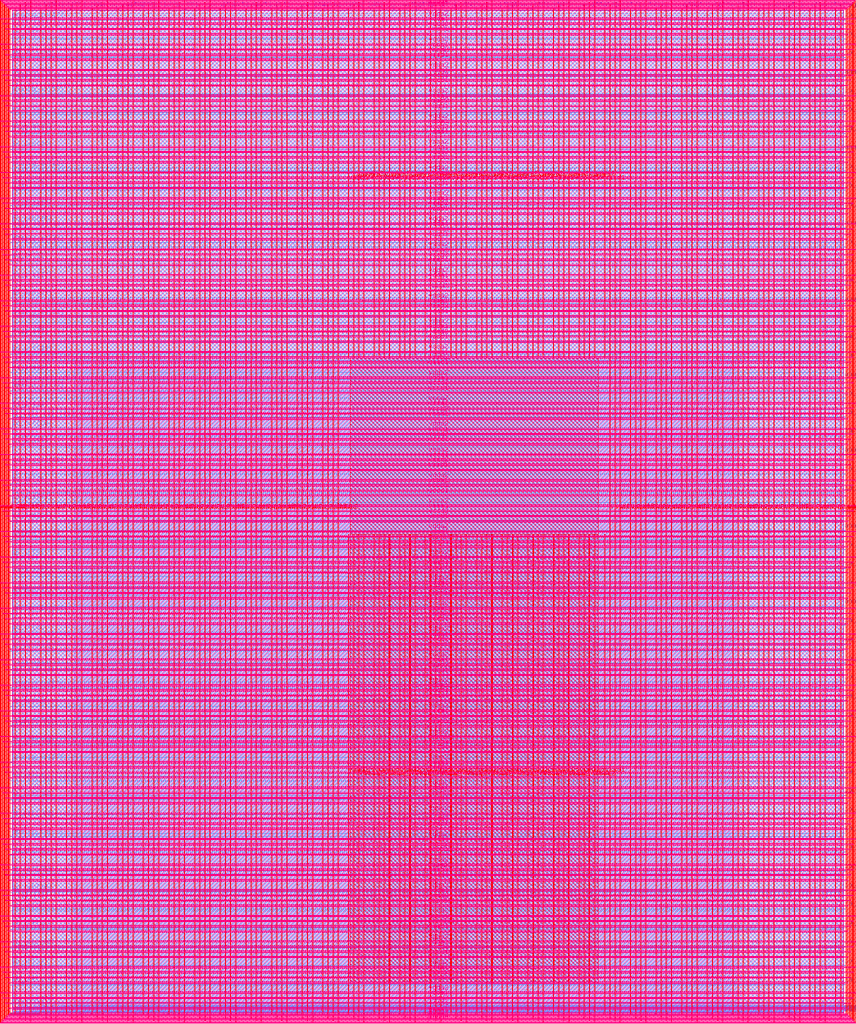
<source format=lef>
VERSION 5.7 ;
  NOWIREEXTENSIONATPIN ON ;
  DIVIDERCHAR "/" ;
  BUSBITCHARS "[]" ;
MACRO user_project_wrapper
  CLASS BLOCK ;
  FOREIGN user_project_wrapper ;
  ORIGIN 0.000 0.000 ;
  SIZE 2920.000 BY 3520.000 ;
  PIN analog_io[0]
    DIRECTION INOUT ;
    USE SIGNAL ;
    PORT
      LAYER met3 ;
        RECT 2917.600 1426.380 2924.800 1427.580 ;
    END
  END analog_io[0]
  PIN analog_io[10]
    DIRECTION INOUT ;
    USE SIGNAL ;
    PORT
      LAYER met2 ;
        RECT 2230.490 3517.600 2231.050 3524.800 ;
    END
  END analog_io[10]
  PIN analog_io[11]
    DIRECTION INOUT ;
    USE SIGNAL ;
    PORT
      LAYER met2 ;
        RECT 1905.730 3517.600 1906.290 3524.800 ;
    END
  END analog_io[11]
  PIN analog_io[12]
    DIRECTION INOUT ;
    USE SIGNAL ;
    PORT
      LAYER met2 ;
        RECT 1581.430 3517.600 1581.990 3524.800 ;
    END
  END analog_io[12]
  PIN analog_io[13]
    DIRECTION INOUT ;
    USE SIGNAL ;
    PORT
      LAYER met2 ;
        RECT 1257.130 3517.600 1257.690 3524.800 ;
    END
  END analog_io[13]
  PIN analog_io[14]
    DIRECTION INOUT ;
    USE SIGNAL ;
    PORT
      LAYER met2 ;
        RECT 932.370 3517.600 932.930 3524.800 ;
    END
  END analog_io[14]
  PIN analog_io[15]
    DIRECTION INOUT ;
    USE SIGNAL ;
    PORT
      LAYER met2 ;
        RECT 608.070 3517.600 608.630 3524.800 ;
    END
  END analog_io[15]
  PIN analog_io[16]
    DIRECTION INOUT ;
    USE SIGNAL ;
    PORT
      LAYER met2 ;
        RECT 283.770 3517.600 284.330 3524.800 ;
    END
  END analog_io[16]
  PIN analog_io[17]
    DIRECTION INOUT ;
    USE SIGNAL ;
    PORT
      LAYER met3 ;
        RECT -4.800 3486.100 2.400 3487.300 ;
    END
  END analog_io[17]
  PIN analog_io[18]
    DIRECTION INOUT ;
    USE SIGNAL ;
    PORT
      LAYER met3 ;
        RECT -4.800 3224.980 2.400 3226.180 ;
    END
  END analog_io[18]
  PIN analog_io[19]
    DIRECTION INOUT ;
    USE SIGNAL ;
    PORT
      LAYER met3 ;
        RECT -4.800 2964.540 2.400 2965.740 ;
    END
  END analog_io[19]
  PIN analog_io[1]
    DIRECTION INOUT ;
    USE SIGNAL ;
    PORT
      LAYER met3 ;
        RECT 2917.600 1692.260 2924.800 1693.460 ;
    END
  END analog_io[1]
  PIN analog_io[20]
    DIRECTION INOUT ;
    USE SIGNAL ;
    PORT
      LAYER met3 ;
        RECT -4.800 2703.420 2.400 2704.620 ;
    END
  END analog_io[20]
  PIN analog_io[21]
    DIRECTION INOUT ;
    USE SIGNAL ;
    PORT
      LAYER met3 ;
        RECT -4.800 2442.980 2.400 2444.180 ;
    END
  END analog_io[21]
  PIN analog_io[22]
    DIRECTION INOUT ;
    USE SIGNAL ;
    PORT
      LAYER met3 ;
        RECT -4.800 2182.540 2.400 2183.740 ;
    END
  END analog_io[22]
  PIN analog_io[23]
    DIRECTION INOUT ;
    USE SIGNAL ;
    PORT
      LAYER met3 ;
        RECT -4.800 1921.420 2.400 1922.620 ;
    END
  END analog_io[23]
  PIN analog_io[24]
    DIRECTION INOUT ;
    USE SIGNAL ;
    PORT
      LAYER met3 ;
        RECT -4.800 1660.980 2.400 1662.180 ;
    END
  END analog_io[24]
  PIN analog_io[25]
    DIRECTION INOUT ;
    USE SIGNAL ;
    PORT
      LAYER met3 ;
        RECT -4.800 1399.860 2.400 1401.060 ;
    END
  END analog_io[25]
  PIN analog_io[26]
    DIRECTION INOUT ;
    USE SIGNAL ;
    PORT
      LAYER met3 ;
        RECT -4.800 1139.420 2.400 1140.620 ;
    END
  END analog_io[26]
  PIN analog_io[27]
    DIRECTION INOUT ;
    USE SIGNAL ;
    PORT
      LAYER met3 ;
        RECT -4.800 878.980 2.400 880.180 ;
    END
  END analog_io[27]
  PIN analog_io[28]
    DIRECTION INOUT ;
    USE SIGNAL ;
    PORT
      LAYER met3 ;
        RECT -4.800 617.860 2.400 619.060 ;
    END
  END analog_io[28]
  PIN analog_io[2]
    DIRECTION INOUT ;
    USE SIGNAL ;
    PORT
      LAYER met3 ;
        RECT 2917.600 1958.140 2924.800 1959.340 ;
    END
  END analog_io[2]
  PIN analog_io[3]
    DIRECTION INOUT ;
    USE SIGNAL ;
    PORT
      LAYER met3 ;
        RECT 2917.600 2223.340 2924.800 2224.540 ;
    END
  END analog_io[3]
  PIN analog_io[4]
    DIRECTION INOUT ;
    USE SIGNAL ;
    PORT
      LAYER met3 ;
        RECT 2917.600 2489.220 2924.800 2490.420 ;
    END
  END analog_io[4]
  PIN analog_io[5]
    DIRECTION INOUT ;
    USE SIGNAL ;
    PORT
      LAYER met3 ;
        RECT 2917.600 2755.100 2924.800 2756.300 ;
    END
  END analog_io[5]
  PIN analog_io[6]
    DIRECTION INOUT ;
    USE SIGNAL ;
    PORT
      LAYER met3 ;
        RECT 2917.600 3020.300 2924.800 3021.500 ;
    END
  END analog_io[6]
  PIN analog_io[7]
    DIRECTION INOUT ;
    USE SIGNAL ;
    PORT
      LAYER met3 ;
        RECT 2917.600 3286.180 2924.800 3287.380 ;
    END
  END analog_io[7]
  PIN analog_io[8]
    DIRECTION INOUT ;
    USE SIGNAL ;
    PORT
      LAYER met2 ;
        RECT 2879.090 3517.600 2879.650 3524.800 ;
    END
  END analog_io[8]
  PIN analog_io[9]
    DIRECTION INOUT ;
    USE SIGNAL ;
    PORT
      LAYER met2 ;
        RECT 2554.790 3517.600 2555.350 3524.800 ;
    END
  END analog_io[9]
  PIN io_in[0]
    DIRECTION INPUT ;
    USE SIGNAL ;
    PORT
      LAYER met3 ;
        RECT 2917.600 32.380 2924.800 33.580 ;
    END
  END io_in[0]
  PIN io_in[10]
    DIRECTION INPUT ;
    USE SIGNAL ;
    PORT
      LAYER met3 ;
        RECT 2917.600 2289.980 2924.800 2291.180 ;
    END
  END io_in[10]
  PIN io_in[11]
    DIRECTION INPUT ;
    USE SIGNAL ;
    PORT
      LAYER met3 ;
        RECT 2917.600 2555.860 2924.800 2557.060 ;
    END
  END io_in[11]
  PIN io_in[12]
    DIRECTION INPUT ;
    USE SIGNAL ;
    PORT
      LAYER met3 ;
        RECT 2917.600 2821.060 2924.800 2822.260 ;
    END
  END io_in[12]
  PIN io_in[13]
    DIRECTION INPUT ;
    USE SIGNAL ;
    PORT
      LAYER met3 ;
        RECT 2917.600 3086.940 2924.800 3088.140 ;
    END
  END io_in[13]
  PIN io_in[14]
    DIRECTION INPUT ;
    USE SIGNAL ;
    PORT
      LAYER met3 ;
        RECT 2917.600 3352.820 2924.800 3354.020 ;
    END
  END io_in[14]
  PIN io_in[15]
    DIRECTION INPUT ;
    USE SIGNAL ;
    PORT
      LAYER met2 ;
        RECT 2798.130 3517.600 2798.690 3524.800 ;
    END
  END io_in[15]
  PIN io_in[16]
    DIRECTION INPUT ;
    USE SIGNAL ;
    PORT
      LAYER met2 ;
        RECT 2473.830 3517.600 2474.390 3524.800 ;
    END
  END io_in[16]
  PIN io_in[17]
    DIRECTION INPUT ;
    USE SIGNAL ;
    PORT
      LAYER met2 ;
        RECT 2149.070 3517.600 2149.630 3524.800 ;
    END
  END io_in[17]
  PIN io_in[18]
    DIRECTION INPUT ;
    USE SIGNAL ;
    PORT
      LAYER met2 ;
        RECT 1824.770 3517.600 1825.330 3524.800 ;
    END
  END io_in[18]
  PIN io_in[19]
    DIRECTION INPUT ;
    USE SIGNAL ;
    PORT
      LAYER met2 ;
        RECT 1500.470 3517.600 1501.030 3524.800 ;
    END
  END io_in[19]
  PIN io_in[1]
    DIRECTION INPUT ;
    USE SIGNAL ;
    PORT
      LAYER met3 ;
        RECT 2917.600 230.940 2924.800 232.140 ;
    END
  END io_in[1]
  PIN io_in[20]
    DIRECTION INPUT ;
    USE SIGNAL ;
    PORT
      LAYER met2 ;
        RECT 1175.710 3517.600 1176.270 3524.800 ;
    END
  END io_in[20]
  PIN io_in[21]
    DIRECTION INPUT ;
    USE SIGNAL ;
    PORT
      LAYER met2 ;
        RECT 851.410 3517.600 851.970 3524.800 ;
    END
  END io_in[21]
  PIN io_in[22]
    DIRECTION INPUT ;
    USE SIGNAL ;
    PORT
      LAYER met2 ;
        RECT 527.110 3517.600 527.670 3524.800 ;
    END
  END io_in[22]
  PIN io_in[23]
    DIRECTION INPUT ;
    USE SIGNAL ;
    PORT
      LAYER met2 ;
        RECT 202.350 3517.600 202.910 3524.800 ;
    END
  END io_in[23]
  PIN io_in[24]
    DIRECTION INPUT ;
    USE SIGNAL ;
    PORT
      LAYER met3 ;
        RECT -4.800 3420.820 2.400 3422.020 ;
    END
  END io_in[24]
  PIN io_in[25]
    DIRECTION INPUT ;
    USE SIGNAL ;
    PORT
      LAYER met3 ;
        RECT -4.800 3159.700 2.400 3160.900 ;
    END
  END io_in[25]
  PIN io_in[26]
    DIRECTION INPUT ;
    USE SIGNAL ;
    PORT
      LAYER met3 ;
        RECT -4.800 2899.260 2.400 2900.460 ;
    END
  END io_in[26]
  PIN io_in[27]
    DIRECTION INPUT ;
    USE SIGNAL ;
    PORT
      LAYER met3 ;
        RECT -4.800 2638.820 2.400 2640.020 ;
    END
  END io_in[27]
  PIN io_in[28]
    DIRECTION INPUT ;
    USE SIGNAL ;
    PORT
      LAYER met3 ;
        RECT -4.800 2377.700 2.400 2378.900 ;
    END
  END io_in[28]
  PIN io_in[29]
    DIRECTION INPUT ;
    USE SIGNAL ;
    PORT
      LAYER met3 ;
        RECT -4.800 2117.260 2.400 2118.460 ;
    END
  END io_in[29]
  PIN io_in[2]
    DIRECTION INPUT ;
    USE SIGNAL ;
    PORT
      LAYER met3 ;
        RECT 2917.600 430.180 2924.800 431.380 ;
    END
  END io_in[2]
  PIN io_in[30]
    DIRECTION INPUT ;
    USE SIGNAL ;
    PORT
      LAYER met3 ;
        RECT -4.800 1856.140 2.400 1857.340 ;
    END
  END io_in[30]
  PIN io_in[31]
    DIRECTION INPUT ;
    USE SIGNAL ;
    PORT
      LAYER met3 ;
        RECT -4.800 1595.700 2.400 1596.900 ;
    END
  END io_in[31]
  PIN io_in[32]
    DIRECTION INPUT ;
    USE SIGNAL ;
    PORT
      LAYER met3 ;
        RECT -4.800 1335.260 2.400 1336.460 ;
    END
  END io_in[32]
  PIN io_in[33]
    DIRECTION INPUT ;
    USE SIGNAL ;
    PORT
      LAYER met3 ;
        RECT -4.800 1074.140 2.400 1075.340 ;
    END
  END io_in[33]
  PIN io_in[34]
    DIRECTION INPUT ;
    USE SIGNAL ;
    PORT
      LAYER met3 ;
        RECT -4.800 813.700 2.400 814.900 ;
    END
  END io_in[34]
  PIN io_in[35]
    DIRECTION INPUT ;
    USE SIGNAL ;
    PORT
      LAYER met3 ;
        RECT -4.800 552.580 2.400 553.780 ;
    END
  END io_in[35]
  PIN io_in[36]
    DIRECTION INPUT ;
    USE SIGNAL ;
    PORT
      LAYER met3 ;
        RECT -4.800 357.420 2.400 358.620 ;
    END
  END io_in[36]
  PIN io_in[37]
    DIRECTION INPUT ;
    USE SIGNAL ;
    PORT
      LAYER met3 ;
        RECT -4.800 161.580 2.400 162.780 ;
    END
  END io_in[37]
  PIN io_in[3]
    DIRECTION INPUT ;
    USE SIGNAL ;
    PORT
      LAYER met3 ;
        RECT 2917.600 629.420 2924.800 630.620 ;
    END
  END io_in[3]
  PIN io_in[4]
    DIRECTION INPUT ;
    USE SIGNAL ;
    PORT
      LAYER met3 ;
        RECT 2917.600 828.660 2924.800 829.860 ;
    END
  END io_in[4]
  PIN io_in[5]
    DIRECTION INPUT ;
    USE SIGNAL ;
    PORT
      LAYER met3 ;
        RECT 2917.600 1027.900 2924.800 1029.100 ;
    END
  END io_in[5]
  PIN io_in[6]
    DIRECTION INPUT ;
    USE SIGNAL ;
    PORT
      LAYER met3 ;
        RECT 2917.600 1227.140 2924.800 1228.340 ;
    END
  END io_in[6]
  PIN io_in[7]
    DIRECTION INPUT ;
    USE SIGNAL ;
    PORT
      LAYER met3 ;
        RECT 2917.600 1493.020 2924.800 1494.220 ;
    END
  END io_in[7]
  PIN io_in[8]
    DIRECTION INPUT ;
    USE SIGNAL ;
    PORT
      LAYER met3 ;
        RECT 2917.600 1758.900 2924.800 1760.100 ;
    END
  END io_in[8]
  PIN io_in[9]
    DIRECTION INPUT ;
    USE SIGNAL ;
    PORT
      LAYER met3 ;
        RECT 2917.600 2024.100 2924.800 2025.300 ;
    END
  END io_in[9]
  PIN io_oeb[0]
    DIRECTION OUTPUT TRISTATE ;
    USE SIGNAL ;
    PORT
      LAYER met3 ;
        RECT 2917.600 164.980 2924.800 166.180 ;
    END
  END io_oeb[0]
  PIN io_oeb[10]
    DIRECTION OUTPUT TRISTATE ;
    USE SIGNAL ;
    PORT
      LAYER met3 ;
        RECT 2917.600 2422.580 2924.800 2423.780 ;
    END
  END io_oeb[10]
  PIN io_oeb[11]
    DIRECTION OUTPUT TRISTATE ;
    USE SIGNAL ;
    PORT
      LAYER met3 ;
        RECT 2917.600 2688.460 2924.800 2689.660 ;
    END
  END io_oeb[11]
  PIN io_oeb[12]
    DIRECTION OUTPUT TRISTATE ;
    USE SIGNAL ;
    PORT
      LAYER met3 ;
        RECT 2917.600 2954.340 2924.800 2955.540 ;
    END
  END io_oeb[12]
  PIN io_oeb[13]
    DIRECTION OUTPUT TRISTATE ;
    USE SIGNAL ;
    PORT
      LAYER met3 ;
        RECT 2917.600 3219.540 2924.800 3220.740 ;
    END
  END io_oeb[13]
  PIN io_oeb[14]
    DIRECTION OUTPUT TRISTATE ;
    USE SIGNAL ;
    PORT
      LAYER met3 ;
        RECT 2917.600 3485.420 2924.800 3486.620 ;
    END
  END io_oeb[14]
  PIN io_oeb[15]
    DIRECTION OUTPUT TRISTATE ;
    USE SIGNAL ;
    PORT
      LAYER met2 ;
        RECT 2635.750 3517.600 2636.310 3524.800 ;
    END
  END io_oeb[15]
  PIN io_oeb[16]
    DIRECTION OUTPUT TRISTATE ;
    USE SIGNAL ;
    PORT
      LAYER met2 ;
        RECT 2311.450 3517.600 2312.010 3524.800 ;
    END
  END io_oeb[16]
  PIN io_oeb[17]
    DIRECTION OUTPUT TRISTATE ;
    USE SIGNAL ;
    PORT
      LAYER met2 ;
        RECT 1987.150 3517.600 1987.710 3524.800 ;
    END
  END io_oeb[17]
  PIN io_oeb[18]
    DIRECTION OUTPUT TRISTATE ;
    USE SIGNAL ;
    PORT
      LAYER met2 ;
        RECT 1662.390 3517.600 1662.950 3524.800 ;
    END
  END io_oeb[18]
  PIN io_oeb[19]
    DIRECTION OUTPUT TRISTATE ;
    USE SIGNAL ;
    PORT
      LAYER met2 ;
        RECT 1338.090 3517.600 1338.650 3524.800 ;
    END
  END io_oeb[19]
  PIN io_oeb[1]
    DIRECTION OUTPUT TRISTATE ;
    USE SIGNAL ;
    PORT
      LAYER met3 ;
        RECT 2917.600 364.220 2924.800 365.420 ;
    END
  END io_oeb[1]
  PIN io_oeb[20]
    DIRECTION OUTPUT TRISTATE ;
    USE SIGNAL ;
    PORT
      LAYER met2 ;
        RECT 1013.790 3517.600 1014.350 3524.800 ;
    END
  END io_oeb[20]
  PIN io_oeb[21]
    DIRECTION OUTPUT TRISTATE ;
    USE SIGNAL ;
    PORT
      LAYER met2 ;
        RECT 689.030 3517.600 689.590 3524.800 ;
    END
  END io_oeb[21]
  PIN io_oeb[22]
    DIRECTION OUTPUT TRISTATE ;
    USE SIGNAL ;
    PORT
      LAYER met2 ;
        RECT 364.730 3517.600 365.290 3524.800 ;
    END
  END io_oeb[22]
  PIN io_oeb[23]
    DIRECTION OUTPUT TRISTATE ;
    USE SIGNAL ;
    PORT
      LAYER met2 ;
        RECT 40.430 3517.600 40.990 3524.800 ;
    END
  END io_oeb[23]
  PIN io_oeb[24]
    DIRECTION OUTPUT TRISTATE ;
    USE SIGNAL ;
    PORT
      LAYER met3 ;
        RECT -4.800 3290.260 2.400 3291.460 ;
    END
  END io_oeb[24]
  PIN io_oeb[25]
    DIRECTION OUTPUT TRISTATE ;
    USE SIGNAL ;
    PORT
      LAYER met3 ;
        RECT -4.800 3029.820 2.400 3031.020 ;
    END
  END io_oeb[25]
  PIN io_oeb[26]
    DIRECTION OUTPUT TRISTATE ;
    USE SIGNAL ;
    PORT
      LAYER met3 ;
        RECT -4.800 2768.700 2.400 2769.900 ;
    END
  END io_oeb[26]
  PIN io_oeb[27]
    DIRECTION OUTPUT TRISTATE ;
    USE SIGNAL ;
    PORT
      LAYER met3 ;
        RECT -4.800 2508.260 2.400 2509.460 ;
    END
  END io_oeb[27]
  PIN io_oeb[28]
    DIRECTION OUTPUT TRISTATE ;
    USE SIGNAL ;
    PORT
      LAYER met3 ;
        RECT -4.800 2247.140 2.400 2248.340 ;
    END
  END io_oeb[28]
  PIN io_oeb[29]
    DIRECTION OUTPUT TRISTATE ;
    USE SIGNAL ;
    PORT
      LAYER met3 ;
        RECT -4.800 1986.700 2.400 1987.900 ;
    END
  END io_oeb[29]
  PIN io_oeb[2]
    DIRECTION OUTPUT TRISTATE ;
    USE SIGNAL ;
    PORT
      LAYER met3 ;
        RECT 2917.600 563.460 2924.800 564.660 ;
    END
  END io_oeb[2]
  PIN io_oeb[30]
    DIRECTION OUTPUT TRISTATE ;
    USE SIGNAL ;
    PORT
      LAYER met3 ;
        RECT -4.800 1726.260 2.400 1727.460 ;
    END
  END io_oeb[30]
  PIN io_oeb[31]
    DIRECTION OUTPUT TRISTATE ;
    USE SIGNAL ;
    PORT
      LAYER met3 ;
        RECT -4.800 1465.140 2.400 1466.340 ;
    END
  END io_oeb[31]
  PIN io_oeb[32]
    DIRECTION OUTPUT TRISTATE ;
    USE SIGNAL ;
    PORT
      LAYER met3 ;
        RECT -4.800 1204.700 2.400 1205.900 ;
    END
  END io_oeb[32]
  PIN io_oeb[33]
    DIRECTION OUTPUT TRISTATE ;
    USE SIGNAL ;
    PORT
      LAYER met3 ;
        RECT -4.800 943.580 2.400 944.780 ;
    END
  END io_oeb[33]
  PIN io_oeb[34]
    DIRECTION OUTPUT TRISTATE ;
    USE SIGNAL ;
    PORT
      LAYER met3 ;
        RECT -4.800 683.140 2.400 684.340 ;
    END
  END io_oeb[34]
  PIN io_oeb[35]
    DIRECTION OUTPUT TRISTATE ;
    USE SIGNAL ;
    PORT
      LAYER met3 ;
        RECT -4.800 422.700 2.400 423.900 ;
    END
  END io_oeb[35]
  PIN io_oeb[36]
    DIRECTION OUTPUT TRISTATE ;
    USE SIGNAL ;
    PORT
      LAYER met3 ;
        RECT -4.800 226.860 2.400 228.060 ;
    END
  END io_oeb[36]
  PIN io_oeb[37]
    DIRECTION OUTPUT TRISTATE ;
    USE SIGNAL ;
    PORT
      LAYER met3 ;
        RECT -4.800 31.700 2.400 32.900 ;
    END
  END io_oeb[37]
  PIN io_oeb[3]
    DIRECTION OUTPUT TRISTATE ;
    USE SIGNAL ;
    PORT
      LAYER met3 ;
        RECT 2917.600 762.700 2924.800 763.900 ;
    END
  END io_oeb[3]
  PIN io_oeb[4]
    DIRECTION OUTPUT TRISTATE ;
    USE SIGNAL ;
    PORT
      LAYER met3 ;
        RECT 2917.600 961.940 2924.800 963.140 ;
    END
  END io_oeb[4]
  PIN io_oeb[5]
    DIRECTION OUTPUT TRISTATE ;
    USE SIGNAL ;
    PORT
      LAYER met3 ;
        RECT 2917.600 1161.180 2924.800 1162.380 ;
    END
  END io_oeb[5]
  PIN io_oeb[6]
    DIRECTION OUTPUT TRISTATE ;
    USE SIGNAL ;
    PORT
      LAYER met3 ;
        RECT 2917.600 1360.420 2924.800 1361.620 ;
    END
  END io_oeb[6]
  PIN io_oeb[7]
    DIRECTION OUTPUT TRISTATE ;
    USE SIGNAL ;
    PORT
      LAYER met3 ;
        RECT 2917.600 1625.620 2924.800 1626.820 ;
    END
  END io_oeb[7]
  PIN io_oeb[8]
    DIRECTION OUTPUT TRISTATE ;
    USE SIGNAL ;
    PORT
      LAYER met3 ;
        RECT 2917.600 1891.500 2924.800 1892.700 ;
    END
  END io_oeb[8]
  PIN io_oeb[9]
    DIRECTION OUTPUT TRISTATE ;
    USE SIGNAL ;
    PORT
      LAYER met3 ;
        RECT 2917.600 2157.380 2924.800 2158.580 ;
    END
  END io_oeb[9]
  PIN io_out[0]
    DIRECTION OUTPUT TRISTATE ;
    USE SIGNAL ;
    PORT
      LAYER met3 ;
        RECT 2917.600 98.340 2924.800 99.540 ;
    END
  END io_out[0]
  PIN io_out[10]
    DIRECTION OUTPUT TRISTATE ;
    USE SIGNAL ;
    PORT
      LAYER met3 ;
        RECT 2917.600 2356.620 2924.800 2357.820 ;
    END
  END io_out[10]
  PIN io_out[11]
    DIRECTION OUTPUT TRISTATE ;
    USE SIGNAL ;
    PORT
      LAYER met3 ;
        RECT 2917.600 2621.820 2924.800 2623.020 ;
    END
  END io_out[11]
  PIN io_out[12]
    DIRECTION OUTPUT TRISTATE ;
    USE SIGNAL ;
    PORT
      LAYER met3 ;
        RECT 2917.600 2887.700 2924.800 2888.900 ;
    END
  END io_out[12]
  PIN io_out[13]
    DIRECTION OUTPUT TRISTATE ;
    USE SIGNAL ;
    PORT
      LAYER met3 ;
        RECT 2917.600 3153.580 2924.800 3154.780 ;
    END
  END io_out[13]
  PIN io_out[14]
    DIRECTION OUTPUT TRISTATE ;
    USE SIGNAL ;
    PORT
      LAYER met3 ;
        RECT 2917.600 3418.780 2924.800 3419.980 ;
    END
  END io_out[14]
  PIN io_out[15]
    DIRECTION OUTPUT TRISTATE ;
    USE SIGNAL ;
    PORT
      LAYER met2 ;
        RECT 2717.170 3517.600 2717.730 3524.800 ;
    END
  END io_out[15]
  PIN io_out[16]
    DIRECTION OUTPUT TRISTATE ;
    USE SIGNAL ;
    PORT
      LAYER met2 ;
        RECT 2392.410 3517.600 2392.970 3524.800 ;
    END
  END io_out[16]
  PIN io_out[17]
    DIRECTION OUTPUT TRISTATE ;
    USE SIGNAL ;
    PORT
      LAYER met2 ;
        RECT 2068.110 3517.600 2068.670 3524.800 ;
    END
  END io_out[17]
  PIN io_out[18]
    DIRECTION OUTPUT TRISTATE ;
    USE SIGNAL ;
    PORT
      LAYER met2 ;
        RECT 1743.810 3517.600 1744.370 3524.800 ;
    END
  END io_out[18]
  PIN io_out[19]
    DIRECTION OUTPUT TRISTATE ;
    USE SIGNAL ;
    PORT
      LAYER met2 ;
        RECT 1419.050 3517.600 1419.610 3524.800 ;
    END
  END io_out[19]
  PIN io_out[1]
    DIRECTION OUTPUT TRISTATE ;
    USE SIGNAL ;
    PORT
      LAYER met3 ;
        RECT 2917.600 297.580 2924.800 298.780 ;
    END
  END io_out[1]
  PIN io_out[20]
    DIRECTION OUTPUT TRISTATE ;
    USE SIGNAL ;
    PORT
      LAYER met2 ;
        RECT 1094.750 3517.600 1095.310 3524.800 ;
    END
  END io_out[20]
  PIN io_out[21]
    DIRECTION OUTPUT TRISTATE ;
    USE SIGNAL ;
    PORT
      LAYER met2 ;
        RECT 770.450 3517.600 771.010 3524.800 ;
    END
  END io_out[21]
  PIN io_out[22]
    DIRECTION OUTPUT TRISTATE ;
    USE SIGNAL ;
    PORT
      LAYER met2 ;
        RECT 445.690 3517.600 446.250 3524.800 ;
    END
  END io_out[22]
  PIN io_out[23]
    DIRECTION OUTPUT TRISTATE ;
    USE SIGNAL ;
    PORT
      LAYER met2 ;
        RECT 121.390 3517.600 121.950 3524.800 ;
    END
  END io_out[23]
  PIN io_out[24]
    DIRECTION OUTPUT TRISTATE ;
    USE SIGNAL ;
    PORT
      LAYER met3 ;
        RECT -4.800 3355.540 2.400 3356.740 ;
    END
  END io_out[24]
  PIN io_out[25]
    DIRECTION OUTPUT TRISTATE ;
    USE SIGNAL ;
    PORT
      LAYER met3 ;
        RECT -4.800 3095.100 2.400 3096.300 ;
    END
  END io_out[25]
  PIN io_out[26]
    DIRECTION OUTPUT TRISTATE ;
    USE SIGNAL ;
    PORT
      LAYER met3 ;
        RECT -4.800 2833.980 2.400 2835.180 ;
    END
  END io_out[26]
  PIN io_out[27]
    DIRECTION OUTPUT TRISTATE ;
    USE SIGNAL ;
    PORT
      LAYER met3 ;
        RECT -4.800 2573.540 2.400 2574.740 ;
    END
  END io_out[27]
  PIN io_out[28]
    DIRECTION OUTPUT TRISTATE ;
    USE SIGNAL ;
    PORT
      LAYER met3 ;
        RECT -4.800 2312.420 2.400 2313.620 ;
    END
  END io_out[28]
  PIN io_out[29]
    DIRECTION OUTPUT TRISTATE ;
    USE SIGNAL ;
    PORT
      LAYER met3 ;
        RECT -4.800 2051.980 2.400 2053.180 ;
    END
  END io_out[29]
  PIN io_out[2]
    DIRECTION OUTPUT TRISTATE ;
    USE SIGNAL ;
    PORT
      LAYER met3 ;
        RECT 2917.600 496.820 2924.800 498.020 ;
    END
  END io_out[2]
  PIN io_out[30]
    DIRECTION OUTPUT TRISTATE ;
    USE SIGNAL ;
    PORT
      LAYER met3 ;
        RECT -4.800 1791.540 2.400 1792.740 ;
    END
  END io_out[30]
  PIN io_out[31]
    DIRECTION OUTPUT TRISTATE ;
    USE SIGNAL ;
    PORT
      LAYER met3 ;
        RECT -4.800 1530.420 2.400 1531.620 ;
    END
  END io_out[31]
  PIN io_out[32]
    DIRECTION OUTPUT TRISTATE ;
    USE SIGNAL ;
    PORT
      LAYER met3 ;
        RECT -4.800 1269.980 2.400 1271.180 ;
    END
  END io_out[32]
  PIN io_out[33]
    DIRECTION OUTPUT TRISTATE ;
    USE SIGNAL ;
    PORT
      LAYER met3 ;
        RECT -4.800 1008.860 2.400 1010.060 ;
    END
  END io_out[33]
  PIN io_out[34]
    DIRECTION OUTPUT TRISTATE ;
    USE SIGNAL ;
    PORT
      LAYER met3 ;
        RECT -4.800 748.420 2.400 749.620 ;
    END
  END io_out[34]
  PIN io_out[35]
    DIRECTION OUTPUT TRISTATE ;
    USE SIGNAL ;
    PORT
      LAYER met3 ;
        RECT -4.800 487.300 2.400 488.500 ;
    END
  END io_out[35]
  PIN io_out[36]
    DIRECTION OUTPUT TRISTATE ;
    USE SIGNAL ;
    PORT
      LAYER met3 ;
        RECT -4.800 292.140 2.400 293.340 ;
    END
  END io_out[36]
  PIN io_out[37]
    DIRECTION OUTPUT TRISTATE ;
    USE SIGNAL ;
    PORT
      LAYER met3 ;
        RECT -4.800 96.300 2.400 97.500 ;
    END
  END io_out[37]
  PIN io_out[3]
    DIRECTION OUTPUT TRISTATE ;
    USE SIGNAL ;
    PORT
      LAYER met3 ;
        RECT 2917.600 696.060 2924.800 697.260 ;
    END
  END io_out[3]
  PIN io_out[4]
    DIRECTION OUTPUT TRISTATE ;
    USE SIGNAL ;
    PORT
      LAYER met3 ;
        RECT 2917.600 895.300 2924.800 896.500 ;
    END
  END io_out[4]
  PIN io_out[5]
    DIRECTION OUTPUT TRISTATE ;
    USE SIGNAL ;
    PORT
      LAYER met3 ;
        RECT 2917.600 1094.540 2924.800 1095.740 ;
    END
  END io_out[5]
  PIN io_out[6]
    DIRECTION OUTPUT TRISTATE ;
    USE SIGNAL ;
    PORT
      LAYER met3 ;
        RECT 2917.600 1293.780 2924.800 1294.980 ;
    END
  END io_out[6]
  PIN io_out[7]
    DIRECTION OUTPUT TRISTATE ;
    USE SIGNAL ;
    PORT
      LAYER met3 ;
        RECT 2917.600 1559.660 2924.800 1560.860 ;
    END
  END io_out[7]
  PIN io_out[8]
    DIRECTION OUTPUT TRISTATE ;
    USE SIGNAL ;
    PORT
      LAYER met3 ;
        RECT 2917.600 1824.860 2924.800 1826.060 ;
    END
  END io_out[8]
  PIN io_out[9]
    DIRECTION OUTPUT TRISTATE ;
    USE SIGNAL ;
    PORT
      LAYER met3 ;
        RECT 2917.600 2090.740 2924.800 2091.940 ;
    END
  END io_out[9]
  PIN la_data_in[0]
    DIRECTION INPUT ;
    USE SIGNAL ;
    PORT
      LAYER met2 ;
        RECT 629.230 -4.800 629.790 2.400 ;
    END
  END la_data_in[0]
  PIN la_data_in[100]
    DIRECTION INPUT ;
    USE SIGNAL ;
    PORT
      LAYER met2 ;
        RECT 2402.530 -4.800 2403.090 2.400 ;
    END
  END la_data_in[100]
  PIN la_data_in[101]
    DIRECTION INPUT ;
    USE SIGNAL ;
    PORT
      LAYER met2 ;
        RECT 2420.010 -4.800 2420.570 2.400 ;
    END
  END la_data_in[101]
  PIN la_data_in[102]
    DIRECTION INPUT ;
    USE SIGNAL ;
    PORT
      LAYER met2 ;
        RECT 2437.950 -4.800 2438.510 2.400 ;
    END
  END la_data_in[102]
  PIN la_data_in[103]
    DIRECTION INPUT ;
    USE SIGNAL ;
    PORT
      LAYER met2 ;
        RECT 2455.430 -4.800 2455.990 2.400 ;
    END
  END la_data_in[103]
  PIN la_data_in[104]
    DIRECTION INPUT ;
    USE SIGNAL ;
    PORT
      LAYER met2 ;
        RECT 2473.370 -4.800 2473.930 2.400 ;
    END
  END la_data_in[104]
  PIN la_data_in[105]
    DIRECTION INPUT ;
    USE SIGNAL ;
    PORT
      LAYER met2 ;
        RECT 2490.850 -4.800 2491.410 2.400 ;
    END
  END la_data_in[105]
  PIN la_data_in[106]
    DIRECTION INPUT ;
    USE SIGNAL ;
    PORT
      LAYER met2 ;
        RECT 2508.790 -4.800 2509.350 2.400 ;
    END
  END la_data_in[106]
  PIN la_data_in[107]
    DIRECTION INPUT ;
    USE SIGNAL ;
    PORT
      LAYER met2 ;
        RECT 2526.730 -4.800 2527.290 2.400 ;
    END
  END la_data_in[107]
  PIN la_data_in[108]
    DIRECTION INPUT ;
    USE SIGNAL ;
    PORT
      LAYER met2 ;
        RECT 2544.210 -4.800 2544.770 2.400 ;
    END
  END la_data_in[108]
  PIN la_data_in[109]
    DIRECTION INPUT ;
    USE SIGNAL ;
    PORT
      LAYER met2 ;
        RECT 2562.150 -4.800 2562.710 2.400 ;
    END
  END la_data_in[109]
  PIN la_data_in[10]
    DIRECTION INPUT ;
    USE SIGNAL ;
    PORT
      LAYER met2 ;
        RECT 806.330 -4.800 806.890 2.400 ;
    END
  END la_data_in[10]
  PIN la_data_in[110]
    DIRECTION INPUT ;
    USE SIGNAL ;
    PORT
      LAYER met2 ;
        RECT 2579.630 -4.800 2580.190 2.400 ;
    END
  END la_data_in[110]
  PIN la_data_in[111]
    DIRECTION INPUT ;
    USE SIGNAL ;
    PORT
      LAYER met2 ;
        RECT 2597.570 -4.800 2598.130 2.400 ;
    END
  END la_data_in[111]
  PIN la_data_in[112]
    DIRECTION INPUT ;
    USE SIGNAL ;
    PORT
      LAYER met2 ;
        RECT 2615.050 -4.800 2615.610 2.400 ;
    END
  END la_data_in[112]
  PIN la_data_in[113]
    DIRECTION INPUT ;
    USE SIGNAL ;
    PORT
      LAYER met2 ;
        RECT 2632.990 -4.800 2633.550 2.400 ;
    END
  END la_data_in[113]
  PIN la_data_in[114]
    DIRECTION INPUT ;
    USE SIGNAL ;
    PORT
      LAYER met2 ;
        RECT 2650.470 -4.800 2651.030 2.400 ;
    END
  END la_data_in[114]
  PIN la_data_in[115]
    DIRECTION INPUT ;
    USE SIGNAL ;
    PORT
      LAYER met2 ;
        RECT 2668.410 -4.800 2668.970 2.400 ;
    END
  END la_data_in[115]
  PIN la_data_in[116]
    DIRECTION INPUT ;
    USE SIGNAL ;
    PORT
      LAYER met2 ;
        RECT 2685.890 -4.800 2686.450 2.400 ;
    END
  END la_data_in[116]
  PIN la_data_in[117]
    DIRECTION INPUT ;
    USE SIGNAL ;
    PORT
      LAYER met2 ;
        RECT 2703.830 -4.800 2704.390 2.400 ;
    END
  END la_data_in[117]
  PIN la_data_in[118]
    DIRECTION INPUT ;
    USE SIGNAL ;
    PORT
      LAYER met2 ;
        RECT 2721.770 -4.800 2722.330 2.400 ;
    END
  END la_data_in[118]
  PIN la_data_in[119]
    DIRECTION INPUT ;
    USE SIGNAL ;
    PORT
      LAYER met2 ;
        RECT 2739.250 -4.800 2739.810 2.400 ;
    END
  END la_data_in[119]
  PIN la_data_in[11]
    DIRECTION INPUT ;
    USE SIGNAL ;
    PORT
      LAYER met2 ;
        RECT 824.270 -4.800 824.830 2.400 ;
    END
  END la_data_in[11]
  PIN la_data_in[120]
    DIRECTION INPUT ;
    USE SIGNAL ;
    PORT
      LAYER met2 ;
        RECT 2757.190 -4.800 2757.750 2.400 ;
    END
  END la_data_in[120]
  PIN la_data_in[121]
    DIRECTION INPUT ;
    USE SIGNAL ;
    PORT
      LAYER met2 ;
        RECT 2774.670 -4.800 2775.230 2.400 ;
    END
  END la_data_in[121]
  PIN la_data_in[122]
    DIRECTION INPUT ;
    USE SIGNAL ;
    PORT
      LAYER met2 ;
        RECT 2792.610 -4.800 2793.170 2.400 ;
    END
  END la_data_in[122]
  PIN la_data_in[123]
    DIRECTION INPUT ;
    USE SIGNAL ;
    PORT
      LAYER met2 ;
        RECT 2810.090 -4.800 2810.650 2.400 ;
    END
  END la_data_in[123]
  PIN la_data_in[124]
    DIRECTION INPUT ;
    USE SIGNAL ;
    PORT
      LAYER met2 ;
        RECT 2828.030 -4.800 2828.590 2.400 ;
    END
  END la_data_in[124]
  PIN la_data_in[125]
    DIRECTION INPUT ;
    USE SIGNAL ;
    PORT
      LAYER met2 ;
        RECT 2845.510 -4.800 2846.070 2.400 ;
    END
  END la_data_in[125]
  PIN la_data_in[126]
    DIRECTION INPUT ;
    USE SIGNAL ;
    PORT
      LAYER met2 ;
        RECT 2863.450 -4.800 2864.010 2.400 ;
    END
  END la_data_in[126]
  PIN la_data_in[127]
    DIRECTION INPUT ;
    USE SIGNAL ;
    PORT
      LAYER met2 ;
        RECT 2881.390 -4.800 2881.950 2.400 ;
    END
  END la_data_in[127]
  PIN la_data_in[12]
    DIRECTION INPUT ;
    USE SIGNAL ;
    PORT
      LAYER met2 ;
        RECT 841.750 -4.800 842.310 2.400 ;
    END
  END la_data_in[12]
  PIN la_data_in[13]
    DIRECTION INPUT ;
    USE SIGNAL ;
    PORT
      LAYER met2 ;
        RECT 859.690 -4.800 860.250 2.400 ;
    END
  END la_data_in[13]
  PIN la_data_in[14]
    DIRECTION INPUT ;
    USE SIGNAL ;
    PORT
      LAYER met2 ;
        RECT 877.170 -4.800 877.730 2.400 ;
    END
  END la_data_in[14]
  PIN la_data_in[15]
    DIRECTION INPUT ;
    USE SIGNAL ;
    PORT
      LAYER met2 ;
        RECT 895.110 -4.800 895.670 2.400 ;
    END
  END la_data_in[15]
  PIN la_data_in[16]
    DIRECTION INPUT ;
    USE SIGNAL ;
    PORT
      LAYER met2 ;
        RECT 912.590 -4.800 913.150 2.400 ;
    END
  END la_data_in[16]
  PIN la_data_in[17]
    DIRECTION INPUT ;
    USE SIGNAL ;
    PORT
      LAYER met2 ;
        RECT 930.530 -4.800 931.090 2.400 ;
    END
  END la_data_in[17]
  PIN la_data_in[18]
    DIRECTION INPUT ;
    USE SIGNAL ;
    PORT
      LAYER met2 ;
        RECT 948.470 -4.800 949.030 2.400 ;
    END
  END la_data_in[18]
  PIN la_data_in[19]
    DIRECTION INPUT ;
    USE SIGNAL ;
    PORT
      LAYER met2 ;
        RECT 965.950 -4.800 966.510 2.400 ;
    END
  END la_data_in[19]
  PIN la_data_in[1]
    DIRECTION INPUT ;
    USE SIGNAL ;
    PORT
      LAYER met2 ;
        RECT 646.710 -4.800 647.270 2.400 ;
    END
  END la_data_in[1]
  PIN la_data_in[20]
    DIRECTION INPUT ;
    USE SIGNAL ;
    PORT
      LAYER met2 ;
        RECT 983.890 -4.800 984.450 2.400 ;
    END
  END la_data_in[20]
  PIN la_data_in[21]
    DIRECTION INPUT ;
    USE SIGNAL ;
    PORT
      LAYER met2 ;
        RECT 1001.370 -4.800 1001.930 2.400 ;
    END
  END la_data_in[21]
  PIN la_data_in[22]
    DIRECTION INPUT ;
    USE SIGNAL ;
    PORT
      LAYER met2 ;
        RECT 1019.310 -4.800 1019.870 2.400 ;
    END
  END la_data_in[22]
  PIN la_data_in[23]
    DIRECTION INPUT ;
    USE SIGNAL ;
    PORT
      LAYER met2 ;
        RECT 1036.790 -4.800 1037.350 2.400 ;
    END
  END la_data_in[23]
  PIN la_data_in[24]
    DIRECTION INPUT ;
    USE SIGNAL ;
    PORT
      LAYER met2 ;
        RECT 1054.730 -4.800 1055.290 2.400 ;
    END
  END la_data_in[24]
  PIN la_data_in[25]
    DIRECTION INPUT ;
    USE SIGNAL ;
    PORT
      LAYER met2 ;
        RECT 1072.210 -4.800 1072.770 2.400 ;
    END
  END la_data_in[25]
  PIN la_data_in[26]
    DIRECTION INPUT ;
    USE SIGNAL ;
    PORT
      LAYER met2 ;
        RECT 1090.150 -4.800 1090.710 2.400 ;
    END
  END la_data_in[26]
  PIN la_data_in[27]
    DIRECTION INPUT ;
    USE SIGNAL ;
    PORT
      LAYER met2 ;
        RECT 1107.630 -4.800 1108.190 2.400 ;
    END
  END la_data_in[27]
  PIN la_data_in[28]
    DIRECTION INPUT ;
    USE SIGNAL ;
    PORT
      LAYER met2 ;
        RECT 1125.570 -4.800 1126.130 2.400 ;
    END
  END la_data_in[28]
  PIN la_data_in[29]
    DIRECTION INPUT ;
    USE SIGNAL ;
    PORT
      LAYER met2 ;
        RECT 1143.510 -4.800 1144.070 2.400 ;
    END
  END la_data_in[29]
  PIN la_data_in[2]
    DIRECTION INPUT ;
    USE SIGNAL ;
    PORT
      LAYER met2 ;
        RECT 664.650 -4.800 665.210 2.400 ;
    END
  END la_data_in[2]
  PIN la_data_in[30]
    DIRECTION INPUT ;
    USE SIGNAL ;
    PORT
      LAYER met2 ;
        RECT 1160.990 -4.800 1161.550 2.400 ;
    END
  END la_data_in[30]
  PIN la_data_in[31]
    DIRECTION INPUT ;
    USE SIGNAL ;
    PORT
      LAYER met2 ;
        RECT 1178.930 -4.800 1179.490 2.400 ;
    END
  END la_data_in[31]
  PIN la_data_in[32]
    DIRECTION INPUT ;
    USE SIGNAL ;
    PORT
      LAYER met2 ;
        RECT 1196.410 -4.800 1196.970 2.400 ;
    END
  END la_data_in[32]
  PIN la_data_in[33]
    DIRECTION INPUT ;
    USE SIGNAL ;
    PORT
      LAYER met2 ;
        RECT 1214.350 -4.800 1214.910 2.400 ;
    END
  END la_data_in[33]
  PIN la_data_in[34]
    DIRECTION INPUT ;
    USE SIGNAL ;
    PORT
      LAYER met2 ;
        RECT 1231.830 -4.800 1232.390 2.400 ;
    END
  END la_data_in[34]
  PIN la_data_in[35]
    DIRECTION INPUT ;
    USE SIGNAL ;
    PORT
      LAYER met2 ;
        RECT 1249.770 -4.800 1250.330 2.400 ;
    END
  END la_data_in[35]
  PIN la_data_in[36]
    DIRECTION INPUT ;
    USE SIGNAL ;
    PORT
      LAYER met2 ;
        RECT 1267.250 -4.800 1267.810 2.400 ;
    END
  END la_data_in[36]
  PIN la_data_in[37]
    DIRECTION INPUT ;
    USE SIGNAL ;
    PORT
      LAYER met2 ;
        RECT 1285.190 -4.800 1285.750 2.400 ;
    END
  END la_data_in[37]
  PIN la_data_in[38]
    DIRECTION INPUT ;
    USE SIGNAL ;
    PORT
      LAYER met2 ;
        RECT 1303.130 -4.800 1303.690 2.400 ;
    END
  END la_data_in[38]
  PIN la_data_in[39]
    DIRECTION INPUT ;
    USE SIGNAL ;
    PORT
      LAYER met2 ;
        RECT 1320.610 -4.800 1321.170 2.400 ;
    END
  END la_data_in[39]
  PIN la_data_in[3]
    DIRECTION INPUT ;
    USE SIGNAL ;
    PORT
      LAYER met2 ;
        RECT 682.130 -4.800 682.690 2.400 ;
    END
  END la_data_in[3]
  PIN la_data_in[40]
    DIRECTION INPUT ;
    USE SIGNAL ;
    PORT
      LAYER met2 ;
        RECT 1338.550 -4.800 1339.110 2.400 ;
    END
  END la_data_in[40]
  PIN la_data_in[41]
    DIRECTION INPUT ;
    USE SIGNAL ;
    PORT
      LAYER met2 ;
        RECT 1356.030 -4.800 1356.590 2.400 ;
    END
  END la_data_in[41]
  PIN la_data_in[42]
    DIRECTION INPUT ;
    USE SIGNAL ;
    PORT
      LAYER met2 ;
        RECT 1373.970 -4.800 1374.530 2.400 ;
    END
  END la_data_in[42]
  PIN la_data_in[43]
    DIRECTION INPUT ;
    USE SIGNAL ;
    PORT
      LAYER met2 ;
        RECT 1391.450 -4.800 1392.010 2.400 ;
    END
  END la_data_in[43]
  PIN la_data_in[44]
    DIRECTION INPUT ;
    USE SIGNAL ;
    PORT
      LAYER met2 ;
        RECT 1409.390 -4.800 1409.950 2.400 ;
    END
  END la_data_in[44]
  PIN la_data_in[45]
    DIRECTION INPUT ;
    USE SIGNAL ;
    PORT
      LAYER met2 ;
        RECT 1426.870 -4.800 1427.430 2.400 ;
    END
  END la_data_in[45]
  PIN la_data_in[46]
    DIRECTION INPUT ;
    USE SIGNAL ;
    PORT
      LAYER met2 ;
        RECT 1444.810 -4.800 1445.370 2.400 ;
    END
  END la_data_in[46]
  PIN la_data_in[47]
    DIRECTION INPUT ;
    USE SIGNAL ;
    PORT
      LAYER met2 ;
        RECT 1462.750 -4.800 1463.310 2.400 ;
    END
  END la_data_in[47]
  PIN la_data_in[48]
    DIRECTION INPUT ;
    USE SIGNAL ;
    PORT
      LAYER met2 ;
        RECT 1480.230 -4.800 1480.790 2.400 ;
    END
  END la_data_in[48]
  PIN la_data_in[49]
    DIRECTION INPUT ;
    USE SIGNAL ;
    PORT
      LAYER met2 ;
        RECT 1498.170 -4.800 1498.730 2.400 ;
    END
  END la_data_in[49]
  PIN la_data_in[4]
    DIRECTION INPUT ;
    USE SIGNAL ;
    PORT
      LAYER met2 ;
        RECT 700.070 -4.800 700.630 2.400 ;
    END
  END la_data_in[4]
  PIN la_data_in[50]
    DIRECTION INPUT ;
    USE SIGNAL ;
    PORT
      LAYER met2 ;
        RECT 1515.650 -4.800 1516.210 2.400 ;
    END
  END la_data_in[50]
  PIN la_data_in[51]
    DIRECTION INPUT ;
    USE SIGNAL ;
    PORT
      LAYER met2 ;
        RECT 1533.590 -4.800 1534.150 2.400 ;
    END
  END la_data_in[51]
  PIN la_data_in[52]
    DIRECTION INPUT ;
    USE SIGNAL ;
    PORT
      LAYER met2 ;
        RECT 1551.070 -4.800 1551.630 2.400 ;
    END
  END la_data_in[52]
  PIN la_data_in[53]
    DIRECTION INPUT ;
    USE SIGNAL ;
    PORT
      LAYER met2 ;
        RECT 1569.010 -4.800 1569.570 2.400 ;
    END
  END la_data_in[53]
  PIN la_data_in[54]
    DIRECTION INPUT ;
    USE SIGNAL ;
    PORT
      LAYER met2 ;
        RECT 1586.490 -4.800 1587.050 2.400 ;
    END
  END la_data_in[54]
  PIN la_data_in[55]
    DIRECTION INPUT ;
    USE SIGNAL ;
    PORT
      LAYER met2 ;
        RECT 1604.430 -4.800 1604.990 2.400 ;
    END
  END la_data_in[55]
  PIN la_data_in[56]
    DIRECTION INPUT ;
    USE SIGNAL ;
    PORT
      LAYER met2 ;
        RECT 1621.910 -4.800 1622.470 2.400 ;
    END
  END la_data_in[56]
  PIN la_data_in[57]
    DIRECTION INPUT ;
    USE SIGNAL ;
    PORT
      LAYER met2 ;
        RECT 1639.850 -4.800 1640.410 2.400 ;
    END
  END la_data_in[57]
  PIN la_data_in[58]
    DIRECTION INPUT ;
    USE SIGNAL ;
    PORT
      LAYER met2 ;
        RECT 1657.790 -4.800 1658.350 2.400 ;
    END
  END la_data_in[58]
  PIN la_data_in[59]
    DIRECTION INPUT ;
    USE SIGNAL ;
    PORT
      LAYER met2 ;
        RECT 1675.270 -4.800 1675.830 2.400 ;
    END
  END la_data_in[59]
  PIN la_data_in[5]
    DIRECTION INPUT ;
    USE SIGNAL ;
    PORT
      LAYER met2 ;
        RECT 717.550 -4.800 718.110 2.400 ;
    END
  END la_data_in[5]
  PIN la_data_in[60]
    DIRECTION INPUT ;
    USE SIGNAL ;
    PORT
      LAYER met2 ;
        RECT 1693.210 -4.800 1693.770 2.400 ;
    END
  END la_data_in[60]
  PIN la_data_in[61]
    DIRECTION INPUT ;
    USE SIGNAL ;
    PORT
      LAYER met2 ;
        RECT 1710.690 -4.800 1711.250 2.400 ;
    END
  END la_data_in[61]
  PIN la_data_in[62]
    DIRECTION INPUT ;
    USE SIGNAL ;
    PORT
      LAYER met2 ;
        RECT 1728.630 -4.800 1729.190 2.400 ;
    END
  END la_data_in[62]
  PIN la_data_in[63]
    DIRECTION INPUT ;
    USE SIGNAL ;
    PORT
      LAYER met2 ;
        RECT 1746.110 -4.800 1746.670 2.400 ;
    END
  END la_data_in[63]
  PIN la_data_in[64]
    DIRECTION INPUT ;
    USE SIGNAL ;
    PORT
      LAYER met2 ;
        RECT 1764.050 -4.800 1764.610 2.400 ;
    END
  END la_data_in[64]
  PIN la_data_in[65]
    DIRECTION INPUT ;
    USE SIGNAL ;
    PORT
      LAYER met2 ;
        RECT 1781.530 -4.800 1782.090 2.400 ;
    END
  END la_data_in[65]
  PIN la_data_in[66]
    DIRECTION INPUT ;
    USE SIGNAL ;
    PORT
      LAYER met2 ;
        RECT 1799.470 -4.800 1800.030 2.400 ;
    END
  END la_data_in[66]
  PIN la_data_in[67]
    DIRECTION INPUT ;
    USE SIGNAL ;
    PORT
      LAYER met2 ;
        RECT 1817.410 -4.800 1817.970 2.400 ;
    END
  END la_data_in[67]
  PIN la_data_in[68]
    DIRECTION INPUT ;
    USE SIGNAL ;
    PORT
      LAYER met2 ;
        RECT 1834.890 -4.800 1835.450 2.400 ;
    END
  END la_data_in[68]
  PIN la_data_in[69]
    DIRECTION INPUT ;
    USE SIGNAL ;
    PORT
      LAYER met2 ;
        RECT 1852.830 -4.800 1853.390 2.400 ;
    END
  END la_data_in[69]
  PIN la_data_in[6]
    DIRECTION INPUT ;
    USE SIGNAL ;
    PORT
      LAYER met2 ;
        RECT 735.490 -4.800 736.050 2.400 ;
    END
  END la_data_in[6]
  PIN la_data_in[70]
    DIRECTION INPUT ;
    USE SIGNAL ;
    PORT
      LAYER met2 ;
        RECT 1870.310 -4.800 1870.870 2.400 ;
    END
  END la_data_in[70]
  PIN la_data_in[71]
    DIRECTION INPUT ;
    USE SIGNAL ;
    PORT
      LAYER met2 ;
        RECT 1888.250 -4.800 1888.810 2.400 ;
    END
  END la_data_in[71]
  PIN la_data_in[72]
    DIRECTION INPUT ;
    USE SIGNAL ;
    PORT
      LAYER met2 ;
        RECT 1905.730 -4.800 1906.290 2.400 ;
    END
  END la_data_in[72]
  PIN la_data_in[73]
    DIRECTION INPUT ;
    USE SIGNAL ;
    PORT
      LAYER met2 ;
        RECT 1923.670 -4.800 1924.230 2.400 ;
    END
  END la_data_in[73]
  PIN la_data_in[74]
    DIRECTION INPUT ;
    USE SIGNAL ;
    PORT
      LAYER met2 ;
        RECT 1941.150 -4.800 1941.710 2.400 ;
    END
  END la_data_in[74]
  PIN la_data_in[75]
    DIRECTION INPUT ;
    USE SIGNAL ;
    PORT
      LAYER met2 ;
        RECT 1959.090 -4.800 1959.650 2.400 ;
    END
  END la_data_in[75]
  PIN la_data_in[76]
    DIRECTION INPUT ;
    USE SIGNAL ;
    PORT
      LAYER met2 ;
        RECT 1976.570 -4.800 1977.130 2.400 ;
    END
  END la_data_in[76]
  PIN la_data_in[77]
    DIRECTION INPUT ;
    USE SIGNAL ;
    PORT
      LAYER met2 ;
        RECT 1994.510 -4.800 1995.070 2.400 ;
    END
  END la_data_in[77]
  PIN la_data_in[78]
    DIRECTION INPUT ;
    USE SIGNAL ;
    PORT
      LAYER met2 ;
        RECT 2012.450 -4.800 2013.010 2.400 ;
    END
  END la_data_in[78]
  PIN la_data_in[79]
    DIRECTION INPUT ;
    USE SIGNAL ;
    PORT
      LAYER met2 ;
        RECT 2029.930 -4.800 2030.490 2.400 ;
    END
  END la_data_in[79]
  PIN la_data_in[7]
    DIRECTION INPUT ;
    USE SIGNAL ;
    PORT
      LAYER met2 ;
        RECT 752.970 -4.800 753.530 2.400 ;
    END
  END la_data_in[7]
  PIN la_data_in[80]
    DIRECTION INPUT ;
    USE SIGNAL ;
    PORT
      LAYER met2 ;
        RECT 2047.870 -4.800 2048.430 2.400 ;
    END
  END la_data_in[80]
  PIN la_data_in[81]
    DIRECTION INPUT ;
    USE SIGNAL ;
    PORT
      LAYER met2 ;
        RECT 2065.350 -4.800 2065.910 2.400 ;
    END
  END la_data_in[81]
  PIN la_data_in[82]
    DIRECTION INPUT ;
    USE SIGNAL ;
    PORT
      LAYER met2 ;
        RECT 2083.290 -4.800 2083.850 2.400 ;
    END
  END la_data_in[82]
  PIN la_data_in[83]
    DIRECTION INPUT ;
    USE SIGNAL ;
    PORT
      LAYER met2 ;
        RECT 2100.770 -4.800 2101.330 2.400 ;
    END
  END la_data_in[83]
  PIN la_data_in[84]
    DIRECTION INPUT ;
    USE SIGNAL ;
    PORT
      LAYER met2 ;
        RECT 2118.710 -4.800 2119.270 2.400 ;
    END
  END la_data_in[84]
  PIN la_data_in[85]
    DIRECTION INPUT ;
    USE SIGNAL ;
    PORT
      LAYER met2 ;
        RECT 2136.190 -4.800 2136.750 2.400 ;
    END
  END la_data_in[85]
  PIN la_data_in[86]
    DIRECTION INPUT ;
    USE SIGNAL ;
    PORT
      LAYER met2 ;
        RECT 2154.130 -4.800 2154.690 2.400 ;
    END
  END la_data_in[86]
  PIN la_data_in[87]
    DIRECTION INPUT ;
    USE SIGNAL ;
    PORT
      LAYER met2 ;
        RECT 2172.070 -4.800 2172.630 2.400 ;
    END
  END la_data_in[87]
  PIN la_data_in[88]
    DIRECTION INPUT ;
    USE SIGNAL ;
    PORT
      LAYER met2 ;
        RECT 2189.550 -4.800 2190.110 2.400 ;
    END
  END la_data_in[88]
  PIN la_data_in[89]
    DIRECTION INPUT ;
    USE SIGNAL ;
    PORT
      LAYER met2 ;
        RECT 2207.490 -4.800 2208.050 2.400 ;
    END
  END la_data_in[89]
  PIN la_data_in[8]
    DIRECTION INPUT ;
    USE SIGNAL ;
    PORT
      LAYER met2 ;
        RECT 770.910 -4.800 771.470 2.400 ;
    END
  END la_data_in[8]
  PIN la_data_in[90]
    DIRECTION INPUT ;
    USE SIGNAL ;
    PORT
      LAYER met2 ;
        RECT 2224.970 -4.800 2225.530 2.400 ;
    END
  END la_data_in[90]
  PIN la_data_in[91]
    DIRECTION INPUT ;
    USE SIGNAL ;
    PORT
      LAYER met2 ;
        RECT 2242.910 -4.800 2243.470 2.400 ;
    END
  END la_data_in[91]
  PIN la_data_in[92]
    DIRECTION INPUT ;
    USE SIGNAL ;
    PORT
      LAYER met2 ;
        RECT 2260.390 -4.800 2260.950 2.400 ;
    END
  END la_data_in[92]
  PIN la_data_in[93]
    DIRECTION INPUT ;
    USE SIGNAL ;
    PORT
      LAYER met2 ;
        RECT 2278.330 -4.800 2278.890 2.400 ;
    END
  END la_data_in[93]
  PIN la_data_in[94]
    DIRECTION INPUT ;
    USE SIGNAL ;
    PORT
      LAYER met2 ;
        RECT 2295.810 -4.800 2296.370 2.400 ;
    END
  END la_data_in[94]
  PIN la_data_in[95]
    DIRECTION INPUT ;
    USE SIGNAL ;
    PORT
      LAYER met2 ;
        RECT 2313.750 -4.800 2314.310 2.400 ;
    END
  END la_data_in[95]
  PIN la_data_in[96]
    DIRECTION INPUT ;
    USE SIGNAL ;
    PORT
      LAYER met2 ;
        RECT 2331.230 -4.800 2331.790 2.400 ;
    END
  END la_data_in[96]
  PIN la_data_in[97]
    DIRECTION INPUT ;
    USE SIGNAL ;
    PORT
      LAYER met2 ;
        RECT 2349.170 -4.800 2349.730 2.400 ;
    END
  END la_data_in[97]
  PIN la_data_in[98]
    DIRECTION INPUT ;
    USE SIGNAL ;
    PORT
      LAYER met2 ;
        RECT 2367.110 -4.800 2367.670 2.400 ;
    END
  END la_data_in[98]
  PIN la_data_in[99]
    DIRECTION INPUT ;
    USE SIGNAL ;
    PORT
      LAYER met2 ;
        RECT 2384.590 -4.800 2385.150 2.400 ;
    END
  END la_data_in[99]
  PIN la_data_in[9]
    DIRECTION INPUT ;
    USE SIGNAL ;
    PORT
      LAYER met2 ;
        RECT 788.850 -4.800 789.410 2.400 ;
    END
  END la_data_in[9]
  PIN la_data_out[0]
    DIRECTION OUTPUT TRISTATE ;
    USE SIGNAL ;
    PORT
      LAYER met2 ;
        RECT 634.750 -4.800 635.310 2.400 ;
    END
  END la_data_out[0]
  PIN la_data_out[100]
    DIRECTION OUTPUT TRISTATE ;
    USE SIGNAL ;
    PORT
      LAYER met2 ;
        RECT 2408.510 -4.800 2409.070 2.400 ;
    END
  END la_data_out[100]
  PIN la_data_out[101]
    DIRECTION OUTPUT TRISTATE ;
    USE SIGNAL ;
    PORT
      LAYER met2 ;
        RECT 2425.990 -4.800 2426.550 2.400 ;
    END
  END la_data_out[101]
  PIN la_data_out[102]
    DIRECTION OUTPUT TRISTATE ;
    USE SIGNAL ;
    PORT
      LAYER met2 ;
        RECT 2443.930 -4.800 2444.490 2.400 ;
    END
  END la_data_out[102]
  PIN la_data_out[103]
    DIRECTION OUTPUT TRISTATE ;
    USE SIGNAL ;
    PORT
      LAYER met2 ;
        RECT 2461.410 -4.800 2461.970 2.400 ;
    END
  END la_data_out[103]
  PIN la_data_out[104]
    DIRECTION OUTPUT TRISTATE ;
    USE SIGNAL ;
    PORT
      LAYER met2 ;
        RECT 2479.350 -4.800 2479.910 2.400 ;
    END
  END la_data_out[104]
  PIN la_data_out[105]
    DIRECTION OUTPUT TRISTATE ;
    USE SIGNAL ;
    PORT
      LAYER met2 ;
        RECT 2496.830 -4.800 2497.390 2.400 ;
    END
  END la_data_out[105]
  PIN la_data_out[106]
    DIRECTION OUTPUT TRISTATE ;
    USE SIGNAL ;
    PORT
      LAYER met2 ;
        RECT 2514.770 -4.800 2515.330 2.400 ;
    END
  END la_data_out[106]
  PIN la_data_out[107]
    DIRECTION OUTPUT TRISTATE ;
    USE SIGNAL ;
    PORT
      LAYER met2 ;
        RECT 2532.250 -4.800 2532.810 2.400 ;
    END
  END la_data_out[107]
  PIN la_data_out[108]
    DIRECTION OUTPUT TRISTATE ;
    USE SIGNAL ;
    PORT
      LAYER met2 ;
        RECT 2550.190 -4.800 2550.750 2.400 ;
    END
  END la_data_out[108]
  PIN la_data_out[109]
    DIRECTION OUTPUT TRISTATE ;
    USE SIGNAL ;
    PORT
      LAYER met2 ;
        RECT 2567.670 -4.800 2568.230 2.400 ;
    END
  END la_data_out[109]
  PIN la_data_out[10]
    DIRECTION OUTPUT TRISTATE ;
    USE SIGNAL ;
    PORT
      LAYER met2 ;
        RECT 812.310 -4.800 812.870 2.400 ;
    END
  END la_data_out[10]
  PIN la_data_out[110]
    DIRECTION OUTPUT TRISTATE ;
    USE SIGNAL ;
    PORT
      LAYER met2 ;
        RECT 2585.610 -4.800 2586.170 2.400 ;
    END
  END la_data_out[110]
  PIN la_data_out[111]
    DIRECTION OUTPUT TRISTATE ;
    USE SIGNAL ;
    PORT
      LAYER met2 ;
        RECT 2603.550 -4.800 2604.110 2.400 ;
    END
  END la_data_out[111]
  PIN la_data_out[112]
    DIRECTION OUTPUT TRISTATE ;
    USE SIGNAL ;
    PORT
      LAYER met2 ;
        RECT 2621.030 -4.800 2621.590 2.400 ;
    END
  END la_data_out[112]
  PIN la_data_out[113]
    DIRECTION OUTPUT TRISTATE ;
    USE SIGNAL ;
    PORT
      LAYER met2 ;
        RECT 2638.970 -4.800 2639.530 2.400 ;
    END
  END la_data_out[113]
  PIN la_data_out[114]
    DIRECTION OUTPUT TRISTATE ;
    USE SIGNAL ;
    PORT
      LAYER met2 ;
        RECT 2656.450 -4.800 2657.010 2.400 ;
    END
  END la_data_out[114]
  PIN la_data_out[115]
    DIRECTION OUTPUT TRISTATE ;
    USE SIGNAL ;
    PORT
      LAYER met2 ;
        RECT 2674.390 -4.800 2674.950 2.400 ;
    END
  END la_data_out[115]
  PIN la_data_out[116]
    DIRECTION OUTPUT TRISTATE ;
    USE SIGNAL ;
    PORT
      LAYER met2 ;
        RECT 2691.870 -4.800 2692.430 2.400 ;
    END
  END la_data_out[116]
  PIN la_data_out[117]
    DIRECTION OUTPUT TRISTATE ;
    USE SIGNAL ;
    PORT
      LAYER met2 ;
        RECT 2709.810 -4.800 2710.370 2.400 ;
    END
  END la_data_out[117]
  PIN la_data_out[118]
    DIRECTION OUTPUT TRISTATE ;
    USE SIGNAL ;
    PORT
      LAYER met2 ;
        RECT 2727.290 -4.800 2727.850 2.400 ;
    END
  END la_data_out[118]
  PIN la_data_out[119]
    DIRECTION OUTPUT TRISTATE ;
    USE SIGNAL ;
    PORT
      LAYER met2 ;
        RECT 2745.230 -4.800 2745.790 2.400 ;
    END
  END la_data_out[119]
  PIN la_data_out[11]
    DIRECTION OUTPUT TRISTATE ;
    USE SIGNAL ;
    PORT
      LAYER met2 ;
        RECT 830.250 -4.800 830.810 2.400 ;
    END
  END la_data_out[11]
  PIN la_data_out[120]
    DIRECTION OUTPUT TRISTATE ;
    USE SIGNAL ;
    PORT
      LAYER met2 ;
        RECT 2763.170 -4.800 2763.730 2.400 ;
    END
  END la_data_out[120]
  PIN la_data_out[121]
    DIRECTION OUTPUT TRISTATE ;
    USE SIGNAL ;
    PORT
      LAYER met2 ;
        RECT 2780.650 -4.800 2781.210 2.400 ;
    END
  END la_data_out[121]
  PIN la_data_out[122]
    DIRECTION OUTPUT TRISTATE ;
    USE SIGNAL ;
    PORT
      LAYER met2 ;
        RECT 2798.590 -4.800 2799.150 2.400 ;
    END
  END la_data_out[122]
  PIN la_data_out[123]
    DIRECTION OUTPUT TRISTATE ;
    USE SIGNAL ;
    PORT
      LAYER met2 ;
        RECT 2816.070 -4.800 2816.630 2.400 ;
    END
  END la_data_out[123]
  PIN la_data_out[124]
    DIRECTION OUTPUT TRISTATE ;
    USE SIGNAL ;
    PORT
      LAYER met2 ;
        RECT 2834.010 -4.800 2834.570 2.400 ;
    END
  END la_data_out[124]
  PIN la_data_out[125]
    DIRECTION OUTPUT TRISTATE ;
    USE SIGNAL ;
    PORT
      LAYER met2 ;
        RECT 2851.490 -4.800 2852.050 2.400 ;
    END
  END la_data_out[125]
  PIN la_data_out[126]
    DIRECTION OUTPUT TRISTATE ;
    USE SIGNAL ;
    PORT
      LAYER met2 ;
        RECT 2869.430 -4.800 2869.990 2.400 ;
    END
  END la_data_out[126]
  PIN la_data_out[127]
    DIRECTION OUTPUT TRISTATE ;
    USE SIGNAL ;
    PORT
      LAYER met2 ;
        RECT 2886.910 -4.800 2887.470 2.400 ;
    END
  END la_data_out[127]
  PIN la_data_out[12]
    DIRECTION OUTPUT TRISTATE ;
    USE SIGNAL ;
    PORT
      LAYER met2 ;
        RECT 847.730 -4.800 848.290 2.400 ;
    END
  END la_data_out[12]
  PIN la_data_out[13]
    DIRECTION OUTPUT TRISTATE ;
    USE SIGNAL ;
    PORT
      LAYER met2 ;
        RECT 865.670 -4.800 866.230 2.400 ;
    END
  END la_data_out[13]
  PIN la_data_out[14]
    DIRECTION OUTPUT TRISTATE ;
    USE SIGNAL ;
    PORT
      LAYER met2 ;
        RECT 883.150 -4.800 883.710 2.400 ;
    END
  END la_data_out[14]
  PIN la_data_out[15]
    DIRECTION OUTPUT TRISTATE ;
    USE SIGNAL ;
    PORT
      LAYER met2 ;
        RECT 901.090 -4.800 901.650 2.400 ;
    END
  END la_data_out[15]
  PIN la_data_out[16]
    DIRECTION OUTPUT TRISTATE ;
    USE SIGNAL ;
    PORT
      LAYER met2 ;
        RECT 918.570 -4.800 919.130 2.400 ;
    END
  END la_data_out[16]
  PIN la_data_out[17]
    DIRECTION OUTPUT TRISTATE ;
    USE SIGNAL ;
    PORT
      LAYER met2 ;
        RECT 936.510 -4.800 937.070 2.400 ;
    END
  END la_data_out[17]
  PIN la_data_out[18]
    DIRECTION OUTPUT TRISTATE ;
    USE SIGNAL ;
    PORT
      LAYER met2 ;
        RECT 953.990 -4.800 954.550 2.400 ;
    END
  END la_data_out[18]
  PIN la_data_out[19]
    DIRECTION OUTPUT TRISTATE ;
    USE SIGNAL ;
    PORT
      LAYER met2 ;
        RECT 971.930 -4.800 972.490 2.400 ;
    END
  END la_data_out[19]
  PIN la_data_out[1]
    DIRECTION OUTPUT TRISTATE ;
    USE SIGNAL ;
    PORT
      LAYER met2 ;
        RECT 652.690 -4.800 653.250 2.400 ;
    END
  END la_data_out[1]
  PIN la_data_out[20]
    DIRECTION OUTPUT TRISTATE ;
    USE SIGNAL ;
    PORT
      LAYER met2 ;
        RECT 989.410 -4.800 989.970 2.400 ;
    END
  END la_data_out[20]
  PIN la_data_out[21]
    DIRECTION OUTPUT TRISTATE ;
    USE SIGNAL ;
    PORT
      LAYER met2 ;
        RECT 1007.350 -4.800 1007.910 2.400 ;
    END
  END la_data_out[21]
  PIN la_data_out[22]
    DIRECTION OUTPUT TRISTATE ;
    USE SIGNAL ;
    PORT
      LAYER met2 ;
        RECT 1025.290 -4.800 1025.850 2.400 ;
    END
  END la_data_out[22]
  PIN la_data_out[23]
    DIRECTION OUTPUT TRISTATE ;
    USE SIGNAL ;
    PORT
      LAYER met2 ;
        RECT 1042.770 -4.800 1043.330 2.400 ;
    END
  END la_data_out[23]
  PIN la_data_out[24]
    DIRECTION OUTPUT TRISTATE ;
    USE SIGNAL ;
    PORT
      LAYER met2 ;
        RECT 1060.710 -4.800 1061.270 2.400 ;
    END
  END la_data_out[24]
  PIN la_data_out[25]
    DIRECTION OUTPUT TRISTATE ;
    USE SIGNAL ;
    PORT
      LAYER met2 ;
        RECT 1078.190 -4.800 1078.750 2.400 ;
    END
  END la_data_out[25]
  PIN la_data_out[26]
    DIRECTION OUTPUT TRISTATE ;
    USE SIGNAL ;
    PORT
      LAYER met2 ;
        RECT 1096.130 -4.800 1096.690 2.400 ;
    END
  END la_data_out[26]
  PIN la_data_out[27]
    DIRECTION OUTPUT TRISTATE ;
    USE SIGNAL ;
    PORT
      LAYER met2 ;
        RECT 1113.610 -4.800 1114.170 2.400 ;
    END
  END la_data_out[27]
  PIN la_data_out[28]
    DIRECTION OUTPUT TRISTATE ;
    USE SIGNAL ;
    PORT
      LAYER met2 ;
        RECT 1131.550 -4.800 1132.110 2.400 ;
    END
  END la_data_out[28]
  PIN la_data_out[29]
    DIRECTION OUTPUT TRISTATE ;
    USE SIGNAL ;
    PORT
      LAYER met2 ;
        RECT 1149.030 -4.800 1149.590 2.400 ;
    END
  END la_data_out[29]
  PIN la_data_out[2]
    DIRECTION OUTPUT TRISTATE ;
    USE SIGNAL ;
    PORT
      LAYER met2 ;
        RECT 670.630 -4.800 671.190 2.400 ;
    END
  END la_data_out[2]
  PIN la_data_out[30]
    DIRECTION OUTPUT TRISTATE ;
    USE SIGNAL ;
    PORT
      LAYER met2 ;
        RECT 1166.970 -4.800 1167.530 2.400 ;
    END
  END la_data_out[30]
  PIN la_data_out[31]
    DIRECTION OUTPUT TRISTATE ;
    USE SIGNAL ;
    PORT
      LAYER met2 ;
        RECT 1184.910 -4.800 1185.470 2.400 ;
    END
  END la_data_out[31]
  PIN la_data_out[32]
    DIRECTION OUTPUT TRISTATE ;
    USE SIGNAL ;
    PORT
      LAYER met2 ;
        RECT 1202.390 -4.800 1202.950 2.400 ;
    END
  END la_data_out[32]
  PIN la_data_out[33]
    DIRECTION OUTPUT TRISTATE ;
    USE SIGNAL ;
    PORT
      LAYER met2 ;
        RECT 1220.330 -4.800 1220.890 2.400 ;
    END
  END la_data_out[33]
  PIN la_data_out[34]
    DIRECTION OUTPUT TRISTATE ;
    USE SIGNAL ;
    PORT
      LAYER met2 ;
        RECT 1237.810 -4.800 1238.370 2.400 ;
    END
  END la_data_out[34]
  PIN la_data_out[35]
    DIRECTION OUTPUT TRISTATE ;
    USE SIGNAL ;
    PORT
      LAYER met2 ;
        RECT 1255.750 -4.800 1256.310 2.400 ;
    END
  END la_data_out[35]
  PIN la_data_out[36]
    DIRECTION OUTPUT TRISTATE ;
    USE SIGNAL ;
    PORT
      LAYER met2 ;
        RECT 1273.230 -4.800 1273.790 2.400 ;
    END
  END la_data_out[36]
  PIN la_data_out[37]
    DIRECTION OUTPUT TRISTATE ;
    USE SIGNAL ;
    PORT
      LAYER met2 ;
        RECT 1291.170 -4.800 1291.730 2.400 ;
    END
  END la_data_out[37]
  PIN la_data_out[38]
    DIRECTION OUTPUT TRISTATE ;
    USE SIGNAL ;
    PORT
      LAYER met2 ;
        RECT 1308.650 -4.800 1309.210 2.400 ;
    END
  END la_data_out[38]
  PIN la_data_out[39]
    DIRECTION OUTPUT TRISTATE ;
    USE SIGNAL ;
    PORT
      LAYER met2 ;
        RECT 1326.590 -4.800 1327.150 2.400 ;
    END
  END la_data_out[39]
  PIN la_data_out[3]
    DIRECTION OUTPUT TRISTATE ;
    USE SIGNAL ;
    PORT
      LAYER met2 ;
        RECT 688.110 -4.800 688.670 2.400 ;
    END
  END la_data_out[3]
  PIN la_data_out[40]
    DIRECTION OUTPUT TRISTATE ;
    USE SIGNAL ;
    PORT
      LAYER met2 ;
        RECT 1344.070 -4.800 1344.630 2.400 ;
    END
  END la_data_out[40]
  PIN la_data_out[41]
    DIRECTION OUTPUT TRISTATE ;
    USE SIGNAL ;
    PORT
      LAYER met2 ;
        RECT 1362.010 -4.800 1362.570 2.400 ;
    END
  END la_data_out[41]
  PIN la_data_out[42]
    DIRECTION OUTPUT TRISTATE ;
    USE SIGNAL ;
    PORT
      LAYER met2 ;
        RECT 1379.950 -4.800 1380.510 2.400 ;
    END
  END la_data_out[42]
  PIN la_data_out[43]
    DIRECTION OUTPUT TRISTATE ;
    USE SIGNAL ;
    PORT
      LAYER met2 ;
        RECT 1397.430 -4.800 1397.990 2.400 ;
    END
  END la_data_out[43]
  PIN la_data_out[44]
    DIRECTION OUTPUT TRISTATE ;
    USE SIGNAL ;
    PORT
      LAYER met2 ;
        RECT 1415.370 -4.800 1415.930 2.400 ;
    END
  END la_data_out[44]
  PIN la_data_out[45]
    DIRECTION OUTPUT TRISTATE ;
    USE SIGNAL ;
    PORT
      LAYER met2 ;
        RECT 1432.850 -4.800 1433.410 2.400 ;
    END
  END la_data_out[45]
  PIN la_data_out[46]
    DIRECTION OUTPUT TRISTATE ;
    USE SIGNAL ;
    PORT
      LAYER met2 ;
        RECT 1450.790 -4.800 1451.350 2.400 ;
    END
  END la_data_out[46]
  PIN la_data_out[47]
    DIRECTION OUTPUT TRISTATE ;
    USE SIGNAL ;
    PORT
      LAYER met2 ;
        RECT 1468.270 -4.800 1468.830 2.400 ;
    END
  END la_data_out[47]
  PIN la_data_out[48]
    DIRECTION OUTPUT TRISTATE ;
    USE SIGNAL ;
    PORT
      LAYER met2 ;
        RECT 1486.210 -4.800 1486.770 2.400 ;
    END
  END la_data_out[48]
  PIN la_data_out[49]
    DIRECTION OUTPUT TRISTATE ;
    USE SIGNAL ;
    PORT
      LAYER met2 ;
        RECT 1503.690 -4.800 1504.250 2.400 ;
    END
  END la_data_out[49]
  PIN la_data_out[4]
    DIRECTION OUTPUT TRISTATE ;
    USE SIGNAL ;
    PORT
      LAYER met2 ;
        RECT 706.050 -4.800 706.610 2.400 ;
    END
  END la_data_out[4]
  PIN la_data_out[50]
    DIRECTION OUTPUT TRISTATE ;
    USE SIGNAL ;
    PORT
      LAYER met2 ;
        RECT 1521.630 -4.800 1522.190 2.400 ;
    END
  END la_data_out[50]
  PIN la_data_out[51]
    DIRECTION OUTPUT TRISTATE ;
    USE SIGNAL ;
    PORT
      LAYER met2 ;
        RECT 1539.570 -4.800 1540.130 2.400 ;
    END
  END la_data_out[51]
  PIN la_data_out[52]
    DIRECTION OUTPUT TRISTATE ;
    USE SIGNAL ;
    PORT
      LAYER met2 ;
        RECT 1557.050 -4.800 1557.610 2.400 ;
    END
  END la_data_out[52]
  PIN la_data_out[53]
    DIRECTION OUTPUT TRISTATE ;
    USE SIGNAL ;
    PORT
      LAYER met2 ;
        RECT 1574.990 -4.800 1575.550 2.400 ;
    END
  END la_data_out[53]
  PIN la_data_out[54]
    DIRECTION OUTPUT TRISTATE ;
    USE SIGNAL ;
    PORT
      LAYER met2 ;
        RECT 1592.470 -4.800 1593.030 2.400 ;
    END
  END la_data_out[54]
  PIN la_data_out[55]
    DIRECTION OUTPUT TRISTATE ;
    USE SIGNAL ;
    PORT
      LAYER met2 ;
        RECT 1610.410 -4.800 1610.970 2.400 ;
    END
  END la_data_out[55]
  PIN la_data_out[56]
    DIRECTION OUTPUT TRISTATE ;
    USE SIGNAL ;
    PORT
      LAYER met2 ;
        RECT 1627.890 -4.800 1628.450 2.400 ;
    END
  END la_data_out[56]
  PIN la_data_out[57]
    DIRECTION OUTPUT TRISTATE ;
    USE SIGNAL ;
    PORT
      LAYER met2 ;
        RECT 1645.830 -4.800 1646.390 2.400 ;
    END
  END la_data_out[57]
  PIN la_data_out[58]
    DIRECTION OUTPUT TRISTATE ;
    USE SIGNAL ;
    PORT
      LAYER met2 ;
        RECT 1663.310 -4.800 1663.870 2.400 ;
    END
  END la_data_out[58]
  PIN la_data_out[59]
    DIRECTION OUTPUT TRISTATE ;
    USE SIGNAL ;
    PORT
      LAYER met2 ;
        RECT 1681.250 -4.800 1681.810 2.400 ;
    END
  END la_data_out[59]
  PIN la_data_out[5]
    DIRECTION OUTPUT TRISTATE ;
    USE SIGNAL ;
    PORT
      LAYER met2 ;
        RECT 723.530 -4.800 724.090 2.400 ;
    END
  END la_data_out[5]
  PIN la_data_out[60]
    DIRECTION OUTPUT TRISTATE ;
    USE SIGNAL ;
    PORT
      LAYER met2 ;
        RECT 1699.190 -4.800 1699.750 2.400 ;
    END
  END la_data_out[60]
  PIN la_data_out[61]
    DIRECTION OUTPUT TRISTATE ;
    USE SIGNAL ;
    PORT
      LAYER met2 ;
        RECT 1716.670 -4.800 1717.230 2.400 ;
    END
  END la_data_out[61]
  PIN la_data_out[62]
    DIRECTION OUTPUT TRISTATE ;
    USE SIGNAL ;
    PORT
      LAYER met2 ;
        RECT 1734.610 -4.800 1735.170 2.400 ;
    END
  END la_data_out[62]
  PIN la_data_out[63]
    DIRECTION OUTPUT TRISTATE ;
    USE SIGNAL ;
    PORT
      LAYER met2 ;
        RECT 1752.090 -4.800 1752.650 2.400 ;
    END
  END la_data_out[63]
  PIN la_data_out[64]
    DIRECTION OUTPUT TRISTATE ;
    USE SIGNAL ;
    PORT
      LAYER met2 ;
        RECT 1770.030 -4.800 1770.590 2.400 ;
    END
  END la_data_out[64]
  PIN la_data_out[65]
    DIRECTION OUTPUT TRISTATE ;
    USE SIGNAL ;
    PORT
      LAYER met2 ;
        RECT 1787.510 -4.800 1788.070 2.400 ;
    END
  END la_data_out[65]
  PIN la_data_out[66]
    DIRECTION OUTPUT TRISTATE ;
    USE SIGNAL ;
    PORT
      LAYER met2 ;
        RECT 1805.450 -4.800 1806.010 2.400 ;
    END
  END la_data_out[66]
  PIN la_data_out[67]
    DIRECTION OUTPUT TRISTATE ;
    USE SIGNAL ;
    PORT
      LAYER met2 ;
        RECT 1822.930 -4.800 1823.490 2.400 ;
    END
  END la_data_out[67]
  PIN la_data_out[68]
    DIRECTION OUTPUT TRISTATE ;
    USE SIGNAL ;
    PORT
      LAYER met2 ;
        RECT 1840.870 -4.800 1841.430 2.400 ;
    END
  END la_data_out[68]
  PIN la_data_out[69]
    DIRECTION OUTPUT TRISTATE ;
    USE SIGNAL ;
    PORT
      LAYER met2 ;
        RECT 1858.350 -4.800 1858.910 2.400 ;
    END
  END la_data_out[69]
  PIN la_data_out[6]
    DIRECTION OUTPUT TRISTATE ;
    USE SIGNAL ;
    PORT
      LAYER met2 ;
        RECT 741.470 -4.800 742.030 2.400 ;
    END
  END la_data_out[6]
  PIN la_data_out[70]
    DIRECTION OUTPUT TRISTATE ;
    USE SIGNAL ;
    PORT
      LAYER met2 ;
        RECT 1876.290 -4.800 1876.850 2.400 ;
    END
  END la_data_out[70]
  PIN la_data_out[71]
    DIRECTION OUTPUT TRISTATE ;
    USE SIGNAL ;
    PORT
      LAYER met2 ;
        RECT 1894.230 -4.800 1894.790 2.400 ;
    END
  END la_data_out[71]
  PIN la_data_out[72]
    DIRECTION OUTPUT TRISTATE ;
    USE SIGNAL ;
    PORT
      LAYER met2 ;
        RECT 1911.710 -4.800 1912.270 2.400 ;
    END
  END la_data_out[72]
  PIN la_data_out[73]
    DIRECTION OUTPUT TRISTATE ;
    USE SIGNAL ;
    PORT
      LAYER met2 ;
        RECT 1929.650 -4.800 1930.210 2.400 ;
    END
  END la_data_out[73]
  PIN la_data_out[74]
    DIRECTION OUTPUT TRISTATE ;
    USE SIGNAL ;
    PORT
      LAYER met2 ;
        RECT 1947.130 -4.800 1947.690 2.400 ;
    END
  END la_data_out[74]
  PIN la_data_out[75]
    DIRECTION OUTPUT TRISTATE ;
    USE SIGNAL ;
    PORT
      LAYER met2 ;
        RECT 1965.070 -4.800 1965.630 2.400 ;
    END
  END la_data_out[75]
  PIN la_data_out[76]
    DIRECTION OUTPUT TRISTATE ;
    USE SIGNAL ;
    PORT
      LAYER met2 ;
        RECT 1982.550 -4.800 1983.110 2.400 ;
    END
  END la_data_out[76]
  PIN la_data_out[77]
    DIRECTION OUTPUT TRISTATE ;
    USE SIGNAL ;
    PORT
      LAYER met2 ;
        RECT 2000.490 -4.800 2001.050 2.400 ;
    END
  END la_data_out[77]
  PIN la_data_out[78]
    DIRECTION OUTPUT TRISTATE ;
    USE SIGNAL ;
    PORT
      LAYER met2 ;
        RECT 2017.970 -4.800 2018.530 2.400 ;
    END
  END la_data_out[78]
  PIN la_data_out[79]
    DIRECTION OUTPUT TRISTATE ;
    USE SIGNAL ;
    PORT
      LAYER met2 ;
        RECT 2035.910 -4.800 2036.470 2.400 ;
    END
  END la_data_out[79]
  PIN la_data_out[7]
    DIRECTION OUTPUT TRISTATE ;
    USE SIGNAL ;
    PORT
      LAYER met2 ;
        RECT 758.950 -4.800 759.510 2.400 ;
    END
  END la_data_out[7]
  PIN la_data_out[80]
    DIRECTION OUTPUT TRISTATE ;
    USE SIGNAL ;
    PORT
      LAYER met2 ;
        RECT 2053.850 -4.800 2054.410 2.400 ;
    END
  END la_data_out[80]
  PIN la_data_out[81]
    DIRECTION OUTPUT TRISTATE ;
    USE SIGNAL ;
    PORT
      LAYER met2 ;
        RECT 2071.330 -4.800 2071.890 2.400 ;
    END
  END la_data_out[81]
  PIN la_data_out[82]
    DIRECTION OUTPUT TRISTATE ;
    USE SIGNAL ;
    PORT
      LAYER met2 ;
        RECT 2089.270 -4.800 2089.830 2.400 ;
    END
  END la_data_out[82]
  PIN la_data_out[83]
    DIRECTION OUTPUT TRISTATE ;
    USE SIGNAL ;
    PORT
      LAYER met2 ;
        RECT 2106.750 -4.800 2107.310 2.400 ;
    END
  END la_data_out[83]
  PIN la_data_out[84]
    DIRECTION OUTPUT TRISTATE ;
    USE SIGNAL ;
    PORT
      LAYER met2 ;
        RECT 2124.690 -4.800 2125.250 2.400 ;
    END
  END la_data_out[84]
  PIN la_data_out[85]
    DIRECTION OUTPUT TRISTATE ;
    USE SIGNAL ;
    PORT
      LAYER met2 ;
        RECT 2142.170 -4.800 2142.730 2.400 ;
    END
  END la_data_out[85]
  PIN la_data_out[86]
    DIRECTION OUTPUT TRISTATE ;
    USE SIGNAL ;
    PORT
      LAYER met2 ;
        RECT 2160.110 -4.800 2160.670 2.400 ;
    END
  END la_data_out[86]
  PIN la_data_out[87]
    DIRECTION OUTPUT TRISTATE ;
    USE SIGNAL ;
    PORT
      LAYER met2 ;
        RECT 2177.590 -4.800 2178.150 2.400 ;
    END
  END la_data_out[87]
  PIN la_data_out[88]
    DIRECTION OUTPUT TRISTATE ;
    USE SIGNAL ;
    PORT
      LAYER met2 ;
        RECT 2195.530 -4.800 2196.090 2.400 ;
    END
  END la_data_out[88]
  PIN la_data_out[89]
    DIRECTION OUTPUT TRISTATE ;
    USE SIGNAL ;
    PORT
      LAYER met2 ;
        RECT 2213.010 -4.800 2213.570 2.400 ;
    END
  END la_data_out[89]
  PIN la_data_out[8]
    DIRECTION OUTPUT TRISTATE ;
    USE SIGNAL ;
    PORT
      LAYER met2 ;
        RECT 776.890 -4.800 777.450 2.400 ;
    END
  END la_data_out[8]
  PIN la_data_out[90]
    DIRECTION OUTPUT TRISTATE ;
    USE SIGNAL ;
    PORT
      LAYER met2 ;
        RECT 2230.950 -4.800 2231.510 2.400 ;
    END
  END la_data_out[90]
  PIN la_data_out[91]
    DIRECTION OUTPUT TRISTATE ;
    USE SIGNAL ;
    PORT
      LAYER met2 ;
        RECT 2248.890 -4.800 2249.450 2.400 ;
    END
  END la_data_out[91]
  PIN la_data_out[92]
    DIRECTION OUTPUT TRISTATE ;
    USE SIGNAL ;
    PORT
      LAYER met2 ;
        RECT 2266.370 -4.800 2266.930 2.400 ;
    END
  END la_data_out[92]
  PIN la_data_out[93]
    DIRECTION OUTPUT TRISTATE ;
    USE SIGNAL ;
    PORT
      LAYER met2 ;
        RECT 2284.310 -4.800 2284.870 2.400 ;
    END
  END la_data_out[93]
  PIN la_data_out[94]
    DIRECTION OUTPUT TRISTATE ;
    USE SIGNAL ;
    PORT
      LAYER met2 ;
        RECT 2301.790 -4.800 2302.350 2.400 ;
    END
  END la_data_out[94]
  PIN la_data_out[95]
    DIRECTION OUTPUT TRISTATE ;
    USE SIGNAL ;
    PORT
      LAYER met2 ;
        RECT 2319.730 -4.800 2320.290 2.400 ;
    END
  END la_data_out[95]
  PIN la_data_out[96]
    DIRECTION OUTPUT TRISTATE ;
    USE SIGNAL ;
    PORT
      LAYER met2 ;
        RECT 2337.210 -4.800 2337.770 2.400 ;
    END
  END la_data_out[96]
  PIN la_data_out[97]
    DIRECTION OUTPUT TRISTATE ;
    USE SIGNAL ;
    PORT
      LAYER met2 ;
        RECT 2355.150 -4.800 2355.710 2.400 ;
    END
  END la_data_out[97]
  PIN la_data_out[98]
    DIRECTION OUTPUT TRISTATE ;
    USE SIGNAL ;
    PORT
      LAYER met2 ;
        RECT 2372.630 -4.800 2373.190 2.400 ;
    END
  END la_data_out[98]
  PIN la_data_out[99]
    DIRECTION OUTPUT TRISTATE ;
    USE SIGNAL ;
    PORT
      LAYER met2 ;
        RECT 2390.570 -4.800 2391.130 2.400 ;
    END
  END la_data_out[99]
  PIN la_data_out[9]
    DIRECTION OUTPUT TRISTATE ;
    USE SIGNAL ;
    PORT
      LAYER met2 ;
        RECT 794.370 -4.800 794.930 2.400 ;
    END
  END la_data_out[9]
  PIN la_oenb[0]
    DIRECTION INPUT ;
    USE SIGNAL ;
    PORT
      LAYER met2 ;
        RECT 640.730 -4.800 641.290 2.400 ;
    END
  END la_oenb[0]
  PIN la_oenb[100]
    DIRECTION INPUT ;
    USE SIGNAL ;
    PORT
      LAYER met2 ;
        RECT 2414.030 -4.800 2414.590 2.400 ;
    END
  END la_oenb[100]
  PIN la_oenb[101]
    DIRECTION INPUT ;
    USE SIGNAL ;
    PORT
      LAYER met2 ;
        RECT 2431.970 -4.800 2432.530 2.400 ;
    END
  END la_oenb[101]
  PIN la_oenb[102]
    DIRECTION INPUT ;
    USE SIGNAL ;
    PORT
      LAYER met2 ;
        RECT 2449.450 -4.800 2450.010 2.400 ;
    END
  END la_oenb[102]
  PIN la_oenb[103]
    DIRECTION INPUT ;
    USE SIGNAL ;
    PORT
      LAYER met2 ;
        RECT 2467.390 -4.800 2467.950 2.400 ;
    END
  END la_oenb[103]
  PIN la_oenb[104]
    DIRECTION INPUT ;
    USE SIGNAL ;
    PORT
      LAYER met2 ;
        RECT 2485.330 -4.800 2485.890 2.400 ;
    END
  END la_oenb[104]
  PIN la_oenb[105]
    DIRECTION INPUT ;
    USE SIGNAL ;
    PORT
      LAYER met2 ;
        RECT 2502.810 -4.800 2503.370 2.400 ;
    END
  END la_oenb[105]
  PIN la_oenb[106]
    DIRECTION INPUT ;
    USE SIGNAL ;
    PORT
      LAYER met2 ;
        RECT 2520.750 -4.800 2521.310 2.400 ;
    END
  END la_oenb[106]
  PIN la_oenb[107]
    DIRECTION INPUT ;
    USE SIGNAL ;
    PORT
      LAYER met2 ;
        RECT 2538.230 -4.800 2538.790 2.400 ;
    END
  END la_oenb[107]
  PIN la_oenb[108]
    DIRECTION INPUT ;
    USE SIGNAL ;
    PORT
      LAYER met2 ;
        RECT 2556.170 -4.800 2556.730 2.400 ;
    END
  END la_oenb[108]
  PIN la_oenb[109]
    DIRECTION INPUT ;
    USE SIGNAL ;
    PORT
      LAYER met2 ;
        RECT 2573.650 -4.800 2574.210 2.400 ;
    END
  END la_oenb[109]
  PIN la_oenb[10]
    DIRECTION INPUT ;
    USE SIGNAL ;
    PORT
      LAYER met2 ;
        RECT 818.290 -4.800 818.850 2.400 ;
    END
  END la_oenb[10]
  PIN la_oenb[110]
    DIRECTION INPUT ;
    USE SIGNAL ;
    PORT
      LAYER met2 ;
        RECT 2591.590 -4.800 2592.150 2.400 ;
    END
  END la_oenb[110]
  PIN la_oenb[111]
    DIRECTION INPUT ;
    USE SIGNAL ;
    PORT
      LAYER met2 ;
        RECT 2609.070 -4.800 2609.630 2.400 ;
    END
  END la_oenb[111]
  PIN la_oenb[112]
    DIRECTION INPUT ;
    USE SIGNAL ;
    PORT
      LAYER met2 ;
        RECT 2627.010 -4.800 2627.570 2.400 ;
    END
  END la_oenb[112]
  PIN la_oenb[113]
    DIRECTION INPUT ;
    USE SIGNAL ;
    PORT
      LAYER met2 ;
        RECT 2644.950 -4.800 2645.510 2.400 ;
    END
  END la_oenb[113]
  PIN la_oenb[114]
    DIRECTION INPUT ;
    USE SIGNAL ;
    PORT
      LAYER met2 ;
        RECT 2662.430 -4.800 2662.990 2.400 ;
    END
  END la_oenb[114]
  PIN la_oenb[115]
    DIRECTION INPUT ;
    USE SIGNAL ;
    PORT
      LAYER met2 ;
        RECT 2680.370 -4.800 2680.930 2.400 ;
    END
  END la_oenb[115]
  PIN la_oenb[116]
    DIRECTION INPUT ;
    USE SIGNAL ;
    PORT
      LAYER met2 ;
        RECT 2697.850 -4.800 2698.410 2.400 ;
    END
  END la_oenb[116]
  PIN la_oenb[117]
    DIRECTION INPUT ;
    USE SIGNAL ;
    PORT
      LAYER met2 ;
        RECT 2715.790 -4.800 2716.350 2.400 ;
    END
  END la_oenb[117]
  PIN la_oenb[118]
    DIRECTION INPUT ;
    USE SIGNAL ;
    PORT
      LAYER met2 ;
        RECT 2733.270 -4.800 2733.830 2.400 ;
    END
  END la_oenb[118]
  PIN la_oenb[119]
    DIRECTION INPUT ;
    USE SIGNAL ;
    PORT
      LAYER met2 ;
        RECT 2751.210 -4.800 2751.770 2.400 ;
    END
  END la_oenb[119]
  PIN la_oenb[11]
    DIRECTION INPUT ;
    USE SIGNAL ;
    PORT
      LAYER met2 ;
        RECT 835.770 -4.800 836.330 2.400 ;
    END
  END la_oenb[11]
  PIN la_oenb[120]
    DIRECTION INPUT ;
    USE SIGNAL ;
    PORT
      LAYER met2 ;
        RECT 2768.690 -4.800 2769.250 2.400 ;
    END
  END la_oenb[120]
  PIN la_oenb[121]
    DIRECTION INPUT ;
    USE SIGNAL ;
    PORT
      LAYER met2 ;
        RECT 2786.630 -4.800 2787.190 2.400 ;
    END
  END la_oenb[121]
  PIN la_oenb[122]
    DIRECTION INPUT ;
    USE SIGNAL ;
    PORT
      LAYER met2 ;
        RECT 2804.110 -4.800 2804.670 2.400 ;
    END
  END la_oenb[122]
  PIN la_oenb[123]
    DIRECTION INPUT ;
    USE SIGNAL ;
    PORT
      LAYER met2 ;
        RECT 2822.050 -4.800 2822.610 2.400 ;
    END
  END la_oenb[123]
  PIN la_oenb[124]
    DIRECTION INPUT ;
    USE SIGNAL ;
    PORT
      LAYER met2 ;
        RECT 2839.990 -4.800 2840.550 2.400 ;
    END
  END la_oenb[124]
  PIN la_oenb[125]
    DIRECTION INPUT ;
    USE SIGNAL ;
    PORT
      LAYER met2 ;
        RECT 2857.470 -4.800 2858.030 2.400 ;
    END
  END la_oenb[125]
  PIN la_oenb[126]
    DIRECTION INPUT ;
    USE SIGNAL ;
    PORT
      LAYER met2 ;
        RECT 2875.410 -4.800 2875.970 2.400 ;
    END
  END la_oenb[126]
  PIN la_oenb[127]
    DIRECTION INPUT ;
    USE SIGNAL ;
    PORT
      LAYER met2 ;
        RECT 2892.890 -4.800 2893.450 2.400 ;
    END
  END la_oenb[127]
  PIN la_oenb[12]
    DIRECTION INPUT ;
    USE SIGNAL ;
    PORT
      LAYER met2 ;
        RECT 853.710 -4.800 854.270 2.400 ;
    END
  END la_oenb[12]
  PIN la_oenb[13]
    DIRECTION INPUT ;
    USE SIGNAL ;
    PORT
      LAYER met2 ;
        RECT 871.190 -4.800 871.750 2.400 ;
    END
  END la_oenb[13]
  PIN la_oenb[14]
    DIRECTION INPUT ;
    USE SIGNAL ;
    PORT
      LAYER met2 ;
        RECT 889.130 -4.800 889.690 2.400 ;
    END
  END la_oenb[14]
  PIN la_oenb[15]
    DIRECTION INPUT ;
    USE SIGNAL ;
    PORT
      LAYER met2 ;
        RECT 907.070 -4.800 907.630 2.400 ;
    END
  END la_oenb[15]
  PIN la_oenb[16]
    DIRECTION INPUT ;
    USE SIGNAL ;
    PORT
      LAYER met2 ;
        RECT 924.550 -4.800 925.110 2.400 ;
    END
  END la_oenb[16]
  PIN la_oenb[17]
    DIRECTION INPUT ;
    USE SIGNAL ;
    PORT
      LAYER met2 ;
        RECT 942.490 -4.800 943.050 2.400 ;
    END
  END la_oenb[17]
  PIN la_oenb[18]
    DIRECTION INPUT ;
    USE SIGNAL ;
    PORT
      LAYER met2 ;
        RECT 959.970 -4.800 960.530 2.400 ;
    END
  END la_oenb[18]
  PIN la_oenb[19]
    DIRECTION INPUT ;
    USE SIGNAL ;
    PORT
      LAYER met2 ;
        RECT 977.910 -4.800 978.470 2.400 ;
    END
  END la_oenb[19]
  PIN la_oenb[1]
    DIRECTION INPUT ;
    USE SIGNAL ;
    PORT
      LAYER met2 ;
        RECT 658.670 -4.800 659.230 2.400 ;
    END
  END la_oenb[1]
  PIN la_oenb[20]
    DIRECTION INPUT ;
    USE SIGNAL ;
    PORT
      LAYER met2 ;
        RECT 995.390 -4.800 995.950 2.400 ;
    END
  END la_oenb[20]
  PIN la_oenb[21]
    DIRECTION INPUT ;
    USE SIGNAL ;
    PORT
      LAYER met2 ;
        RECT 1013.330 -4.800 1013.890 2.400 ;
    END
  END la_oenb[21]
  PIN la_oenb[22]
    DIRECTION INPUT ;
    USE SIGNAL ;
    PORT
      LAYER met2 ;
        RECT 1030.810 -4.800 1031.370 2.400 ;
    END
  END la_oenb[22]
  PIN la_oenb[23]
    DIRECTION INPUT ;
    USE SIGNAL ;
    PORT
      LAYER met2 ;
        RECT 1048.750 -4.800 1049.310 2.400 ;
    END
  END la_oenb[23]
  PIN la_oenb[24]
    DIRECTION INPUT ;
    USE SIGNAL ;
    PORT
      LAYER met2 ;
        RECT 1066.690 -4.800 1067.250 2.400 ;
    END
  END la_oenb[24]
  PIN la_oenb[25]
    DIRECTION INPUT ;
    USE SIGNAL ;
    PORT
      LAYER met2 ;
        RECT 1084.170 -4.800 1084.730 2.400 ;
    END
  END la_oenb[25]
  PIN la_oenb[26]
    DIRECTION INPUT ;
    USE SIGNAL ;
    PORT
      LAYER met2 ;
        RECT 1102.110 -4.800 1102.670 2.400 ;
    END
  END la_oenb[26]
  PIN la_oenb[27]
    DIRECTION INPUT ;
    USE SIGNAL ;
    PORT
      LAYER met2 ;
        RECT 1119.590 -4.800 1120.150 2.400 ;
    END
  END la_oenb[27]
  PIN la_oenb[28]
    DIRECTION INPUT ;
    USE SIGNAL ;
    PORT
      LAYER met2 ;
        RECT 1137.530 -4.800 1138.090 2.400 ;
    END
  END la_oenb[28]
  PIN la_oenb[29]
    DIRECTION INPUT ;
    USE SIGNAL ;
    PORT
      LAYER met2 ;
        RECT 1155.010 -4.800 1155.570 2.400 ;
    END
  END la_oenb[29]
  PIN la_oenb[2]
    DIRECTION INPUT ;
    USE SIGNAL ;
    PORT
      LAYER met2 ;
        RECT 676.150 -4.800 676.710 2.400 ;
    END
  END la_oenb[2]
  PIN la_oenb[30]
    DIRECTION INPUT ;
    USE SIGNAL ;
    PORT
      LAYER met2 ;
        RECT 1172.950 -4.800 1173.510 2.400 ;
    END
  END la_oenb[30]
  PIN la_oenb[31]
    DIRECTION INPUT ;
    USE SIGNAL ;
    PORT
      LAYER met2 ;
        RECT 1190.430 -4.800 1190.990 2.400 ;
    END
  END la_oenb[31]
  PIN la_oenb[32]
    DIRECTION INPUT ;
    USE SIGNAL ;
    PORT
      LAYER met2 ;
        RECT 1208.370 -4.800 1208.930 2.400 ;
    END
  END la_oenb[32]
  PIN la_oenb[33]
    DIRECTION INPUT ;
    USE SIGNAL ;
    PORT
      LAYER met2 ;
        RECT 1225.850 -4.800 1226.410 2.400 ;
    END
  END la_oenb[33]
  PIN la_oenb[34]
    DIRECTION INPUT ;
    USE SIGNAL ;
    PORT
      LAYER met2 ;
        RECT 1243.790 -4.800 1244.350 2.400 ;
    END
  END la_oenb[34]
  PIN la_oenb[35]
    DIRECTION INPUT ;
    USE SIGNAL ;
    PORT
      LAYER met2 ;
        RECT 1261.730 -4.800 1262.290 2.400 ;
    END
  END la_oenb[35]
  PIN la_oenb[36]
    DIRECTION INPUT ;
    USE SIGNAL ;
    PORT
      LAYER met2 ;
        RECT 1279.210 -4.800 1279.770 2.400 ;
    END
  END la_oenb[36]
  PIN la_oenb[37]
    DIRECTION INPUT ;
    USE SIGNAL ;
    PORT
      LAYER met2 ;
        RECT 1297.150 -4.800 1297.710 2.400 ;
    END
  END la_oenb[37]
  PIN la_oenb[38]
    DIRECTION INPUT ;
    USE SIGNAL ;
    PORT
      LAYER met2 ;
        RECT 1314.630 -4.800 1315.190 2.400 ;
    END
  END la_oenb[38]
  PIN la_oenb[39]
    DIRECTION INPUT ;
    USE SIGNAL ;
    PORT
      LAYER met2 ;
        RECT 1332.570 -4.800 1333.130 2.400 ;
    END
  END la_oenb[39]
  PIN la_oenb[3]
    DIRECTION INPUT ;
    USE SIGNAL ;
    PORT
      LAYER met2 ;
        RECT 694.090 -4.800 694.650 2.400 ;
    END
  END la_oenb[3]
  PIN la_oenb[40]
    DIRECTION INPUT ;
    USE SIGNAL ;
    PORT
      LAYER met2 ;
        RECT 1350.050 -4.800 1350.610 2.400 ;
    END
  END la_oenb[40]
  PIN la_oenb[41]
    DIRECTION INPUT ;
    USE SIGNAL ;
    PORT
      LAYER met2 ;
        RECT 1367.990 -4.800 1368.550 2.400 ;
    END
  END la_oenb[41]
  PIN la_oenb[42]
    DIRECTION INPUT ;
    USE SIGNAL ;
    PORT
      LAYER met2 ;
        RECT 1385.470 -4.800 1386.030 2.400 ;
    END
  END la_oenb[42]
  PIN la_oenb[43]
    DIRECTION INPUT ;
    USE SIGNAL ;
    PORT
      LAYER met2 ;
        RECT 1403.410 -4.800 1403.970 2.400 ;
    END
  END la_oenb[43]
  PIN la_oenb[44]
    DIRECTION INPUT ;
    USE SIGNAL ;
    PORT
      LAYER met2 ;
        RECT 1421.350 -4.800 1421.910 2.400 ;
    END
  END la_oenb[44]
  PIN la_oenb[45]
    DIRECTION INPUT ;
    USE SIGNAL ;
    PORT
      LAYER met2 ;
        RECT 1438.830 -4.800 1439.390 2.400 ;
    END
  END la_oenb[45]
  PIN la_oenb[46]
    DIRECTION INPUT ;
    USE SIGNAL ;
    PORT
      LAYER met2 ;
        RECT 1456.770 -4.800 1457.330 2.400 ;
    END
  END la_oenb[46]
  PIN la_oenb[47]
    DIRECTION INPUT ;
    USE SIGNAL ;
    PORT
      LAYER met2 ;
        RECT 1474.250 -4.800 1474.810 2.400 ;
    END
  END la_oenb[47]
  PIN la_oenb[48]
    DIRECTION INPUT ;
    USE SIGNAL ;
    PORT
      LAYER met2 ;
        RECT 1492.190 -4.800 1492.750 2.400 ;
    END
  END la_oenb[48]
  PIN la_oenb[49]
    DIRECTION INPUT ;
    USE SIGNAL ;
    PORT
      LAYER met2 ;
        RECT 1509.670 -4.800 1510.230 2.400 ;
    END
  END la_oenb[49]
  PIN la_oenb[4]
    DIRECTION INPUT ;
    USE SIGNAL ;
    PORT
      LAYER met2 ;
        RECT 712.030 -4.800 712.590 2.400 ;
    END
  END la_oenb[4]
  PIN la_oenb[50]
    DIRECTION INPUT ;
    USE SIGNAL ;
    PORT
      LAYER met2 ;
        RECT 1527.610 -4.800 1528.170 2.400 ;
    END
  END la_oenb[50]
  PIN la_oenb[51]
    DIRECTION INPUT ;
    USE SIGNAL ;
    PORT
      LAYER met2 ;
        RECT 1545.090 -4.800 1545.650 2.400 ;
    END
  END la_oenb[51]
  PIN la_oenb[52]
    DIRECTION INPUT ;
    USE SIGNAL ;
    PORT
      LAYER met2 ;
        RECT 1563.030 -4.800 1563.590 2.400 ;
    END
  END la_oenb[52]
  PIN la_oenb[53]
    DIRECTION INPUT ;
    USE SIGNAL ;
    PORT
      LAYER met2 ;
        RECT 1580.970 -4.800 1581.530 2.400 ;
    END
  END la_oenb[53]
  PIN la_oenb[54]
    DIRECTION INPUT ;
    USE SIGNAL ;
    PORT
      LAYER met2 ;
        RECT 1598.450 -4.800 1599.010 2.400 ;
    END
  END la_oenb[54]
  PIN la_oenb[55]
    DIRECTION INPUT ;
    USE SIGNAL ;
    PORT
      LAYER met2 ;
        RECT 1616.390 -4.800 1616.950 2.400 ;
    END
  END la_oenb[55]
  PIN la_oenb[56]
    DIRECTION INPUT ;
    USE SIGNAL ;
    PORT
      LAYER met2 ;
        RECT 1633.870 -4.800 1634.430 2.400 ;
    END
  END la_oenb[56]
  PIN la_oenb[57]
    DIRECTION INPUT ;
    USE SIGNAL ;
    PORT
      LAYER met2 ;
        RECT 1651.810 -4.800 1652.370 2.400 ;
    END
  END la_oenb[57]
  PIN la_oenb[58]
    DIRECTION INPUT ;
    USE SIGNAL ;
    PORT
      LAYER met2 ;
        RECT 1669.290 -4.800 1669.850 2.400 ;
    END
  END la_oenb[58]
  PIN la_oenb[59]
    DIRECTION INPUT ;
    USE SIGNAL ;
    PORT
      LAYER met2 ;
        RECT 1687.230 -4.800 1687.790 2.400 ;
    END
  END la_oenb[59]
  PIN la_oenb[5]
    DIRECTION INPUT ;
    USE SIGNAL ;
    PORT
      LAYER met2 ;
        RECT 729.510 -4.800 730.070 2.400 ;
    END
  END la_oenb[5]
  PIN la_oenb[60]
    DIRECTION INPUT ;
    USE SIGNAL ;
    PORT
      LAYER met2 ;
        RECT 1704.710 -4.800 1705.270 2.400 ;
    END
  END la_oenb[60]
  PIN la_oenb[61]
    DIRECTION INPUT ;
    USE SIGNAL ;
    PORT
      LAYER met2 ;
        RECT 1722.650 -4.800 1723.210 2.400 ;
    END
  END la_oenb[61]
  PIN la_oenb[62]
    DIRECTION INPUT ;
    USE SIGNAL ;
    PORT
      LAYER met2 ;
        RECT 1740.130 -4.800 1740.690 2.400 ;
    END
  END la_oenb[62]
  PIN la_oenb[63]
    DIRECTION INPUT ;
    USE SIGNAL ;
    PORT
      LAYER met2 ;
        RECT 1758.070 -4.800 1758.630 2.400 ;
    END
  END la_oenb[63]
  PIN la_oenb[64]
    DIRECTION INPUT ;
    USE SIGNAL ;
    PORT
      LAYER met2 ;
        RECT 1776.010 -4.800 1776.570 2.400 ;
    END
  END la_oenb[64]
  PIN la_oenb[65]
    DIRECTION INPUT ;
    USE SIGNAL ;
    PORT
      LAYER met2 ;
        RECT 1793.490 -4.800 1794.050 2.400 ;
    END
  END la_oenb[65]
  PIN la_oenb[66]
    DIRECTION INPUT ;
    USE SIGNAL ;
    PORT
      LAYER met2 ;
        RECT 1811.430 -4.800 1811.990 2.400 ;
    END
  END la_oenb[66]
  PIN la_oenb[67]
    DIRECTION INPUT ;
    USE SIGNAL ;
    PORT
      LAYER met2 ;
        RECT 1828.910 -4.800 1829.470 2.400 ;
    END
  END la_oenb[67]
  PIN la_oenb[68]
    DIRECTION INPUT ;
    USE SIGNAL ;
    PORT
      LAYER met2 ;
        RECT 1846.850 -4.800 1847.410 2.400 ;
    END
  END la_oenb[68]
  PIN la_oenb[69]
    DIRECTION INPUT ;
    USE SIGNAL ;
    PORT
      LAYER met2 ;
        RECT 1864.330 -4.800 1864.890 2.400 ;
    END
  END la_oenb[69]
  PIN la_oenb[6]
    DIRECTION INPUT ;
    USE SIGNAL ;
    PORT
      LAYER met2 ;
        RECT 747.450 -4.800 748.010 2.400 ;
    END
  END la_oenb[6]
  PIN la_oenb[70]
    DIRECTION INPUT ;
    USE SIGNAL ;
    PORT
      LAYER met2 ;
        RECT 1882.270 -4.800 1882.830 2.400 ;
    END
  END la_oenb[70]
  PIN la_oenb[71]
    DIRECTION INPUT ;
    USE SIGNAL ;
    PORT
      LAYER met2 ;
        RECT 1899.750 -4.800 1900.310 2.400 ;
    END
  END la_oenb[71]
  PIN la_oenb[72]
    DIRECTION INPUT ;
    USE SIGNAL ;
    PORT
      LAYER met2 ;
        RECT 1917.690 -4.800 1918.250 2.400 ;
    END
  END la_oenb[72]
  PIN la_oenb[73]
    DIRECTION INPUT ;
    USE SIGNAL ;
    PORT
      LAYER met2 ;
        RECT 1935.630 -4.800 1936.190 2.400 ;
    END
  END la_oenb[73]
  PIN la_oenb[74]
    DIRECTION INPUT ;
    USE SIGNAL ;
    PORT
      LAYER met2 ;
        RECT 1953.110 -4.800 1953.670 2.400 ;
    END
  END la_oenb[74]
  PIN la_oenb[75]
    DIRECTION INPUT ;
    USE SIGNAL ;
    PORT
      LAYER met2 ;
        RECT 1971.050 -4.800 1971.610 2.400 ;
    END
  END la_oenb[75]
  PIN la_oenb[76]
    DIRECTION INPUT ;
    USE SIGNAL ;
    PORT
      LAYER met2 ;
        RECT 1988.530 -4.800 1989.090 2.400 ;
    END
  END la_oenb[76]
  PIN la_oenb[77]
    DIRECTION INPUT ;
    USE SIGNAL ;
    PORT
      LAYER met2 ;
        RECT 2006.470 -4.800 2007.030 2.400 ;
    END
  END la_oenb[77]
  PIN la_oenb[78]
    DIRECTION INPUT ;
    USE SIGNAL ;
    PORT
      LAYER met2 ;
        RECT 2023.950 -4.800 2024.510 2.400 ;
    END
  END la_oenb[78]
  PIN la_oenb[79]
    DIRECTION INPUT ;
    USE SIGNAL ;
    PORT
      LAYER met2 ;
        RECT 2041.890 -4.800 2042.450 2.400 ;
    END
  END la_oenb[79]
  PIN la_oenb[7]
    DIRECTION INPUT ;
    USE SIGNAL ;
    PORT
      LAYER met2 ;
        RECT 764.930 -4.800 765.490 2.400 ;
    END
  END la_oenb[7]
  PIN la_oenb[80]
    DIRECTION INPUT ;
    USE SIGNAL ;
    PORT
      LAYER met2 ;
        RECT 2059.370 -4.800 2059.930 2.400 ;
    END
  END la_oenb[80]
  PIN la_oenb[81]
    DIRECTION INPUT ;
    USE SIGNAL ;
    PORT
      LAYER met2 ;
        RECT 2077.310 -4.800 2077.870 2.400 ;
    END
  END la_oenb[81]
  PIN la_oenb[82]
    DIRECTION INPUT ;
    USE SIGNAL ;
    PORT
      LAYER met2 ;
        RECT 2094.790 -4.800 2095.350 2.400 ;
    END
  END la_oenb[82]
  PIN la_oenb[83]
    DIRECTION INPUT ;
    USE SIGNAL ;
    PORT
      LAYER met2 ;
        RECT 2112.730 -4.800 2113.290 2.400 ;
    END
  END la_oenb[83]
  PIN la_oenb[84]
    DIRECTION INPUT ;
    USE SIGNAL ;
    PORT
      LAYER met2 ;
        RECT 2130.670 -4.800 2131.230 2.400 ;
    END
  END la_oenb[84]
  PIN la_oenb[85]
    DIRECTION INPUT ;
    USE SIGNAL ;
    PORT
      LAYER met2 ;
        RECT 2148.150 -4.800 2148.710 2.400 ;
    END
  END la_oenb[85]
  PIN la_oenb[86]
    DIRECTION INPUT ;
    USE SIGNAL ;
    PORT
      LAYER met2 ;
        RECT 2166.090 -4.800 2166.650 2.400 ;
    END
  END la_oenb[86]
  PIN la_oenb[87]
    DIRECTION INPUT ;
    USE SIGNAL ;
    PORT
      LAYER met2 ;
        RECT 2183.570 -4.800 2184.130 2.400 ;
    END
  END la_oenb[87]
  PIN la_oenb[88]
    DIRECTION INPUT ;
    USE SIGNAL ;
    PORT
      LAYER met2 ;
        RECT 2201.510 -4.800 2202.070 2.400 ;
    END
  END la_oenb[88]
  PIN la_oenb[89]
    DIRECTION INPUT ;
    USE SIGNAL ;
    PORT
      LAYER met2 ;
        RECT 2218.990 -4.800 2219.550 2.400 ;
    END
  END la_oenb[89]
  PIN la_oenb[8]
    DIRECTION INPUT ;
    USE SIGNAL ;
    PORT
      LAYER met2 ;
        RECT 782.870 -4.800 783.430 2.400 ;
    END
  END la_oenb[8]
  PIN la_oenb[90]
    DIRECTION INPUT ;
    USE SIGNAL ;
    PORT
      LAYER met2 ;
        RECT 2236.930 -4.800 2237.490 2.400 ;
    END
  END la_oenb[90]
  PIN la_oenb[91]
    DIRECTION INPUT ;
    USE SIGNAL ;
    PORT
      LAYER met2 ;
        RECT 2254.410 -4.800 2254.970 2.400 ;
    END
  END la_oenb[91]
  PIN la_oenb[92]
    DIRECTION INPUT ;
    USE SIGNAL ;
    PORT
      LAYER met2 ;
        RECT 2272.350 -4.800 2272.910 2.400 ;
    END
  END la_oenb[92]
  PIN la_oenb[93]
    DIRECTION INPUT ;
    USE SIGNAL ;
    PORT
      LAYER met2 ;
        RECT 2290.290 -4.800 2290.850 2.400 ;
    END
  END la_oenb[93]
  PIN la_oenb[94]
    DIRECTION INPUT ;
    USE SIGNAL ;
    PORT
      LAYER met2 ;
        RECT 2307.770 -4.800 2308.330 2.400 ;
    END
  END la_oenb[94]
  PIN la_oenb[95]
    DIRECTION INPUT ;
    USE SIGNAL ;
    PORT
      LAYER met2 ;
        RECT 2325.710 -4.800 2326.270 2.400 ;
    END
  END la_oenb[95]
  PIN la_oenb[96]
    DIRECTION INPUT ;
    USE SIGNAL ;
    PORT
      LAYER met2 ;
        RECT 2343.190 -4.800 2343.750 2.400 ;
    END
  END la_oenb[96]
  PIN la_oenb[97]
    DIRECTION INPUT ;
    USE SIGNAL ;
    PORT
      LAYER met2 ;
        RECT 2361.130 -4.800 2361.690 2.400 ;
    END
  END la_oenb[97]
  PIN la_oenb[98]
    DIRECTION INPUT ;
    USE SIGNAL ;
    PORT
      LAYER met2 ;
        RECT 2378.610 -4.800 2379.170 2.400 ;
    END
  END la_oenb[98]
  PIN la_oenb[99]
    DIRECTION INPUT ;
    USE SIGNAL ;
    PORT
      LAYER met2 ;
        RECT 2396.550 -4.800 2397.110 2.400 ;
    END
  END la_oenb[99]
  PIN la_oenb[9]
    DIRECTION INPUT ;
    USE SIGNAL ;
    PORT
      LAYER met2 ;
        RECT 800.350 -4.800 800.910 2.400 ;
    END
  END la_oenb[9]
  PIN user_clock2
    DIRECTION INPUT ;
    USE SIGNAL ;
    PORT
      LAYER met2 ;
        RECT 2898.870 -4.800 2899.430 2.400 ;
    END
  END user_clock2
  PIN user_irq[0]
    DIRECTION OUTPUT TRISTATE ;
    USE SIGNAL ;
    PORT
      LAYER met2 ;
        RECT 2904.850 -4.800 2905.410 2.400 ;
    END
  END user_irq[0]
  PIN user_irq[1]
    DIRECTION OUTPUT TRISTATE ;
    USE SIGNAL ;
    PORT
      LAYER met2 ;
        RECT 2910.830 -4.800 2911.390 2.400 ;
    END
  END user_irq[1]
  PIN user_irq[2]
    DIRECTION OUTPUT TRISTATE ;
    USE SIGNAL ;
    PORT
      LAYER met2 ;
        RECT 2916.810 -4.800 2917.370 2.400 ;
    END
  END user_irq[2]
  PIN wb_clk_i
    DIRECTION INPUT ;
    USE SIGNAL ;
    PORT
      LAYER met2 ;
        RECT 2.710 -4.800 3.270 2.400 ;
    END
  END wb_clk_i
  PIN wb_rst_i
    DIRECTION INPUT ;
    USE SIGNAL ;
    PORT
      LAYER met2 ;
        RECT 8.230 -4.800 8.790 2.400 ;
    END
  END wb_rst_i
  PIN wbs_ack_o
    DIRECTION OUTPUT TRISTATE ;
    USE SIGNAL ;
    PORT
      LAYER met2 ;
        RECT 14.210 -4.800 14.770 2.400 ;
    END
  END wbs_ack_o
  PIN wbs_adr_i[0]
    DIRECTION INPUT ;
    USE SIGNAL ;
    PORT
      LAYER met2 ;
        RECT 38.130 -4.800 38.690 2.400 ;
    END
  END wbs_adr_i[0]
  PIN wbs_adr_i[10]
    DIRECTION INPUT ;
    USE SIGNAL ;
    PORT
      LAYER met2 ;
        RECT 239.150 -4.800 239.710 2.400 ;
    END
  END wbs_adr_i[10]
  PIN wbs_adr_i[11]
    DIRECTION INPUT ;
    USE SIGNAL ;
    PORT
      LAYER met2 ;
        RECT 256.630 -4.800 257.190 2.400 ;
    END
  END wbs_adr_i[11]
  PIN wbs_adr_i[12]
    DIRECTION INPUT ;
    USE SIGNAL ;
    PORT
      LAYER met2 ;
        RECT 274.570 -4.800 275.130 2.400 ;
    END
  END wbs_adr_i[12]
  PIN wbs_adr_i[13]
    DIRECTION INPUT ;
    USE SIGNAL ;
    PORT
      LAYER met2 ;
        RECT 292.050 -4.800 292.610 2.400 ;
    END
  END wbs_adr_i[13]
  PIN wbs_adr_i[14]
    DIRECTION INPUT ;
    USE SIGNAL ;
    PORT
      LAYER met2 ;
        RECT 309.990 -4.800 310.550 2.400 ;
    END
  END wbs_adr_i[14]
  PIN wbs_adr_i[15]
    DIRECTION INPUT ;
    USE SIGNAL ;
    PORT
      LAYER met2 ;
        RECT 327.470 -4.800 328.030 2.400 ;
    END
  END wbs_adr_i[15]
  PIN wbs_adr_i[16]
    DIRECTION INPUT ;
    USE SIGNAL ;
    PORT
      LAYER met2 ;
        RECT 345.410 -4.800 345.970 2.400 ;
    END
  END wbs_adr_i[16]
  PIN wbs_adr_i[17]
    DIRECTION INPUT ;
    USE SIGNAL ;
    PORT
      LAYER met2 ;
        RECT 362.890 -4.800 363.450 2.400 ;
    END
  END wbs_adr_i[17]
  PIN wbs_adr_i[18]
    DIRECTION INPUT ;
    USE SIGNAL ;
    PORT
      LAYER met2 ;
        RECT 380.830 -4.800 381.390 2.400 ;
    END
  END wbs_adr_i[18]
  PIN wbs_adr_i[19]
    DIRECTION INPUT ;
    USE SIGNAL ;
    PORT
      LAYER met2 ;
        RECT 398.310 -4.800 398.870 2.400 ;
    END
  END wbs_adr_i[19]
  PIN wbs_adr_i[1]
    DIRECTION INPUT ;
    USE SIGNAL ;
    PORT
      LAYER met2 ;
        RECT 61.590 -4.800 62.150 2.400 ;
    END
  END wbs_adr_i[1]
  PIN wbs_adr_i[20]
    DIRECTION INPUT ;
    USE SIGNAL ;
    PORT
      LAYER met2 ;
        RECT 416.250 -4.800 416.810 2.400 ;
    END
  END wbs_adr_i[20]
  PIN wbs_adr_i[21]
    DIRECTION INPUT ;
    USE SIGNAL ;
    PORT
      LAYER met2 ;
        RECT 434.190 -4.800 434.750 2.400 ;
    END
  END wbs_adr_i[21]
  PIN wbs_adr_i[22]
    DIRECTION INPUT ;
    USE SIGNAL ;
    PORT
      LAYER met2 ;
        RECT 451.670 -4.800 452.230 2.400 ;
    END
  END wbs_adr_i[22]
  PIN wbs_adr_i[23]
    DIRECTION INPUT ;
    USE SIGNAL ;
    PORT
      LAYER met2 ;
        RECT 469.610 -4.800 470.170 2.400 ;
    END
  END wbs_adr_i[23]
  PIN wbs_adr_i[24]
    DIRECTION INPUT ;
    USE SIGNAL ;
    PORT
      LAYER met2 ;
        RECT 487.090 -4.800 487.650 2.400 ;
    END
  END wbs_adr_i[24]
  PIN wbs_adr_i[25]
    DIRECTION INPUT ;
    USE SIGNAL ;
    PORT
      LAYER met2 ;
        RECT 505.030 -4.800 505.590 2.400 ;
    END
  END wbs_adr_i[25]
  PIN wbs_adr_i[26]
    DIRECTION INPUT ;
    USE SIGNAL ;
    PORT
      LAYER met2 ;
        RECT 522.510 -4.800 523.070 2.400 ;
    END
  END wbs_adr_i[26]
  PIN wbs_adr_i[27]
    DIRECTION INPUT ;
    USE SIGNAL ;
    PORT
      LAYER met2 ;
        RECT 540.450 -4.800 541.010 2.400 ;
    END
  END wbs_adr_i[27]
  PIN wbs_adr_i[28]
    DIRECTION INPUT ;
    USE SIGNAL ;
    PORT
      LAYER met2 ;
        RECT 557.930 -4.800 558.490 2.400 ;
    END
  END wbs_adr_i[28]
  PIN wbs_adr_i[29]
    DIRECTION INPUT ;
    USE SIGNAL ;
    PORT
      LAYER met2 ;
        RECT 575.870 -4.800 576.430 2.400 ;
    END
  END wbs_adr_i[29]
  PIN wbs_adr_i[2]
    DIRECTION INPUT ;
    USE SIGNAL ;
    PORT
      LAYER met2 ;
        RECT 85.050 -4.800 85.610 2.400 ;
    END
  END wbs_adr_i[2]
  PIN wbs_adr_i[30]
    DIRECTION INPUT ;
    USE SIGNAL ;
    PORT
      LAYER met2 ;
        RECT 593.810 -4.800 594.370 2.400 ;
    END
  END wbs_adr_i[30]
  PIN wbs_adr_i[31]
    DIRECTION INPUT ;
    USE SIGNAL ;
    PORT
      LAYER met2 ;
        RECT 611.290 -4.800 611.850 2.400 ;
    END
  END wbs_adr_i[31]
  PIN wbs_adr_i[3]
    DIRECTION INPUT ;
    USE SIGNAL ;
    PORT
      LAYER met2 ;
        RECT 108.970 -4.800 109.530 2.400 ;
    END
  END wbs_adr_i[3]
  PIN wbs_adr_i[4]
    DIRECTION INPUT ;
    USE SIGNAL ;
    PORT
      LAYER met2 ;
        RECT 132.430 -4.800 132.990 2.400 ;
    END
  END wbs_adr_i[4]
  PIN wbs_adr_i[5]
    DIRECTION INPUT ;
    USE SIGNAL ;
    PORT
      LAYER met2 ;
        RECT 150.370 -4.800 150.930 2.400 ;
    END
  END wbs_adr_i[5]
  PIN wbs_adr_i[6]
    DIRECTION INPUT ;
    USE SIGNAL ;
    PORT
      LAYER met2 ;
        RECT 167.850 -4.800 168.410 2.400 ;
    END
  END wbs_adr_i[6]
  PIN wbs_adr_i[7]
    DIRECTION INPUT ;
    USE SIGNAL ;
    PORT
      LAYER met2 ;
        RECT 185.790 -4.800 186.350 2.400 ;
    END
  END wbs_adr_i[7]
  PIN wbs_adr_i[8]
    DIRECTION INPUT ;
    USE SIGNAL ;
    PORT
      LAYER met2 ;
        RECT 203.270 -4.800 203.830 2.400 ;
    END
  END wbs_adr_i[8]
  PIN wbs_adr_i[9]
    DIRECTION INPUT ;
    USE SIGNAL ;
    PORT
      LAYER met2 ;
        RECT 221.210 -4.800 221.770 2.400 ;
    END
  END wbs_adr_i[9]
  PIN wbs_cyc_i
    DIRECTION INPUT ;
    USE SIGNAL ;
    PORT
      LAYER met2 ;
        RECT 20.190 -4.800 20.750 2.400 ;
    END
  END wbs_cyc_i
  PIN wbs_dat_i[0]
    DIRECTION INPUT ;
    USE SIGNAL ;
    PORT
      LAYER met2 ;
        RECT 43.650 -4.800 44.210 2.400 ;
    END
  END wbs_dat_i[0]
  PIN wbs_dat_i[10]
    DIRECTION INPUT ;
    USE SIGNAL ;
    PORT
      LAYER met2 ;
        RECT 244.670 -4.800 245.230 2.400 ;
    END
  END wbs_dat_i[10]
  PIN wbs_dat_i[11]
    DIRECTION INPUT ;
    USE SIGNAL ;
    PORT
      LAYER met2 ;
        RECT 262.610 -4.800 263.170 2.400 ;
    END
  END wbs_dat_i[11]
  PIN wbs_dat_i[12]
    DIRECTION INPUT ;
    USE SIGNAL ;
    PORT
      LAYER met2 ;
        RECT 280.090 -4.800 280.650 2.400 ;
    END
  END wbs_dat_i[12]
  PIN wbs_dat_i[13]
    DIRECTION INPUT ;
    USE SIGNAL ;
    PORT
      LAYER met2 ;
        RECT 298.030 -4.800 298.590 2.400 ;
    END
  END wbs_dat_i[13]
  PIN wbs_dat_i[14]
    DIRECTION INPUT ;
    USE SIGNAL ;
    PORT
      LAYER met2 ;
        RECT 315.970 -4.800 316.530 2.400 ;
    END
  END wbs_dat_i[14]
  PIN wbs_dat_i[15]
    DIRECTION INPUT ;
    USE SIGNAL ;
    PORT
      LAYER met2 ;
        RECT 333.450 -4.800 334.010 2.400 ;
    END
  END wbs_dat_i[15]
  PIN wbs_dat_i[16]
    DIRECTION INPUT ;
    USE SIGNAL ;
    PORT
      LAYER met2 ;
        RECT 351.390 -4.800 351.950 2.400 ;
    END
  END wbs_dat_i[16]
  PIN wbs_dat_i[17]
    DIRECTION INPUT ;
    USE SIGNAL ;
    PORT
      LAYER met2 ;
        RECT 368.870 -4.800 369.430 2.400 ;
    END
  END wbs_dat_i[17]
  PIN wbs_dat_i[18]
    DIRECTION INPUT ;
    USE SIGNAL ;
    PORT
      LAYER met2 ;
        RECT 386.810 -4.800 387.370 2.400 ;
    END
  END wbs_dat_i[18]
  PIN wbs_dat_i[19]
    DIRECTION INPUT ;
    USE SIGNAL ;
    PORT
      LAYER met2 ;
        RECT 404.290 -4.800 404.850 2.400 ;
    END
  END wbs_dat_i[19]
  PIN wbs_dat_i[1]
    DIRECTION INPUT ;
    USE SIGNAL ;
    PORT
      LAYER met2 ;
        RECT 67.570 -4.800 68.130 2.400 ;
    END
  END wbs_dat_i[1]
  PIN wbs_dat_i[20]
    DIRECTION INPUT ;
    USE SIGNAL ;
    PORT
      LAYER met2 ;
        RECT 422.230 -4.800 422.790 2.400 ;
    END
  END wbs_dat_i[20]
  PIN wbs_dat_i[21]
    DIRECTION INPUT ;
    USE SIGNAL ;
    PORT
      LAYER met2 ;
        RECT 439.710 -4.800 440.270 2.400 ;
    END
  END wbs_dat_i[21]
  PIN wbs_dat_i[22]
    DIRECTION INPUT ;
    USE SIGNAL ;
    PORT
      LAYER met2 ;
        RECT 457.650 -4.800 458.210 2.400 ;
    END
  END wbs_dat_i[22]
  PIN wbs_dat_i[23]
    DIRECTION INPUT ;
    USE SIGNAL ;
    PORT
      LAYER met2 ;
        RECT 475.590 -4.800 476.150 2.400 ;
    END
  END wbs_dat_i[23]
  PIN wbs_dat_i[24]
    DIRECTION INPUT ;
    USE SIGNAL ;
    PORT
      LAYER met2 ;
        RECT 493.070 -4.800 493.630 2.400 ;
    END
  END wbs_dat_i[24]
  PIN wbs_dat_i[25]
    DIRECTION INPUT ;
    USE SIGNAL ;
    PORT
      LAYER met2 ;
        RECT 511.010 -4.800 511.570 2.400 ;
    END
  END wbs_dat_i[25]
  PIN wbs_dat_i[26]
    DIRECTION INPUT ;
    USE SIGNAL ;
    PORT
      LAYER met2 ;
        RECT 528.490 -4.800 529.050 2.400 ;
    END
  END wbs_dat_i[26]
  PIN wbs_dat_i[27]
    DIRECTION INPUT ;
    USE SIGNAL ;
    PORT
      LAYER met2 ;
        RECT 546.430 -4.800 546.990 2.400 ;
    END
  END wbs_dat_i[27]
  PIN wbs_dat_i[28]
    DIRECTION INPUT ;
    USE SIGNAL ;
    PORT
      LAYER met2 ;
        RECT 563.910 -4.800 564.470 2.400 ;
    END
  END wbs_dat_i[28]
  PIN wbs_dat_i[29]
    DIRECTION INPUT ;
    USE SIGNAL ;
    PORT
      LAYER met2 ;
        RECT 581.850 -4.800 582.410 2.400 ;
    END
  END wbs_dat_i[29]
  PIN wbs_dat_i[2]
    DIRECTION INPUT ;
    USE SIGNAL ;
    PORT
      LAYER met2 ;
        RECT 91.030 -4.800 91.590 2.400 ;
    END
  END wbs_dat_i[2]
  PIN wbs_dat_i[30]
    DIRECTION INPUT ;
    USE SIGNAL ;
    PORT
      LAYER met2 ;
        RECT 599.330 -4.800 599.890 2.400 ;
    END
  END wbs_dat_i[30]
  PIN wbs_dat_i[31]
    DIRECTION INPUT ;
    USE SIGNAL ;
    PORT
      LAYER met2 ;
        RECT 617.270 -4.800 617.830 2.400 ;
    END
  END wbs_dat_i[31]
  PIN wbs_dat_i[3]
    DIRECTION INPUT ;
    USE SIGNAL ;
    PORT
      LAYER met2 ;
        RECT 114.950 -4.800 115.510 2.400 ;
    END
  END wbs_dat_i[3]
  PIN wbs_dat_i[4]
    DIRECTION INPUT ;
    USE SIGNAL ;
    PORT
      LAYER met2 ;
        RECT 138.410 -4.800 138.970 2.400 ;
    END
  END wbs_dat_i[4]
  PIN wbs_dat_i[5]
    DIRECTION INPUT ;
    USE SIGNAL ;
    PORT
      LAYER met2 ;
        RECT 156.350 -4.800 156.910 2.400 ;
    END
  END wbs_dat_i[5]
  PIN wbs_dat_i[6]
    DIRECTION INPUT ;
    USE SIGNAL ;
    PORT
      LAYER met2 ;
        RECT 173.830 -4.800 174.390 2.400 ;
    END
  END wbs_dat_i[6]
  PIN wbs_dat_i[7]
    DIRECTION INPUT ;
    USE SIGNAL ;
    PORT
      LAYER met2 ;
        RECT 191.770 -4.800 192.330 2.400 ;
    END
  END wbs_dat_i[7]
  PIN wbs_dat_i[8]
    DIRECTION INPUT ;
    USE SIGNAL ;
    PORT
      LAYER met2 ;
        RECT 209.250 -4.800 209.810 2.400 ;
    END
  END wbs_dat_i[8]
  PIN wbs_dat_i[9]
    DIRECTION INPUT ;
    USE SIGNAL ;
    PORT
      LAYER met2 ;
        RECT 227.190 -4.800 227.750 2.400 ;
    END
  END wbs_dat_i[9]
  PIN wbs_dat_o[0]
    DIRECTION OUTPUT TRISTATE ;
    USE SIGNAL ;
    PORT
      LAYER met2 ;
        RECT 49.630 -4.800 50.190 2.400 ;
    END
  END wbs_dat_o[0]
  PIN wbs_dat_o[10]
    DIRECTION OUTPUT TRISTATE ;
    USE SIGNAL ;
    PORT
      LAYER met2 ;
        RECT 250.650 -4.800 251.210 2.400 ;
    END
  END wbs_dat_o[10]
  PIN wbs_dat_o[11]
    DIRECTION OUTPUT TRISTATE ;
    USE SIGNAL ;
    PORT
      LAYER met2 ;
        RECT 268.590 -4.800 269.150 2.400 ;
    END
  END wbs_dat_o[11]
  PIN wbs_dat_o[12]
    DIRECTION OUTPUT TRISTATE ;
    USE SIGNAL ;
    PORT
      LAYER met2 ;
        RECT 286.070 -4.800 286.630 2.400 ;
    END
  END wbs_dat_o[12]
  PIN wbs_dat_o[13]
    DIRECTION OUTPUT TRISTATE ;
    USE SIGNAL ;
    PORT
      LAYER met2 ;
        RECT 304.010 -4.800 304.570 2.400 ;
    END
  END wbs_dat_o[13]
  PIN wbs_dat_o[14]
    DIRECTION OUTPUT TRISTATE ;
    USE SIGNAL ;
    PORT
      LAYER met2 ;
        RECT 321.490 -4.800 322.050 2.400 ;
    END
  END wbs_dat_o[14]
  PIN wbs_dat_o[15]
    DIRECTION OUTPUT TRISTATE ;
    USE SIGNAL ;
    PORT
      LAYER met2 ;
        RECT 339.430 -4.800 339.990 2.400 ;
    END
  END wbs_dat_o[15]
  PIN wbs_dat_o[16]
    DIRECTION OUTPUT TRISTATE ;
    USE SIGNAL ;
    PORT
      LAYER met2 ;
        RECT 357.370 -4.800 357.930 2.400 ;
    END
  END wbs_dat_o[16]
  PIN wbs_dat_o[17]
    DIRECTION OUTPUT TRISTATE ;
    USE SIGNAL ;
    PORT
      LAYER met2 ;
        RECT 374.850 -4.800 375.410 2.400 ;
    END
  END wbs_dat_o[17]
  PIN wbs_dat_o[18]
    DIRECTION OUTPUT TRISTATE ;
    USE SIGNAL ;
    PORT
      LAYER met2 ;
        RECT 392.790 -4.800 393.350 2.400 ;
    END
  END wbs_dat_o[18]
  PIN wbs_dat_o[19]
    DIRECTION OUTPUT TRISTATE ;
    USE SIGNAL ;
    PORT
      LAYER met2 ;
        RECT 410.270 -4.800 410.830 2.400 ;
    END
  END wbs_dat_o[19]
  PIN wbs_dat_o[1]
    DIRECTION OUTPUT TRISTATE ;
    USE SIGNAL ;
    PORT
      LAYER met2 ;
        RECT 73.550 -4.800 74.110 2.400 ;
    END
  END wbs_dat_o[1]
  PIN wbs_dat_o[20]
    DIRECTION OUTPUT TRISTATE ;
    USE SIGNAL ;
    PORT
      LAYER met2 ;
        RECT 428.210 -4.800 428.770 2.400 ;
    END
  END wbs_dat_o[20]
  PIN wbs_dat_o[21]
    DIRECTION OUTPUT TRISTATE ;
    USE SIGNAL ;
    PORT
      LAYER met2 ;
        RECT 445.690 -4.800 446.250 2.400 ;
    END
  END wbs_dat_o[21]
  PIN wbs_dat_o[22]
    DIRECTION OUTPUT TRISTATE ;
    USE SIGNAL ;
    PORT
      LAYER met2 ;
        RECT 463.630 -4.800 464.190 2.400 ;
    END
  END wbs_dat_o[22]
  PIN wbs_dat_o[23]
    DIRECTION OUTPUT TRISTATE ;
    USE SIGNAL ;
    PORT
      LAYER met2 ;
        RECT 481.110 -4.800 481.670 2.400 ;
    END
  END wbs_dat_o[23]
  PIN wbs_dat_o[24]
    DIRECTION OUTPUT TRISTATE ;
    USE SIGNAL ;
    PORT
      LAYER met2 ;
        RECT 499.050 -4.800 499.610 2.400 ;
    END
  END wbs_dat_o[24]
  PIN wbs_dat_o[25]
    DIRECTION OUTPUT TRISTATE ;
    USE SIGNAL ;
    PORT
      LAYER met2 ;
        RECT 516.530 -4.800 517.090 2.400 ;
    END
  END wbs_dat_o[25]
  PIN wbs_dat_o[26]
    DIRECTION OUTPUT TRISTATE ;
    USE SIGNAL ;
    PORT
      LAYER met2 ;
        RECT 534.470 -4.800 535.030 2.400 ;
    END
  END wbs_dat_o[26]
  PIN wbs_dat_o[27]
    DIRECTION OUTPUT TRISTATE ;
    USE SIGNAL ;
    PORT
      LAYER met2 ;
        RECT 552.410 -4.800 552.970 2.400 ;
    END
  END wbs_dat_o[27]
  PIN wbs_dat_o[28]
    DIRECTION OUTPUT TRISTATE ;
    USE SIGNAL ;
    PORT
      LAYER met2 ;
        RECT 569.890 -4.800 570.450 2.400 ;
    END
  END wbs_dat_o[28]
  PIN wbs_dat_o[29]
    DIRECTION OUTPUT TRISTATE ;
    USE SIGNAL ;
    PORT
      LAYER met2 ;
        RECT 587.830 -4.800 588.390 2.400 ;
    END
  END wbs_dat_o[29]
  PIN wbs_dat_o[2]
    DIRECTION OUTPUT TRISTATE ;
    USE SIGNAL ;
    PORT
      LAYER met2 ;
        RECT 97.010 -4.800 97.570 2.400 ;
    END
  END wbs_dat_o[2]
  PIN wbs_dat_o[30]
    DIRECTION OUTPUT TRISTATE ;
    USE SIGNAL ;
    PORT
      LAYER met2 ;
        RECT 605.310 -4.800 605.870 2.400 ;
    END
  END wbs_dat_o[30]
  PIN wbs_dat_o[31]
    DIRECTION OUTPUT TRISTATE ;
    USE SIGNAL ;
    PORT
      LAYER met2 ;
        RECT 623.250 -4.800 623.810 2.400 ;
    END
  END wbs_dat_o[31]
  PIN wbs_dat_o[3]
    DIRECTION OUTPUT TRISTATE ;
    USE SIGNAL ;
    PORT
      LAYER met2 ;
        RECT 120.930 -4.800 121.490 2.400 ;
    END
  END wbs_dat_o[3]
  PIN wbs_dat_o[4]
    DIRECTION OUTPUT TRISTATE ;
    USE SIGNAL ;
    PORT
      LAYER met2 ;
        RECT 144.390 -4.800 144.950 2.400 ;
    END
  END wbs_dat_o[4]
  PIN wbs_dat_o[5]
    DIRECTION OUTPUT TRISTATE ;
    USE SIGNAL ;
    PORT
      LAYER met2 ;
        RECT 161.870 -4.800 162.430 2.400 ;
    END
  END wbs_dat_o[5]
  PIN wbs_dat_o[6]
    DIRECTION OUTPUT TRISTATE ;
    USE SIGNAL ;
    PORT
      LAYER met2 ;
        RECT 179.810 -4.800 180.370 2.400 ;
    END
  END wbs_dat_o[6]
  PIN wbs_dat_o[7]
    DIRECTION OUTPUT TRISTATE ;
    USE SIGNAL ;
    PORT
      LAYER met2 ;
        RECT 197.750 -4.800 198.310 2.400 ;
    END
  END wbs_dat_o[7]
  PIN wbs_dat_o[8]
    DIRECTION OUTPUT TRISTATE ;
    USE SIGNAL ;
    PORT
      LAYER met2 ;
        RECT 215.230 -4.800 215.790 2.400 ;
    END
  END wbs_dat_o[8]
  PIN wbs_dat_o[9]
    DIRECTION OUTPUT TRISTATE ;
    USE SIGNAL ;
    PORT
      LAYER met2 ;
        RECT 233.170 -4.800 233.730 2.400 ;
    END
  END wbs_dat_o[9]
  PIN wbs_sel_i[0]
    DIRECTION INPUT ;
    USE SIGNAL ;
    PORT
      LAYER met2 ;
        RECT 55.610 -4.800 56.170 2.400 ;
    END
  END wbs_sel_i[0]
  PIN wbs_sel_i[1]
    DIRECTION INPUT ;
    USE SIGNAL ;
    PORT
      LAYER met2 ;
        RECT 79.530 -4.800 80.090 2.400 ;
    END
  END wbs_sel_i[1]
  PIN wbs_sel_i[2]
    DIRECTION INPUT ;
    USE SIGNAL ;
    PORT
      LAYER met2 ;
        RECT 102.990 -4.800 103.550 2.400 ;
    END
  END wbs_sel_i[2]
  PIN wbs_sel_i[3]
    DIRECTION INPUT ;
    USE SIGNAL ;
    PORT
      LAYER met2 ;
        RECT 126.450 -4.800 127.010 2.400 ;
    END
  END wbs_sel_i[3]
  PIN wbs_stb_i
    DIRECTION INPUT ;
    USE SIGNAL ;
    PORT
      LAYER met2 ;
        RECT 26.170 -4.800 26.730 2.400 ;
    END
  END wbs_stb_i
  PIN wbs_we_i
    DIRECTION INPUT ;
    USE SIGNAL ;
    PORT
      LAYER met2 ;
        RECT 32.150 -4.800 32.710 2.400 ;
    END
  END wbs_we_i
  PIN vccd1
    DIRECTION INOUT ;
    USE POWER ;
    PORT
      LAYER met4 ;
        RECT 2889.020 -9.320 2892.020 3529.000 ;
    END
  END vccd1
  PIN vccd1
    DIRECTION INOUT ;
    USE POWER ;
    PORT
      LAYER met4 ;
        RECT 2709.020 -9.320 2712.020 3529.000 ;
    END
  END vccd1
  PIN vccd1
    DIRECTION INOUT ;
    USE POWER ;
    PORT
      LAYER met4 ;
        RECT 2529.020 -9.320 2532.020 3529.000 ;
    END
  END vccd1
  PIN vccd1
    DIRECTION INOUT ;
    USE POWER ;
    PORT
      LAYER met4 ;
        RECT 2349.020 -9.320 2352.020 3529.000 ;
    END
  END vccd1
  PIN vccd1
    DIRECTION INOUT ;
    USE POWER ;
    PORT
      LAYER met4 ;
        RECT 2169.020 -9.320 2172.020 3529.000 ;
    END
  END vccd1
  PIN vccd1
    DIRECTION INOUT ;
    USE POWER ;
    PORT
      LAYER met4 ;
        RECT 1989.020 2299.760 1992.020 3529.000 ;
    END
  END vccd1
  PIN vccd1
    DIRECTION INOUT ;
    USE POWER ;
    PORT
      LAYER met4 ;
        RECT 1809.020 2299.760 1812.020 3529.000 ;
    END
  END vccd1
  PIN vccd1
    DIRECTION INOUT ;
    USE POWER ;
    PORT
      LAYER met4 ;
        RECT 1629.020 2299.760 1632.020 3529.000 ;
    END
  END vccd1
  PIN vccd1
    DIRECTION INOUT ;
    USE POWER ;
    PORT
      LAYER met4 ;
        RECT 1449.020 2299.760 1452.020 3529.000 ;
    END
  END vccd1
  PIN vccd1
    DIRECTION INOUT ;
    USE POWER ;
    PORT
      LAYER met4 ;
        RECT 1269.020 2299.760 1272.020 3529.000 ;
    END
  END vccd1
  PIN vccd1
    DIRECTION INOUT ;
    USE POWER ;
    PORT
      LAYER met4 ;
        RECT 1089.020 -9.320 1092.020 3529.000 ;
    END
  END vccd1
  PIN vccd1
    DIRECTION INOUT ;
    USE POWER ;
    PORT
      LAYER met4 ;
        RECT 909.020 -9.320 912.020 3529.000 ;
    END
  END vccd1
  PIN vccd1
    DIRECTION INOUT ;
    USE POWER ;
    PORT
      LAYER met4 ;
        RECT 729.020 -9.320 732.020 3529.000 ;
    END
  END vccd1
  PIN vccd1
    DIRECTION INOUT ;
    USE POWER ;
    PORT
      LAYER met4 ;
        RECT 549.020 -9.320 552.020 3529.000 ;
    END
  END vccd1
  PIN vccd1
    DIRECTION INOUT ;
    USE POWER ;
    PORT
      LAYER met4 ;
        RECT 369.020 -9.320 372.020 3529.000 ;
    END
  END vccd1
  PIN vccd1
    DIRECTION INOUT ;
    USE POWER ;
    PORT
      LAYER met4 ;
        RECT 189.020 -9.320 192.020 3529.000 ;
    END
  END vccd1
  PIN vccd1
    DIRECTION INOUT ;
    USE POWER ;
    PORT
      LAYER met4 ;
        RECT 9.020 -9.320 12.020 3529.000 ;
    END
  END vccd1
  PIN vccd1
    DIRECTION INOUT ;
    USE POWER ;
    PORT
      LAYER met4 ;
        RECT 2926.600 -4.620 2929.600 3524.300 ;
    END
  END vccd1
  PIN vccd1
    DIRECTION INOUT ;
    USE POWER ;
    PORT
      LAYER met4 ;
        RECT -9.980 -4.620 -6.980 3524.300 ;
    END
  END vccd1
  PIN vccd1
    DIRECTION INOUT ;
    USE POWER ;
    PORT
      LAYER met4 ;
        RECT 1989.020 -9.320 1992.020 1680.240 ;
    END
  END vccd1
  PIN vccd1
    DIRECTION INOUT ;
    USE POWER ;
    PORT
      LAYER met4 ;
        RECT 1809.020 -9.320 1812.020 1680.240 ;
    END
  END vccd1
  PIN vccd1
    DIRECTION INOUT ;
    USE POWER ;
    PORT
      LAYER met4 ;
        RECT 1629.020 -9.320 1632.020 1680.240 ;
    END
  END vccd1
  PIN vccd1
    DIRECTION INOUT ;
    USE POWER ;
    PORT
      LAYER met4 ;
        RECT 1449.020 -9.320 1452.020 1680.240 ;
    END
  END vccd1
  PIN vccd1
    DIRECTION INOUT ;
    USE POWER ;
    PORT
      LAYER met4 ;
        RECT 1269.020 -9.320 1272.020 1680.240 ;
    END
  END vccd1
  PIN vccd1
    DIRECTION INOUT ;
    USE POWER ;
    PORT
      LAYER met5 ;
        RECT -9.980 3521.300 2929.600 3524.300 ;
    END
  END vccd1
  PIN vccd1
    DIRECTION INOUT ;
    USE POWER ;
    PORT
      LAYER met5 ;
        RECT -14.680 3434.140 2934.300 3437.140 ;
    END
  END vccd1
  PIN vccd1
    DIRECTION INOUT ;
    USE POWER ;
    PORT
      LAYER met5 ;
        RECT -14.680 3254.140 2934.300 3257.140 ;
    END
  END vccd1
  PIN vccd1
    DIRECTION INOUT ;
    USE POWER ;
    PORT
      LAYER met5 ;
        RECT -14.680 3074.140 2934.300 3077.140 ;
    END
  END vccd1
  PIN vccd1
    DIRECTION INOUT ;
    USE POWER ;
    PORT
      LAYER met5 ;
        RECT -14.680 2894.140 2934.300 2897.140 ;
    END
  END vccd1
  PIN vccd1
    DIRECTION INOUT ;
    USE POWER ;
    PORT
      LAYER met5 ;
        RECT -14.680 2714.140 2934.300 2717.140 ;
    END
  END vccd1
  PIN vccd1
    DIRECTION INOUT ;
    USE POWER ;
    PORT
      LAYER met5 ;
        RECT -14.680 2534.140 2934.300 2537.140 ;
    END
  END vccd1
  PIN vccd1
    DIRECTION INOUT ;
    USE POWER ;
    PORT
      LAYER met5 ;
        RECT -14.680 2354.140 2934.300 2357.140 ;
    END
  END vccd1
  PIN vccd1
    DIRECTION INOUT ;
    USE POWER ;
    PORT
      LAYER met5 ;
        RECT -14.680 2174.140 2934.300 2177.140 ;
    END
  END vccd1
  PIN vccd1
    DIRECTION INOUT ;
    USE POWER ;
    PORT
      LAYER met5 ;
        RECT -14.680 1994.140 2934.300 1997.140 ;
    END
  END vccd1
  PIN vccd1
    DIRECTION INOUT ;
    USE POWER ;
    PORT
      LAYER met5 ;
        RECT -14.680 1814.140 2934.300 1817.140 ;
    END
  END vccd1
  PIN vccd1
    DIRECTION INOUT ;
    USE POWER ;
    PORT
      LAYER met5 ;
        RECT -14.680 1634.140 2934.300 1637.140 ;
    END
  END vccd1
  PIN vccd1
    DIRECTION INOUT ;
    USE POWER ;
    PORT
      LAYER met5 ;
        RECT -14.680 1454.140 2934.300 1457.140 ;
    END
  END vccd1
  PIN vccd1
    DIRECTION INOUT ;
    USE POWER ;
    PORT
      LAYER met5 ;
        RECT -14.680 1274.140 2934.300 1277.140 ;
    END
  END vccd1
  PIN vccd1
    DIRECTION INOUT ;
    USE POWER ;
    PORT
      LAYER met5 ;
        RECT -14.680 1094.140 2934.300 1097.140 ;
    END
  END vccd1
  PIN vccd1
    DIRECTION INOUT ;
    USE POWER ;
    PORT
      LAYER met5 ;
        RECT -14.680 914.140 2934.300 917.140 ;
    END
  END vccd1
  PIN vccd1
    DIRECTION INOUT ;
    USE POWER ;
    PORT
      LAYER met5 ;
        RECT -14.680 734.140 2934.300 737.140 ;
    END
  END vccd1
  PIN vccd1
    DIRECTION INOUT ;
    USE POWER ;
    PORT
      LAYER met5 ;
        RECT -14.680 554.140 2934.300 557.140 ;
    END
  END vccd1
  PIN vccd1
    DIRECTION INOUT ;
    USE POWER ;
    PORT
      LAYER met5 ;
        RECT -14.680 374.140 2934.300 377.140 ;
    END
  END vccd1
  PIN vccd1
    DIRECTION INOUT ;
    USE POWER ;
    PORT
      LAYER met5 ;
        RECT -14.680 194.140 2934.300 197.140 ;
    END
  END vccd1
  PIN vccd1
    DIRECTION INOUT ;
    USE POWER ;
    PORT
      LAYER met5 ;
        RECT -14.680 14.140 2934.300 17.140 ;
    END
  END vccd1
  PIN vccd1
    DIRECTION INOUT ;
    USE POWER ;
    PORT
      LAYER met5 ;
        RECT -9.980 -4.620 2929.600 -1.620 ;
    END
  END vccd1
  PIN vssd1
    DIRECTION INOUT ;
    USE GROUND ;
    PORT
      LAYER met4 ;
        RECT 2931.300 -9.320 2934.300 3529.000 ;
    END
  END vssd1
  PIN vssd1
    DIRECTION INOUT ;
    USE GROUND ;
    PORT
      LAYER met4 ;
        RECT 2799.020 -9.320 2802.020 3529.000 ;
    END
  END vssd1
  PIN vssd1
    DIRECTION INOUT ;
    USE GROUND ;
    PORT
      LAYER met4 ;
        RECT 2619.020 -9.320 2622.020 3529.000 ;
    END
  END vssd1
  PIN vssd1
    DIRECTION INOUT ;
    USE GROUND ;
    PORT
      LAYER met4 ;
        RECT 2439.020 -9.320 2442.020 3529.000 ;
    END
  END vssd1
  PIN vssd1
    DIRECTION INOUT ;
    USE GROUND ;
    PORT
      LAYER met4 ;
        RECT 2259.020 -9.320 2262.020 3529.000 ;
    END
  END vssd1
  PIN vssd1
    DIRECTION INOUT ;
    USE GROUND ;
    PORT
      LAYER met4 ;
        RECT 2079.020 2299.760 2082.020 3529.000 ;
    END
  END vssd1
  PIN vssd1
    DIRECTION INOUT ;
    USE GROUND ;
    PORT
      LAYER met4 ;
        RECT 1899.020 2299.760 1902.020 3529.000 ;
    END
  END vssd1
  PIN vssd1
    DIRECTION INOUT ;
    USE GROUND ;
    PORT
      LAYER met4 ;
        RECT 1719.020 2299.760 1722.020 3529.000 ;
    END
  END vssd1
  PIN vssd1
    DIRECTION INOUT ;
    USE GROUND ;
    PORT
      LAYER met4 ;
        RECT 1539.020 2299.760 1542.020 3529.000 ;
    END
  END vssd1
  PIN vssd1
    DIRECTION INOUT ;
    USE GROUND ;
    PORT
      LAYER met4 ;
        RECT 1359.020 2299.760 1362.020 3529.000 ;
    END
  END vssd1
  PIN vssd1
    DIRECTION INOUT ;
    USE GROUND ;
    PORT
      LAYER met4 ;
        RECT 1179.020 2299.760 1182.020 3529.000 ;
    END
  END vssd1
  PIN vssd1
    DIRECTION INOUT ;
    USE GROUND ;
    PORT
      LAYER met4 ;
        RECT 999.020 -9.320 1002.020 3529.000 ;
    END
  END vssd1
  PIN vssd1
    DIRECTION INOUT ;
    USE GROUND ;
    PORT
      LAYER met4 ;
        RECT 819.020 -9.320 822.020 3529.000 ;
    END
  END vssd1
  PIN vssd1
    DIRECTION INOUT ;
    USE GROUND ;
    PORT
      LAYER met4 ;
        RECT 639.020 -9.320 642.020 3529.000 ;
    END
  END vssd1
  PIN vssd1
    DIRECTION INOUT ;
    USE GROUND ;
    PORT
      LAYER met4 ;
        RECT 459.020 -9.320 462.020 3529.000 ;
    END
  END vssd1
  PIN vssd1
    DIRECTION INOUT ;
    USE GROUND ;
    PORT
      LAYER met4 ;
        RECT 279.020 -9.320 282.020 3529.000 ;
    END
  END vssd1
  PIN vssd1
    DIRECTION INOUT ;
    USE GROUND ;
    PORT
      LAYER met4 ;
        RECT 99.020 -9.320 102.020 3529.000 ;
    END
  END vssd1
  PIN vssd1
    DIRECTION INOUT ;
    USE GROUND ;
    PORT
      LAYER met4 ;
        RECT -14.680 -9.320 -11.680 3529.000 ;
    END
  END vssd1
  PIN vssd1
    DIRECTION INOUT ;
    USE GROUND ;
    PORT
      LAYER met4 ;
        RECT 2079.020 -9.320 2082.020 1680.240 ;
    END
  END vssd1
  PIN vssd1
    DIRECTION INOUT ;
    USE GROUND ;
    PORT
      LAYER met4 ;
        RECT 1899.020 -9.320 1902.020 1680.240 ;
    END
  END vssd1
  PIN vssd1
    DIRECTION INOUT ;
    USE GROUND ;
    PORT
      LAYER met4 ;
        RECT 1719.020 -9.320 1722.020 1680.240 ;
    END
  END vssd1
  PIN vssd1
    DIRECTION INOUT ;
    USE GROUND ;
    PORT
      LAYER met4 ;
        RECT 1539.020 -9.320 1542.020 1680.240 ;
    END
  END vssd1
  PIN vssd1
    DIRECTION INOUT ;
    USE GROUND ;
    PORT
      LAYER met4 ;
        RECT 1359.020 -9.320 1362.020 1680.240 ;
    END
  END vssd1
  PIN vssd1
    DIRECTION INOUT ;
    USE GROUND ;
    PORT
      LAYER met4 ;
        RECT 1179.020 -9.320 1182.020 1680.240 ;
    END
  END vssd1
  PIN vssd1
    DIRECTION INOUT ;
    USE GROUND ;
    PORT
      LAYER met5 ;
        RECT -14.680 3526.000 2934.300 3529.000 ;
    END
  END vssd1
  PIN vssd1
    DIRECTION INOUT ;
    USE GROUND ;
    PORT
      LAYER met5 ;
        RECT -14.680 3344.140 2934.300 3347.140 ;
    END
  END vssd1
  PIN vssd1
    DIRECTION INOUT ;
    USE GROUND ;
    PORT
      LAYER met5 ;
        RECT -14.680 3164.140 2934.300 3167.140 ;
    END
  END vssd1
  PIN vssd1
    DIRECTION INOUT ;
    USE GROUND ;
    PORT
      LAYER met5 ;
        RECT -14.680 2984.140 2934.300 2987.140 ;
    END
  END vssd1
  PIN vssd1
    DIRECTION INOUT ;
    USE GROUND ;
    PORT
      LAYER met5 ;
        RECT -14.680 2804.140 2934.300 2807.140 ;
    END
  END vssd1
  PIN vssd1
    DIRECTION INOUT ;
    USE GROUND ;
    PORT
      LAYER met5 ;
        RECT -14.680 2624.140 2934.300 2627.140 ;
    END
  END vssd1
  PIN vssd1
    DIRECTION INOUT ;
    USE GROUND ;
    PORT
      LAYER met5 ;
        RECT -14.680 2444.140 2934.300 2447.140 ;
    END
  END vssd1
  PIN vssd1
    DIRECTION INOUT ;
    USE GROUND ;
    PORT
      LAYER met5 ;
        RECT -14.680 2264.140 2934.300 2267.140 ;
    END
  END vssd1
  PIN vssd1
    DIRECTION INOUT ;
    USE GROUND ;
    PORT
      LAYER met5 ;
        RECT -14.680 2084.140 2934.300 2087.140 ;
    END
  END vssd1
  PIN vssd1
    DIRECTION INOUT ;
    USE GROUND ;
    PORT
      LAYER met5 ;
        RECT -14.680 1904.140 2934.300 1907.140 ;
    END
  END vssd1
  PIN vssd1
    DIRECTION INOUT ;
    USE GROUND ;
    PORT
      LAYER met5 ;
        RECT -14.680 1724.140 2934.300 1727.140 ;
    END
  END vssd1
  PIN vssd1
    DIRECTION INOUT ;
    USE GROUND ;
    PORT
      LAYER met5 ;
        RECT -14.680 1544.140 2934.300 1547.140 ;
    END
  END vssd1
  PIN vssd1
    DIRECTION INOUT ;
    USE GROUND ;
    PORT
      LAYER met5 ;
        RECT -14.680 1364.140 2934.300 1367.140 ;
    END
  END vssd1
  PIN vssd1
    DIRECTION INOUT ;
    USE GROUND ;
    PORT
      LAYER met5 ;
        RECT -14.680 1184.140 2934.300 1187.140 ;
    END
  END vssd1
  PIN vssd1
    DIRECTION INOUT ;
    USE GROUND ;
    PORT
      LAYER met5 ;
        RECT -14.680 1004.140 2934.300 1007.140 ;
    END
  END vssd1
  PIN vssd1
    DIRECTION INOUT ;
    USE GROUND ;
    PORT
      LAYER met5 ;
        RECT -14.680 824.140 2934.300 827.140 ;
    END
  END vssd1
  PIN vssd1
    DIRECTION INOUT ;
    USE GROUND ;
    PORT
      LAYER met5 ;
        RECT -14.680 644.140 2934.300 647.140 ;
    END
  END vssd1
  PIN vssd1
    DIRECTION INOUT ;
    USE GROUND ;
    PORT
      LAYER met5 ;
        RECT -14.680 464.140 2934.300 467.140 ;
    END
  END vssd1
  PIN vssd1
    DIRECTION INOUT ;
    USE GROUND ;
    PORT
      LAYER met5 ;
        RECT -14.680 284.140 2934.300 287.140 ;
    END
  END vssd1
  PIN vssd1
    DIRECTION INOUT ;
    USE GROUND ;
    PORT
      LAYER met5 ;
        RECT -14.680 104.140 2934.300 107.140 ;
    END
  END vssd1
  PIN vssd1
    DIRECTION INOUT ;
    USE GROUND ;
    PORT
      LAYER met5 ;
        RECT -14.680 -9.320 2934.300 -6.320 ;
    END
  END vssd1
  PIN vccd2
    DIRECTION INOUT ;
    USE POWER ;
    PORT
      LAYER met4 ;
        RECT 2907.020 -18.720 2910.020 3538.400 ;
    END
  END vccd2
  PIN vccd2
    DIRECTION INOUT ;
    USE POWER ;
    PORT
      LAYER met4 ;
        RECT 2727.020 -18.720 2730.020 3538.400 ;
    END
  END vccd2
  PIN vccd2
    DIRECTION INOUT ;
    USE POWER ;
    PORT
      LAYER met4 ;
        RECT 2547.020 -18.720 2550.020 3538.400 ;
    END
  END vccd2
  PIN vccd2
    DIRECTION INOUT ;
    USE POWER ;
    PORT
      LAYER met4 ;
        RECT 2367.020 -18.720 2370.020 3538.400 ;
    END
  END vccd2
  PIN vccd2
    DIRECTION INOUT ;
    USE POWER ;
    PORT
      LAYER met4 ;
        RECT 2187.020 -18.720 2190.020 3538.400 ;
    END
  END vccd2
  PIN vccd2
    DIRECTION INOUT ;
    USE POWER ;
    PORT
      LAYER met4 ;
        RECT 2007.020 2300.000 2010.020 3538.400 ;
    END
  END vccd2
  PIN vccd2
    DIRECTION INOUT ;
    USE POWER ;
    PORT
      LAYER met4 ;
        RECT 1827.020 2300.000 1830.020 3538.400 ;
    END
  END vccd2
  PIN vccd2
    DIRECTION INOUT ;
    USE POWER ;
    PORT
      LAYER met4 ;
        RECT 1647.020 2300.000 1650.020 3538.400 ;
    END
  END vccd2
  PIN vccd2
    DIRECTION INOUT ;
    USE POWER ;
    PORT
      LAYER met4 ;
        RECT 1467.020 2300.000 1470.020 3538.400 ;
    END
  END vccd2
  PIN vccd2
    DIRECTION INOUT ;
    USE POWER ;
    PORT
      LAYER met4 ;
        RECT 1287.020 2300.000 1290.020 3538.400 ;
    END
  END vccd2
  PIN vccd2
    DIRECTION INOUT ;
    USE POWER ;
    PORT
      LAYER met4 ;
        RECT 1107.020 -18.720 1110.020 3538.400 ;
    END
  END vccd2
  PIN vccd2
    DIRECTION INOUT ;
    USE POWER ;
    PORT
      LAYER met4 ;
        RECT 927.020 -18.720 930.020 3538.400 ;
    END
  END vccd2
  PIN vccd2
    DIRECTION INOUT ;
    USE POWER ;
    PORT
      LAYER met4 ;
        RECT 747.020 -18.720 750.020 3538.400 ;
    END
  END vccd2
  PIN vccd2
    DIRECTION INOUT ;
    USE POWER ;
    PORT
      LAYER met4 ;
        RECT 567.020 -18.720 570.020 3538.400 ;
    END
  END vccd2
  PIN vccd2
    DIRECTION INOUT ;
    USE POWER ;
    PORT
      LAYER met4 ;
        RECT 387.020 -18.720 390.020 3538.400 ;
    END
  END vccd2
  PIN vccd2
    DIRECTION INOUT ;
    USE POWER ;
    PORT
      LAYER met4 ;
        RECT 207.020 -18.720 210.020 3538.400 ;
    END
  END vccd2
  PIN vccd2
    DIRECTION INOUT ;
    USE POWER ;
    PORT
      LAYER met4 ;
        RECT 27.020 -18.720 30.020 3538.400 ;
    END
  END vccd2
  PIN vccd2
    DIRECTION INOUT ;
    USE POWER ;
    PORT
      LAYER met4 ;
        RECT 2936.000 -14.020 2939.000 3533.700 ;
    END
  END vccd2
  PIN vccd2
    DIRECTION INOUT ;
    USE POWER ;
    PORT
      LAYER met4 ;
        RECT -19.380 -14.020 -16.380 3533.700 ;
    END
  END vccd2
  PIN vccd2
    DIRECTION INOUT ;
    USE POWER ;
    PORT
      LAYER met4 ;
        RECT 2007.020 -18.720 2010.020 1680.000 ;
    END
  END vccd2
  PIN vccd2
    DIRECTION INOUT ;
    USE POWER ;
    PORT
      LAYER met4 ;
        RECT 1827.020 -18.720 1830.020 1680.000 ;
    END
  END vccd2
  PIN vccd2
    DIRECTION INOUT ;
    USE POWER ;
    PORT
      LAYER met4 ;
        RECT 1647.020 -18.720 1650.020 1680.000 ;
    END
  END vccd2
  PIN vccd2
    DIRECTION INOUT ;
    USE POWER ;
    PORT
      LAYER met4 ;
        RECT 1467.020 -18.720 1470.020 1680.000 ;
    END
  END vccd2
  PIN vccd2
    DIRECTION INOUT ;
    USE POWER ;
    PORT
      LAYER met4 ;
        RECT 1287.020 -18.720 1290.020 1680.000 ;
    END
  END vccd2
  PIN vccd2
    DIRECTION INOUT ;
    USE POWER ;
    PORT
      LAYER met5 ;
        RECT -19.380 3530.700 2939.000 3533.700 ;
    END
  END vccd2
  PIN vccd2
    DIRECTION INOUT ;
    USE POWER ;
    PORT
      LAYER met5 ;
        RECT -24.080 3452.380 2943.700 3455.380 ;
    END
  END vccd2
  PIN vccd2
    DIRECTION INOUT ;
    USE POWER ;
    PORT
      LAYER met5 ;
        RECT -24.080 3272.380 2943.700 3275.380 ;
    END
  END vccd2
  PIN vccd2
    DIRECTION INOUT ;
    USE POWER ;
    PORT
      LAYER met5 ;
        RECT -24.080 3092.380 2943.700 3095.380 ;
    END
  END vccd2
  PIN vccd2
    DIRECTION INOUT ;
    USE POWER ;
    PORT
      LAYER met5 ;
        RECT -24.080 2912.380 2943.700 2915.380 ;
    END
  END vccd2
  PIN vccd2
    DIRECTION INOUT ;
    USE POWER ;
    PORT
      LAYER met5 ;
        RECT -24.080 2732.380 2943.700 2735.380 ;
    END
  END vccd2
  PIN vccd2
    DIRECTION INOUT ;
    USE POWER ;
    PORT
      LAYER met5 ;
        RECT -24.080 2552.380 2943.700 2555.380 ;
    END
  END vccd2
  PIN vccd2
    DIRECTION INOUT ;
    USE POWER ;
    PORT
      LAYER met5 ;
        RECT -24.080 2372.380 2943.700 2375.380 ;
    END
  END vccd2
  PIN vccd2
    DIRECTION INOUT ;
    USE POWER ;
    PORT
      LAYER met5 ;
        RECT -24.080 2192.380 2943.700 2195.380 ;
    END
  END vccd2
  PIN vccd2
    DIRECTION INOUT ;
    USE POWER ;
    PORT
      LAYER met5 ;
        RECT -24.080 2012.380 2943.700 2015.380 ;
    END
  END vccd2
  PIN vccd2
    DIRECTION INOUT ;
    USE POWER ;
    PORT
      LAYER met5 ;
        RECT -24.080 1832.380 2943.700 1835.380 ;
    END
  END vccd2
  PIN vccd2
    DIRECTION INOUT ;
    USE POWER ;
    PORT
      LAYER met5 ;
        RECT -24.080 1652.380 2943.700 1655.380 ;
    END
  END vccd2
  PIN vccd2
    DIRECTION INOUT ;
    USE POWER ;
    PORT
      LAYER met5 ;
        RECT -24.080 1472.380 2943.700 1475.380 ;
    END
  END vccd2
  PIN vccd2
    DIRECTION INOUT ;
    USE POWER ;
    PORT
      LAYER met5 ;
        RECT -24.080 1292.380 2943.700 1295.380 ;
    END
  END vccd2
  PIN vccd2
    DIRECTION INOUT ;
    USE POWER ;
    PORT
      LAYER met5 ;
        RECT -24.080 1112.380 2943.700 1115.380 ;
    END
  END vccd2
  PIN vccd2
    DIRECTION INOUT ;
    USE POWER ;
    PORT
      LAYER met5 ;
        RECT -24.080 932.380 2943.700 935.380 ;
    END
  END vccd2
  PIN vccd2
    DIRECTION INOUT ;
    USE POWER ;
    PORT
      LAYER met5 ;
        RECT -24.080 752.380 2943.700 755.380 ;
    END
  END vccd2
  PIN vccd2
    DIRECTION INOUT ;
    USE POWER ;
    PORT
      LAYER met5 ;
        RECT -24.080 572.380 2943.700 575.380 ;
    END
  END vccd2
  PIN vccd2
    DIRECTION INOUT ;
    USE POWER ;
    PORT
      LAYER met5 ;
        RECT -24.080 392.380 2943.700 395.380 ;
    END
  END vccd2
  PIN vccd2
    DIRECTION INOUT ;
    USE POWER ;
    PORT
      LAYER met5 ;
        RECT -24.080 212.380 2943.700 215.380 ;
    END
  END vccd2
  PIN vccd2
    DIRECTION INOUT ;
    USE POWER ;
    PORT
      LAYER met5 ;
        RECT -24.080 32.380 2943.700 35.380 ;
    END
  END vccd2
  PIN vccd2
    DIRECTION INOUT ;
    USE POWER ;
    PORT
      LAYER met5 ;
        RECT -19.380 -14.020 2939.000 -11.020 ;
    END
  END vccd2
  PIN vssd2
    DIRECTION INOUT ;
    USE GROUND ;
    PORT
      LAYER met4 ;
        RECT 2940.700 -18.720 2943.700 3538.400 ;
    END
  END vssd2
  PIN vssd2
    DIRECTION INOUT ;
    USE GROUND ;
    PORT
      LAYER met4 ;
        RECT 2817.020 -18.720 2820.020 3538.400 ;
    END
  END vssd2
  PIN vssd2
    DIRECTION INOUT ;
    USE GROUND ;
    PORT
      LAYER met4 ;
        RECT 2637.020 -18.720 2640.020 3538.400 ;
    END
  END vssd2
  PIN vssd2
    DIRECTION INOUT ;
    USE GROUND ;
    PORT
      LAYER met4 ;
        RECT 2457.020 -18.720 2460.020 3538.400 ;
    END
  END vssd2
  PIN vssd2
    DIRECTION INOUT ;
    USE GROUND ;
    PORT
      LAYER met4 ;
        RECT 2277.020 -18.720 2280.020 3538.400 ;
    END
  END vssd2
  PIN vssd2
    DIRECTION INOUT ;
    USE GROUND ;
    PORT
      LAYER met4 ;
        RECT 2097.020 -18.720 2100.020 3538.400 ;
    END
  END vssd2
  PIN vssd2
    DIRECTION INOUT ;
    USE GROUND ;
    PORT
      LAYER met4 ;
        RECT 1917.020 2300.000 1920.020 3538.400 ;
    END
  END vssd2
  PIN vssd2
    DIRECTION INOUT ;
    USE GROUND ;
    PORT
      LAYER met4 ;
        RECT 1737.020 2300.000 1740.020 3538.400 ;
    END
  END vssd2
  PIN vssd2
    DIRECTION INOUT ;
    USE GROUND ;
    PORT
      LAYER met4 ;
        RECT 1557.020 2300.000 1560.020 3538.400 ;
    END
  END vssd2
  PIN vssd2
    DIRECTION INOUT ;
    USE GROUND ;
    PORT
      LAYER met4 ;
        RECT 1377.020 2300.000 1380.020 3538.400 ;
    END
  END vssd2
  PIN vssd2
    DIRECTION INOUT ;
    USE GROUND ;
    PORT
      LAYER met4 ;
        RECT 1197.020 2300.000 1200.020 3538.400 ;
    END
  END vssd2
  PIN vssd2
    DIRECTION INOUT ;
    USE GROUND ;
    PORT
      LAYER met4 ;
        RECT 1017.020 -18.720 1020.020 3538.400 ;
    END
  END vssd2
  PIN vssd2
    DIRECTION INOUT ;
    USE GROUND ;
    PORT
      LAYER met4 ;
        RECT 837.020 -18.720 840.020 3538.400 ;
    END
  END vssd2
  PIN vssd2
    DIRECTION INOUT ;
    USE GROUND ;
    PORT
      LAYER met4 ;
        RECT 657.020 -18.720 660.020 3538.400 ;
    END
  END vssd2
  PIN vssd2
    DIRECTION INOUT ;
    USE GROUND ;
    PORT
      LAYER met4 ;
        RECT 477.020 -18.720 480.020 3538.400 ;
    END
  END vssd2
  PIN vssd2
    DIRECTION INOUT ;
    USE GROUND ;
    PORT
      LAYER met4 ;
        RECT 297.020 -18.720 300.020 3538.400 ;
    END
  END vssd2
  PIN vssd2
    DIRECTION INOUT ;
    USE GROUND ;
    PORT
      LAYER met4 ;
        RECT 117.020 -18.720 120.020 3538.400 ;
    END
  END vssd2
  PIN vssd2
    DIRECTION INOUT ;
    USE GROUND ;
    PORT
      LAYER met4 ;
        RECT -24.080 -18.720 -21.080 3538.400 ;
    END
  END vssd2
  PIN vssd2
    DIRECTION INOUT ;
    USE GROUND ;
    PORT
      LAYER met4 ;
        RECT 1917.020 -18.720 1920.020 1680.000 ;
    END
  END vssd2
  PIN vssd2
    DIRECTION INOUT ;
    USE GROUND ;
    PORT
      LAYER met4 ;
        RECT 1737.020 -18.720 1740.020 1680.000 ;
    END
  END vssd2
  PIN vssd2
    DIRECTION INOUT ;
    USE GROUND ;
    PORT
      LAYER met4 ;
        RECT 1557.020 -18.720 1560.020 1680.000 ;
    END
  END vssd2
  PIN vssd2
    DIRECTION INOUT ;
    USE GROUND ;
    PORT
      LAYER met4 ;
        RECT 1377.020 -18.720 1380.020 1680.000 ;
    END
  END vssd2
  PIN vssd2
    DIRECTION INOUT ;
    USE GROUND ;
    PORT
      LAYER met4 ;
        RECT 1197.020 -18.720 1200.020 1680.000 ;
    END
  END vssd2
  PIN vssd2
    DIRECTION INOUT ;
    USE GROUND ;
    PORT
      LAYER met5 ;
        RECT -24.080 3535.400 2943.700 3538.400 ;
    END
  END vssd2
  PIN vssd2
    DIRECTION INOUT ;
    USE GROUND ;
    PORT
      LAYER met5 ;
        RECT -24.080 3362.380 2943.700 3365.380 ;
    END
  END vssd2
  PIN vssd2
    DIRECTION INOUT ;
    USE GROUND ;
    PORT
      LAYER met5 ;
        RECT -24.080 3182.380 2943.700 3185.380 ;
    END
  END vssd2
  PIN vssd2
    DIRECTION INOUT ;
    USE GROUND ;
    PORT
      LAYER met5 ;
        RECT -24.080 3002.380 2943.700 3005.380 ;
    END
  END vssd2
  PIN vssd2
    DIRECTION INOUT ;
    USE GROUND ;
    PORT
      LAYER met5 ;
        RECT -24.080 2822.380 2943.700 2825.380 ;
    END
  END vssd2
  PIN vssd2
    DIRECTION INOUT ;
    USE GROUND ;
    PORT
      LAYER met5 ;
        RECT -24.080 2642.380 2943.700 2645.380 ;
    END
  END vssd2
  PIN vssd2
    DIRECTION INOUT ;
    USE GROUND ;
    PORT
      LAYER met5 ;
        RECT -24.080 2462.380 2943.700 2465.380 ;
    END
  END vssd2
  PIN vssd2
    DIRECTION INOUT ;
    USE GROUND ;
    PORT
      LAYER met5 ;
        RECT -24.080 2282.380 2943.700 2285.380 ;
    END
  END vssd2
  PIN vssd2
    DIRECTION INOUT ;
    USE GROUND ;
    PORT
      LAYER met5 ;
        RECT -24.080 2102.380 2943.700 2105.380 ;
    END
  END vssd2
  PIN vssd2
    DIRECTION INOUT ;
    USE GROUND ;
    PORT
      LAYER met5 ;
        RECT -24.080 1922.380 2943.700 1925.380 ;
    END
  END vssd2
  PIN vssd2
    DIRECTION INOUT ;
    USE GROUND ;
    PORT
      LAYER met5 ;
        RECT -24.080 1742.380 2943.700 1745.380 ;
    END
  END vssd2
  PIN vssd2
    DIRECTION INOUT ;
    USE GROUND ;
    PORT
      LAYER met5 ;
        RECT -24.080 1562.380 2943.700 1565.380 ;
    END
  END vssd2
  PIN vssd2
    DIRECTION INOUT ;
    USE GROUND ;
    PORT
      LAYER met5 ;
        RECT -24.080 1382.380 2943.700 1385.380 ;
    END
  END vssd2
  PIN vssd2
    DIRECTION INOUT ;
    USE GROUND ;
    PORT
      LAYER met5 ;
        RECT -24.080 1202.380 2943.700 1205.380 ;
    END
  END vssd2
  PIN vssd2
    DIRECTION INOUT ;
    USE GROUND ;
    PORT
      LAYER met5 ;
        RECT -24.080 1022.380 2943.700 1025.380 ;
    END
  END vssd2
  PIN vssd2
    DIRECTION INOUT ;
    USE GROUND ;
    PORT
      LAYER met5 ;
        RECT -24.080 842.380 2943.700 845.380 ;
    END
  END vssd2
  PIN vssd2
    DIRECTION INOUT ;
    USE GROUND ;
    PORT
      LAYER met5 ;
        RECT -24.080 662.380 2943.700 665.380 ;
    END
  END vssd2
  PIN vssd2
    DIRECTION INOUT ;
    USE GROUND ;
    PORT
      LAYER met5 ;
        RECT -24.080 482.380 2943.700 485.380 ;
    END
  END vssd2
  PIN vssd2
    DIRECTION INOUT ;
    USE GROUND ;
    PORT
      LAYER met5 ;
        RECT -24.080 302.380 2943.700 305.380 ;
    END
  END vssd2
  PIN vssd2
    DIRECTION INOUT ;
    USE GROUND ;
    PORT
      LAYER met5 ;
        RECT -24.080 122.380 2943.700 125.380 ;
    END
  END vssd2
  PIN vssd2
    DIRECTION INOUT ;
    USE GROUND ;
    PORT
      LAYER met5 ;
        RECT -24.080 -18.720 2943.700 -15.720 ;
    END
  END vssd2
  PIN vdda1
    DIRECTION INOUT ;
    USE POWER ;
    PORT
      LAYER met4 ;
        RECT 2745.020 -28.120 2748.020 3547.800 ;
    END
  END vdda1
  PIN vdda1
    DIRECTION INOUT ;
    USE POWER ;
    PORT
      LAYER met4 ;
        RECT 2565.020 -28.120 2568.020 3547.800 ;
    END
  END vdda1
  PIN vdda1
    DIRECTION INOUT ;
    USE POWER ;
    PORT
      LAYER met4 ;
        RECT 2385.020 -28.120 2388.020 3547.800 ;
    END
  END vdda1
  PIN vdda1
    DIRECTION INOUT ;
    USE POWER ;
    PORT
      LAYER met4 ;
        RECT 2205.020 -28.120 2208.020 3547.800 ;
    END
  END vdda1
  PIN vdda1
    DIRECTION INOUT ;
    USE POWER ;
    PORT
      LAYER met4 ;
        RECT 2025.020 2300.000 2028.020 3547.800 ;
    END
  END vdda1
  PIN vdda1
    DIRECTION INOUT ;
    USE POWER ;
    PORT
      LAYER met4 ;
        RECT 1845.020 2300.000 1848.020 3547.800 ;
    END
  END vdda1
  PIN vdda1
    DIRECTION INOUT ;
    USE POWER ;
    PORT
      LAYER met4 ;
        RECT 1665.020 2300.000 1668.020 3547.800 ;
    END
  END vdda1
  PIN vdda1
    DIRECTION INOUT ;
    USE POWER ;
    PORT
      LAYER met4 ;
        RECT 1485.020 2300.000 1488.020 3547.800 ;
    END
  END vdda1
  PIN vdda1
    DIRECTION INOUT ;
    USE POWER ;
    PORT
      LAYER met4 ;
        RECT 1305.020 2300.000 1308.020 3547.800 ;
    END
  END vdda1
  PIN vdda1
    DIRECTION INOUT ;
    USE POWER ;
    PORT
      LAYER met4 ;
        RECT 1125.020 -28.120 1128.020 3547.800 ;
    END
  END vdda1
  PIN vdda1
    DIRECTION INOUT ;
    USE POWER ;
    PORT
      LAYER met4 ;
        RECT 945.020 -28.120 948.020 3547.800 ;
    END
  END vdda1
  PIN vdda1
    DIRECTION INOUT ;
    USE POWER ;
    PORT
      LAYER met4 ;
        RECT 765.020 -28.120 768.020 3547.800 ;
    END
  END vdda1
  PIN vdda1
    DIRECTION INOUT ;
    USE POWER ;
    PORT
      LAYER met4 ;
        RECT 585.020 -28.120 588.020 3547.800 ;
    END
  END vdda1
  PIN vdda1
    DIRECTION INOUT ;
    USE POWER ;
    PORT
      LAYER met4 ;
        RECT 405.020 -28.120 408.020 3547.800 ;
    END
  END vdda1
  PIN vdda1
    DIRECTION INOUT ;
    USE POWER ;
    PORT
      LAYER met4 ;
        RECT 225.020 -28.120 228.020 3547.800 ;
    END
  END vdda1
  PIN vdda1
    DIRECTION INOUT ;
    USE POWER ;
    PORT
      LAYER met4 ;
        RECT 45.020 -28.120 48.020 3547.800 ;
    END
  END vdda1
  PIN vdda1
    DIRECTION INOUT ;
    USE POWER ;
    PORT
      LAYER met4 ;
        RECT 2945.400 -23.420 2948.400 3543.100 ;
    END
  END vdda1
  PIN vdda1
    DIRECTION INOUT ;
    USE POWER ;
    PORT
      LAYER met4 ;
        RECT -28.780 -23.420 -25.780 3543.100 ;
    END
  END vdda1
  PIN vdda1
    DIRECTION INOUT ;
    USE POWER ;
    PORT
      LAYER met4 ;
        RECT 2025.020 -28.120 2028.020 1680.000 ;
    END
  END vdda1
  PIN vdda1
    DIRECTION INOUT ;
    USE POWER ;
    PORT
      LAYER met4 ;
        RECT 1845.020 -28.120 1848.020 1680.000 ;
    END
  END vdda1
  PIN vdda1
    DIRECTION INOUT ;
    USE POWER ;
    PORT
      LAYER met4 ;
        RECT 1665.020 -28.120 1668.020 1680.000 ;
    END
  END vdda1
  PIN vdda1
    DIRECTION INOUT ;
    USE POWER ;
    PORT
      LAYER met4 ;
        RECT 1485.020 -28.120 1488.020 1680.000 ;
    END
  END vdda1
  PIN vdda1
    DIRECTION INOUT ;
    USE POWER ;
    PORT
      LAYER met4 ;
        RECT 1305.020 -28.120 1308.020 1680.000 ;
    END
  END vdda1
  PIN vdda1
    DIRECTION INOUT ;
    USE POWER ;
    PORT
      LAYER met5 ;
        RECT -28.780 3540.100 2948.400 3543.100 ;
    END
  END vdda1
  PIN vdda1
    DIRECTION INOUT ;
    USE POWER ;
    PORT
      LAYER met5 ;
        RECT -33.480 3470.380 2953.100 3473.380 ;
    END
  END vdda1
  PIN vdda1
    DIRECTION INOUT ;
    USE POWER ;
    PORT
      LAYER met5 ;
        RECT -33.480 3290.380 2953.100 3293.380 ;
    END
  END vdda1
  PIN vdda1
    DIRECTION INOUT ;
    USE POWER ;
    PORT
      LAYER met5 ;
        RECT -33.480 3110.380 2953.100 3113.380 ;
    END
  END vdda1
  PIN vdda1
    DIRECTION INOUT ;
    USE POWER ;
    PORT
      LAYER met5 ;
        RECT -33.480 2930.380 2953.100 2933.380 ;
    END
  END vdda1
  PIN vdda1
    DIRECTION INOUT ;
    USE POWER ;
    PORT
      LAYER met5 ;
        RECT -33.480 2750.380 2953.100 2753.380 ;
    END
  END vdda1
  PIN vdda1
    DIRECTION INOUT ;
    USE POWER ;
    PORT
      LAYER met5 ;
        RECT -33.480 2570.380 2953.100 2573.380 ;
    END
  END vdda1
  PIN vdda1
    DIRECTION INOUT ;
    USE POWER ;
    PORT
      LAYER met5 ;
        RECT -33.480 2390.380 2953.100 2393.380 ;
    END
  END vdda1
  PIN vdda1
    DIRECTION INOUT ;
    USE POWER ;
    PORT
      LAYER met5 ;
        RECT -33.480 2210.380 2953.100 2213.380 ;
    END
  END vdda1
  PIN vdda1
    DIRECTION INOUT ;
    USE POWER ;
    PORT
      LAYER met5 ;
        RECT -33.480 2030.380 2953.100 2033.380 ;
    END
  END vdda1
  PIN vdda1
    DIRECTION INOUT ;
    USE POWER ;
    PORT
      LAYER met5 ;
        RECT -33.480 1850.380 2953.100 1853.380 ;
    END
  END vdda1
  PIN vdda1
    DIRECTION INOUT ;
    USE POWER ;
    PORT
      LAYER met5 ;
        RECT -33.480 1670.380 2953.100 1673.380 ;
    END
  END vdda1
  PIN vdda1
    DIRECTION INOUT ;
    USE POWER ;
    PORT
      LAYER met5 ;
        RECT -33.480 1490.380 2953.100 1493.380 ;
    END
  END vdda1
  PIN vdda1
    DIRECTION INOUT ;
    USE POWER ;
    PORT
      LAYER met5 ;
        RECT -33.480 1310.380 2953.100 1313.380 ;
    END
  END vdda1
  PIN vdda1
    DIRECTION INOUT ;
    USE POWER ;
    PORT
      LAYER met5 ;
        RECT -33.480 1130.380 2953.100 1133.380 ;
    END
  END vdda1
  PIN vdda1
    DIRECTION INOUT ;
    USE POWER ;
    PORT
      LAYER met5 ;
        RECT -33.480 950.380 2953.100 953.380 ;
    END
  END vdda1
  PIN vdda1
    DIRECTION INOUT ;
    USE POWER ;
    PORT
      LAYER met5 ;
        RECT -33.480 770.380 2953.100 773.380 ;
    END
  END vdda1
  PIN vdda1
    DIRECTION INOUT ;
    USE POWER ;
    PORT
      LAYER met5 ;
        RECT -33.480 590.380 2953.100 593.380 ;
    END
  END vdda1
  PIN vdda1
    DIRECTION INOUT ;
    USE POWER ;
    PORT
      LAYER met5 ;
        RECT -33.480 410.380 2953.100 413.380 ;
    END
  END vdda1
  PIN vdda1
    DIRECTION INOUT ;
    USE POWER ;
    PORT
      LAYER met5 ;
        RECT -33.480 230.380 2953.100 233.380 ;
    END
  END vdda1
  PIN vdda1
    DIRECTION INOUT ;
    USE POWER ;
    PORT
      LAYER met5 ;
        RECT -33.480 50.380 2953.100 53.380 ;
    END
  END vdda1
  PIN vdda1
    DIRECTION INOUT ;
    USE POWER ;
    PORT
      LAYER met5 ;
        RECT -28.780 -23.420 2948.400 -20.420 ;
    END
  END vdda1
  PIN vssa1
    DIRECTION INOUT ;
    USE GROUND ;
    PORT
      LAYER met4 ;
        RECT 2950.100 -28.120 2953.100 3547.800 ;
    END
  END vssa1
  PIN vssa1
    DIRECTION INOUT ;
    USE GROUND ;
    PORT
      LAYER met4 ;
        RECT 2835.020 -28.120 2838.020 3547.800 ;
    END
  END vssa1
  PIN vssa1
    DIRECTION INOUT ;
    USE GROUND ;
    PORT
      LAYER met4 ;
        RECT 2655.020 -28.120 2658.020 3547.800 ;
    END
  END vssa1
  PIN vssa1
    DIRECTION INOUT ;
    USE GROUND ;
    PORT
      LAYER met4 ;
        RECT 2475.020 -28.120 2478.020 3547.800 ;
    END
  END vssa1
  PIN vssa1
    DIRECTION INOUT ;
    USE GROUND ;
    PORT
      LAYER met4 ;
        RECT 2295.020 -28.120 2298.020 3547.800 ;
    END
  END vssa1
  PIN vssa1
    DIRECTION INOUT ;
    USE GROUND ;
    PORT
      LAYER met4 ;
        RECT 2115.020 -28.120 2118.020 3547.800 ;
    END
  END vssa1
  PIN vssa1
    DIRECTION INOUT ;
    USE GROUND ;
    PORT
      LAYER met4 ;
        RECT 1935.020 2300.000 1938.020 3547.800 ;
    END
  END vssa1
  PIN vssa1
    DIRECTION INOUT ;
    USE GROUND ;
    PORT
      LAYER met4 ;
        RECT 1755.020 2300.000 1758.020 3547.800 ;
    END
  END vssa1
  PIN vssa1
    DIRECTION INOUT ;
    USE GROUND ;
    PORT
      LAYER met4 ;
        RECT 1575.020 2300.000 1578.020 3547.800 ;
    END
  END vssa1
  PIN vssa1
    DIRECTION INOUT ;
    USE GROUND ;
    PORT
      LAYER met4 ;
        RECT 1395.020 2300.000 1398.020 3547.800 ;
    END
  END vssa1
  PIN vssa1
    DIRECTION INOUT ;
    USE GROUND ;
    PORT
      LAYER met4 ;
        RECT 1215.020 2300.000 1218.020 3547.800 ;
    END
  END vssa1
  PIN vssa1
    DIRECTION INOUT ;
    USE GROUND ;
    PORT
      LAYER met4 ;
        RECT 1035.020 -28.120 1038.020 3547.800 ;
    END
  END vssa1
  PIN vssa1
    DIRECTION INOUT ;
    USE GROUND ;
    PORT
      LAYER met4 ;
        RECT 855.020 -28.120 858.020 3547.800 ;
    END
  END vssa1
  PIN vssa1
    DIRECTION INOUT ;
    USE GROUND ;
    PORT
      LAYER met4 ;
        RECT 675.020 -28.120 678.020 3547.800 ;
    END
  END vssa1
  PIN vssa1
    DIRECTION INOUT ;
    USE GROUND ;
    PORT
      LAYER met4 ;
        RECT 495.020 -28.120 498.020 3547.800 ;
    END
  END vssa1
  PIN vssa1
    DIRECTION INOUT ;
    USE GROUND ;
    PORT
      LAYER met4 ;
        RECT 315.020 -28.120 318.020 3547.800 ;
    END
  END vssa1
  PIN vssa1
    DIRECTION INOUT ;
    USE GROUND ;
    PORT
      LAYER met4 ;
        RECT 135.020 -28.120 138.020 3547.800 ;
    END
  END vssa1
  PIN vssa1
    DIRECTION INOUT ;
    USE GROUND ;
    PORT
      LAYER met4 ;
        RECT -33.480 -28.120 -30.480 3547.800 ;
    END
  END vssa1
  PIN vssa1
    DIRECTION INOUT ;
    USE GROUND ;
    PORT
      LAYER met4 ;
        RECT 1935.020 -28.120 1938.020 1680.000 ;
    END
  END vssa1
  PIN vssa1
    DIRECTION INOUT ;
    USE GROUND ;
    PORT
      LAYER met4 ;
        RECT 1755.020 -28.120 1758.020 1680.000 ;
    END
  END vssa1
  PIN vssa1
    DIRECTION INOUT ;
    USE GROUND ;
    PORT
      LAYER met4 ;
        RECT 1575.020 -28.120 1578.020 1680.000 ;
    END
  END vssa1
  PIN vssa1
    DIRECTION INOUT ;
    USE GROUND ;
    PORT
      LAYER met4 ;
        RECT 1395.020 -28.120 1398.020 1680.000 ;
    END
  END vssa1
  PIN vssa1
    DIRECTION INOUT ;
    USE GROUND ;
    PORT
      LAYER met4 ;
        RECT 1215.020 -28.120 1218.020 1680.000 ;
    END
  END vssa1
  PIN vssa1
    DIRECTION INOUT ;
    USE GROUND ;
    PORT
      LAYER met5 ;
        RECT -33.480 3544.800 2953.100 3547.800 ;
    END
  END vssa1
  PIN vssa1
    DIRECTION INOUT ;
    USE GROUND ;
    PORT
      LAYER met5 ;
        RECT -33.480 3380.380 2953.100 3383.380 ;
    END
  END vssa1
  PIN vssa1
    DIRECTION INOUT ;
    USE GROUND ;
    PORT
      LAYER met5 ;
        RECT -33.480 3200.380 2953.100 3203.380 ;
    END
  END vssa1
  PIN vssa1
    DIRECTION INOUT ;
    USE GROUND ;
    PORT
      LAYER met5 ;
        RECT -33.480 3020.380 2953.100 3023.380 ;
    END
  END vssa1
  PIN vssa1
    DIRECTION INOUT ;
    USE GROUND ;
    PORT
      LAYER met5 ;
        RECT -33.480 2840.380 2953.100 2843.380 ;
    END
  END vssa1
  PIN vssa1
    DIRECTION INOUT ;
    USE GROUND ;
    PORT
      LAYER met5 ;
        RECT -33.480 2660.380 2953.100 2663.380 ;
    END
  END vssa1
  PIN vssa1
    DIRECTION INOUT ;
    USE GROUND ;
    PORT
      LAYER met5 ;
        RECT -33.480 2480.380 2953.100 2483.380 ;
    END
  END vssa1
  PIN vssa1
    DIRECTION INOUT ;
    USE GROUND ;
    PORT
      LAYER met5 ;
        RECT -33.480 2300.380 2953.100 2303.380 ;
    END
  END vssa1
  PIN vssa1
    DIRECTION INOUT ;
    USE GROUND ;
    PORT
      LAYER met5 ;
        RECT -33.480 2120.380 2953.100 2123.380 ;
    END
  END vssa1
  PIN vssa1
    DIRECTION INOUT ;
    USE GROUND ;
    PORT
      LAYER met5 ;
        RECT -33.480 1940.380 2953.100 1943.380 ;
    END
  END vssa1
  PIN vssa1
    DIRECTION INOUT ;
    USE GROUND ;
    PORT
      LAYER met5 ;
        RECT -33.480 1760.380 2953.100 1763.380 ;
    END
  END vssa1
  PIN vssa1
    DIRECTION INOUT ;
    USE GROUND ;
    PORT
      LAYER met5 ;
        RECT -33.480 1580.380 2953.100 1583.380 ;
    END
  END vssa1
  PIN vssa1
    DIRECTION INOUT ;
    USE GROUND ;
    PORT
      LAYER met5 ;
        RECT -33.480 1400.380 2953.100 1403.380 ;
    END
  END vssa1
  PIN vssa1
    DIRECTION INOUT ;
    USE GROUND ;
    PORT
      LAYER met5 ;
        RECT -33.480 1220.380 2953.100 1223.380 ;
    END
  END vssa1
  PIN vssa1
    DIRECTION INOUT ;
    USE GROUND ;
    PORT
      LAYER met5 ;
        RECT -33.480 1040.380 2953.100 1043.380 ;
    END
  END vssa1
  PIN vssa1
    DIRECTION INOUT ;
    USE GROUND ;
    PORT
      LAYER met5 ;
        RECT -33.480 860.380 2953.100 863.380 ;
    END
  END vssa1
  PIN vssa1
    DIRECTION INOUT ;
    USE GROUND ;
    PORT
      LAYER met5 ;
        RECT -33.480 680.380 2953.100 683.380 ;
    END
  END vssa1
  PIN vssa1
    DIRECTION INOUT ;
    USE GROUND ;
    PORT
      LAYER met5 ;
        RECT -33.480 500.380 2953.100 503.380 ;
    END
  END vssa1
  PIN vssa1
    DIRECTION INOUT ;
    USE GROUND ;
    PORT
      LAYER met5 ;
        RECT -33.480 320.380 2953.100 323.380 ;
    END
  END vssa1
  PIN vssa1
    DIRECTION INOUT ;
    USE GROUND ;
    PORT
      LAYER met5 ;
        RECT -33.480 140.380 2953.100 143.380 ;
    END
  END vssa1
  PIN vssa1
    DIRECTION INOUT ;
    USE GROUND ;
    PORT
      LAYER met5 ;
        RECT -33.480 -28.120 2953.100 -25.120 ;
    END
  END vssa1
  PIN vdda2
    DIRECTION INOUT ;
    USE POWER ;
    PORT
      LAYER met4 ;
        RECT 2763.020 -37.520 2766.020 3557.200 ;
    END
  END vdda2
  PIN vdda2
    DIRECTION INOUT ;
    USE POWER ;
    PORT
      LAYER met4 ;
        RECT 2583.020 -37.520 2586.020 3557.200 ;
    END
  END vdda2
  PIN vdda2
    DIRECTION INOUT ;
    USE POWER ;
    PORT
      LAYER met4 ;
        RECT 2403.020 -37.520 2406.020 3557.200 ;
    END
  END vdda2
  PIN vdda2
    DIRECTION INOUT ;
    USE POWER ;
    PORT
      LAYER met4 ;
        RECT 2223.020 -37.520 2226.020 3557.200 ;
    END
  END vdda2
  PIN vdda2
    DIRECTION INOUT ;
    USE POWER ;
    PORT
      LAYER met4 ;
        RECT 2043.020 2300.000 2046.020 3557.200 ;
    END
  END vdda2
  PIN vdda2
    DIRECTION INOUT ;
    USE POWER ;
    PORT
      LAYER met4 ;
        RECT 1863.020 2300.000 1866.020 3557.200 ;
    END
  END vdda2
  PIN vdda2
    DIRECTION INOUT ;
    USE POWER ;
    PORT
      LAYER met4 ;
        RECT 1683.020 2300.000 1686.020 3557.200 ;
    END
  END vdda2
  PIN vdda2
    DIRECTION INOUT ;
    USE POWER ;
    PORT
      LAYER met4 ;
        RECT 1503.020 2300.000 1506.020 3557.200 ;
    END
  END vdda2
  PIN vdda2
    DIRECTION INOUT ;
    USE POWER ;
    PORT
      LAYER met4 ;
        RECT 1323.020 2300.000 1326.020 3557.200 ;
    END
  END vdda2
  PIN vdda2
    DIRECTION INOUT ;
    USE POWER ;
    PORT
      LAYER met4 ;
        RECT 1143.020 -37.520 1146.020 3557.200 ;
    END
  END vdda2
  PIN vdda2
    DIRECTION INOUT ;
    USE POWER ;
    PORT
      LAYER met4 ;
        RECT 963.020 -37.520 966.020 3557.200 ;
    END
  END vdda2
  PIN vdda2
    DIRECTION INOUT ;
    USE POWER ;
    PORT
      LAYER met4 ;
        RECT 783.020 -37.520 786.020 3557.200 ;
    END
  END vdda2
  PIN vdda2
    DIRECTION INOUT ;
    USE POWER ;
    PORT
      LAYER met4 ;
        RECT 603.020 -37.520 606.020 3557.200 ;
    END
  END vdda2
  PIN vdda2
    DIRECTION INOUT ;
    USE POWER ;
    PORT
      LAYER met4 ;
        RECT 423.020 -37.520 426.020 3557.200 ;
    END
  END vdda2
  PIN vdda2
    DIRECTION INOUT ;
    USE POWER ;
    PORT
      LAYER met4 ;
        RECT 243.020 -37.520 246.020 3557.200 ;
    END
  END vdda2
  PIN vdda2
    DIRECTION INOUT ;
    USE POWER ;
    PORT
      LAYER met4 ;
        RECT 63.020 -37.520 66.020 3557.200 ;
    END
  END vdda2
  PIN vdda2
    DIRECTION INOUT ;
    USE POWER ;
    PORT
      LAYER met4 ;
        RECT 2954.800 -32.820 2957.800 3552.500 ;
    END
  END vdda2
  PIN vdda2
    DIRECTION INOUT ;
    USE POWER ;
    PORT
      LAYER met4 ;
        RECT -38.180 -32.820 -35.180 3552.500 ;
    END
  END vdda2
  PIN vdda2
    DIRECTION INOUT ;
    USE POWER ;
    PORT
      LAYER met4 ;
        RECT 2043.020 -37.520 2046.020 1680.000 ;
    END
  END vdda2
  PIN vdda2
    DIRECTION INOUT ;
    USE POWER ;
    PORT
      LAYER met4 ;
        RECT 1863.020 -37.520 1866.020 1680.000 ;
    END
  END vdda2
  PIN vdda2
    DIRECTION INOUT ;
    USE POWER ;
    PORT
      LAYER met4 ;
        RECT 1683.020 -37.520 1686.020 1680.000 ;
    END
  END vdda2
  PIN vdda2
    DIRECTION INOUT ;
    USE POWER ;
    PORT
      LAYER met4 ;
        RECT 1503.020 -37.520 1506.020 1680.000 ;
    END
  END vdda2
  PIN vdda2
    DIRECTION INOUT ;
    USE POWER ;
    PORT
      LAYER met4 ;
        RECT 1323.020 -37.520 1326.020 1680.000 ;
    END
  END vdda2
  PIN vdda2
    DIRECTION INOUT ;
    USE POWER ;
    PORT
      LAYER met5 ;
        RECT -38.180 3549.500 2957.800 3552.500 ;
    END
  END vdda2
  PIN vdda2
    DIRECTION INOUT ;
    USE POWER ;
    PORT
      LAYER met5 ;
        RECT -42.880 3488.380 2962.500 3491.380 ;
    END
  END vdda2
  PIN vdda2
    DIRECTION INOUT ;
    USE POWER ;
    PORT
      LAYER met5 ;
        RECT -42.880 3308.380 2962.500 3311.380 ;
    END
  END vdda2
  PIN vdda2
    DIRECTION INOUT ;
    USE POWER ;
    PORT
      LAYER met5 ;
        RECT -42.880 3128.380 2962.500 3131.380 ;
    END
  END vdda2
  PIN vdda2
    DIRECTION INOUT ;
    USE POWER ;
    PORT
      LAYER met5 ;
        RECT -42.880 2948.380 2962.500 2951.380 ;
    END
  END vdda2
  PIN vdda2
    DIRECTION INOUT ;
    USE POWER ;
    PORT
      LAYER met5 ;
        RECT -42.880 2768.380 2962.500 2771.380 ;
    END
  END vdda2
  PIN vdda2
    DIRECTION INOUT ;
    USE POWER ;
    PORT
      LAYER met5 ;
        RECT -42.880 2588.380 2962.500 2591.380 ;
    END
  END vdda2
  PIN vdda2
    DIRECTION INOUT ;
    USE POWER ;
    PORT
      LAYER met5 ;
        RECT -42.880 2408.380 2962.500 2411.380 ;
    END
  END vdda2
  PIN vdda2
    DIRECTION INOUT ;
    USE POWER ;
    PORT
      LAYER met5 ;
        RECT -42.880 2228.380 2962.500 2231.380 ;
    END
  END vdda2
  PIN vdda2
    DIRECTION INOUT ;
    USE POWER ;
    PORT
      LAYER met5 ;
        RECT -42.880 2048.380 2962.500 2051.380 ;
    END
  END vdda2
  PIN vdda2
    DIRECTION INOUT ;
    USE POWER ;
    PORT
      LAYER met5 ;
        RECT -42.880 1868.380 2962.500 1871.380 ;
    END
  END vdda2
  PIN vdda2
    DIRECTION INOUT ;
    USE POWER ;
    PORT
      LAYER met5 ;
        RECT -42.880 1688.380 2962.500 1691.380 ;
    END
  END vdda2
  PIN vdda2
    DIRECTION INOUT ;
    USE POWER ;
    PORT
      LAYER met5 ;
        RECT -42.880 1508.380 2962.500 1511.380 ;
    END
  END vdda2
  PIN vdda2
    DIRECTION INOUT ;
    USE POWER ;
    PORT
      LAYER met5 ;
        RECT -42.880 1328.380 2962.500 1331.380 ;
    END
  END vdda2
  PIN vdda2
    DIRECTION INOUT ;
    USE POWER ;
    PORT
      LAYER met5 ;
        RECT -42.880 1148.380 2962.500 1151.380 ;
    END
  END vdda2
  PIN vdda2
    DIRECTION INOUT ;
    USE POWER ;
    PORT
      LAYER met5 ;
        RECT -42.880 968.380 2962.500 971.380 ;
    END
  END vdda2
  PIN vdda2
    DIRECTION INOUT ;
    USE POWER ;
    PORT
      LAYER met5 ;
        RECT -42.880 788.380 2962.500 791.380 ;
    END
  END vdda2
  PIN vdda2
    DIRECTION INOUT ;
    USE POWER ;
    PORT
      LAYER met5 ;
        RECT -42.880 608.380 2962.500 611.380 ;
    END
  END vdda2
  PIN vdda2
    DIRECTION INOUT ;
    USE POWER ;
    PORT
      LAYER met5 ;
        RECT -42.880 428.380 2962.500 431.380 ;
    END
  END vdda2
  PIN vdda2
    DIRECTION INOUT ;
    USE POWER ;
    PORT
      LAYER met5 ;
        RECT -42.880 248.380 2962.500 251.380 ;
    END
  END vdda2
  PIN vdda2
    DIRECTION INOUT ;
    USE POWER ;
    PORT
      LAYER met5 ;
        RECT -42.880 68.380 2962.500 71.380 ;
    END
  END vdda2
  PIN vdda2
    DIRECTION INOUT ;
    USE POWER ;
    PORT
      LAYER met5 ;
        RECT -38.180 -32.820 2957.800 -29.820 ;
    END
  END vdda2
  PIN vssa2
    DIRECTION INOUT ;
    USE GROUND ;
    PORT
      LAYER met4 ;
        RECT 2959.500 -37.520 2962.500 3557.200 ;
    END
  END vssa2
  PIN vssa2
    DIRECTION INOUT ;
    USE GROUND ;
    PORT
      LAYER met4 ;
        RECT 2853.020 -37.520 2856.020 3557.200 ;
    END
  END vssa2
  PIN vssa2
    DIRECTION INOUT ;
    USE GROUND ;
    PORT
      LAYER met4 ;
        RECT 2673.020 -37.520 2676.020 3557.200 ;
    END
  END vssa2
  PIN vssa2
    DIRECTION INOUT ;
    USE GROUND ;
    PORT
      LAYER met4 ;
        RECT 2493.020 -37.520 2496.020 3557.200 ;
    END
  END vssa2
  PIN vssa2
    DIRECTION INOUT ;
    USE GROUND ;
    PORT
      LAYER met4 ;
        RECT 2313.020 -37.520 2316.020 3557.200 ;
    END
  END vssa2
  PIN vssa2
    DIRECTION INOUT ;
    USE GROUND ;
    PORT
      LAYER met4 ;
        RECT 2133.020 -37.520 2136.020 3557.200 ;
    END
  END vssa2
  PIN vssa2
    DIRECTION INOUT ;
    USE GROUND ;
    PORT
      LAYER met4 ;
        RECT 1953.020 2300.000 1956.020 3557.200 ;
    END
  END vssa2
  PIN vssa2
    DIRECTION INOUT ;
    USE GROUND ;
    PORT
      LAYER met4 ;
        RECT 1773.020 2300.000 1776.020 3557.200 ;
    END
  END vssa2
  PIN vssa2
    DIRECTION INOUT ;
    USE GROUND ;
    PORT
      LAYER met4 ;
        RECT 1593.020 2300.000 1596.020 3557.200 ;
    END
  END vssa2
  PIN vssa2
    DIRECTION INOUT ;
    USE GROUND ;
    PORT
      LAYER met4 ;
        RECT 1413.020 2300.000 1416.020 3557.200 ;
    END
  END vssa2
  PIN vssa2
    DIRECTION INOUT ;
    USE GROUND ;
    PORT
      LAYER met4 ;
        RECT 1233.020 2300.000 1236.020 3557.200 ;
    END
  END vssa2
  PIN vssa2
    DIRECTION INOUT ;
    USE GROUND ;
    PORT
      LAYER met4 ;
        RECT 1053.020 -37.520 1056.020 3557.200 ;
    END
  END vssa2
  PIN vssa2
    DIRECTION INOUT ;
    USE GROUND ;
    PORT
      LAYER met4 ;
        RECT 873.020 -37.520 876.020 3557.200 ;
    END
  END vssa2
  PIN vssa2
    DIRECTION INOUT ;
    USE GROUND ;
    PORT
      LAYER met4 ;
        RECT 693.020 -37.520 696.020 3557.200 ;
    END
  END vssa2
  PIN vssa2
    DIRECTION INOUT ;
    USE GROUND ;
    PORT
      LAYER met4 ;
        RECT 513.020 -37.520 516.020 3557.200 ;
    END
  END vssa2
  PIN vssa2
    DIRECTION INOUT ;
    USE GROUND ;
    PORT
      LAYER met4 ;
        RECT 333.020 -37.520 336.020 3557.200 ;
    END
  END vssa2
  PIN vssa2
    DIRECTION INOUT ;
    USE GROUND ;
    PORT
      LAYER met4 ;
        RECT 153.020 -37.520 156.020 3557.200 ;
    END
  END vssa2
  PIN vssa2
    DIRECTION INOUT ;
    USE GROUND ;
    PORT
      LAYER met4 ;
        RECT -42.880 -37.520 -39.880 3557.200 ;
    END
  END vssa2
  PIN vssa2
    DIRECTION INOUT ;
    USE GROUND ;
    PORT
      LAYER met4 ;
        RECT 1953.020 -37.520 1956.020 1680.000 ;
    END
  END vssa2
  PIN vssa2
    DIRECTION INOUT ;
    USE GROUND ;
    PORT
      LAYER met4 ;
        RECT 1773.020 -37.520 1776.020 1680.000 ;
    END
  END vssa2
  PIN vssa2
    DIRECTION INOUT ;
    USE GROUND ;
    PORT
      LAYER met4 ;
        RECT 1593.020 -37.520 1596.020 1680.000 ;
    END
  END vssa2
  PIN vssa2
    DIRECTION INOUT ;
    USE GROUND ;
    PORT
      LAYER met4 ;
        RECT 1413.020 -37.520 1416.020 1680.000 ;
    END
  END vssa2
  PIN vssa2
    DIRECTION INOUT ;
    USE GROUND ;
    PORT
      LAYER met4 ;
        RECT 1233.020 -37.520 1236.020 1680.000 ;
    END
  END vssa2
  PIN vssa2
    DIRECTION INOUT ;
    USE GROUND ;
    PORT
      LAYER met5 ;
        RECT -42.880 3554.200 2962.500 3557.200 ;
    END
  END vssa2
  PIN vssa2
    DIRECTION INOUT ;
    USE GROUND ;
    PORT
      LAYER met5 ;
        RECT -42.880 3398.380 2962.500 3401.380 ;
    END
  END vssa2
  PIN vssa2
    DIRECTION INOUT ;
    USE GROUND ;
    PORT
      LAYER met5 ;
        RECT -42.880 3218.380 2962.500 3221.380 ;
    END
  END vssa2
  PIN vssa2
    DIRECTION INOUT ;
    USE GROUND ;
    PORT
      LAYER met5 ;
        RECT -42.880 3038.380 2962.500 3041.380 ;
    END
  END vssa2
  PIN vssa2
    DIRECTION INOUT ;
    USE GROUND ;
    PORT
      LAYER met5 ;
        RECT -42.880 2858.380 2962.500 2861.380 ;
    END
  END vssa2
  PIN vssa2
    DIRECTION INOUT ;
    USE GROUND ;
    PORT
      LAYER met5 ;
        RECT -42.880 2678.380 2962.500 2681.380 ;
    END
  END vssa2
  PIN vssa2
    DIRECTION INOUT ;
    USE GROUND ;
    PORT
      LAYER met5 ;
        RECT -42.880 2498.380 2962.500 2501.380 ;
    END
  END vssa2
  PIN vssa2
    DIRECTION INOUT ;
    USE GROUND ;
    PORT
      LAYER met5 ;
        RECT -42.880 2318.380 2962.500 2321.380 ;
    END
  END vssa2
  PIN vssa2
    DIRECTION INOUT ;
    USE GROUND ;
    PORT
      LAYER met5 ;
        RECT -42.880 2138.380 2962.500 2141.380 ;
    END
  END vssa2
  PIN vssa2
    DIRECTION INOUT ;
    USE GROUND ;
    PORT
      LAYER met5 ;
        RECT -42.880 1958.380 2962.500 1961.380 ;
    END
  END vssa2
  PIN vssa2
    DIRECTION INOUT ;
    USE GROUND ;
    PORT
      LAYER met5 ;
        RECT -42.880 1778.380 2962.500 1781.380 ;
    END
  END vssa2
  PIN vssa2
    DIRECTION INOUT ;
    USE GROUND ;
    PORT
      LAYER met5 ;
        RECT -42.880 1598.380 2962.500 1601.380 ;
    END
  END vssa2
  PIN vssa2
    DIRECTION INOUT ;
    USE GROUND ;
    PORT
      LAYER met5 ;
        RECT -42.880 1418.380 2962.500 1421.380 ;
    END
  END vssa2
  PIN vssa2
    DIRECTION INOUT ;
    USE GROUND ;
    PORT
      LAYER met5 ;
        RECT -42.880 1238.380 2962.500 1241.380 ;
    END
  END vssa2
  PIN vssa2
    DIRECTION INOUT ;
    USE GROUND ;
    PORT
      LAYER met5 ;
        RECT -42.880 1058.380 2962.500 1061.380 ;
    END
  END vssa2
  PIN vssa2
    DIRECTION INOUT ;
    USE GROUND ;
    PORT
      LAYER met5 ;
        RECT -42.880 878.380 2962.500 881.380 ;
    END
  END vssa2
  PIN vssa2
    DIRECTION INOUT ;
    USE GROUND ;
    PORT
      LAYER met5 ;
        RECT -42.880 698.380 2962.500 701.380 ;
    END
  END vssa2
  PIN vssa2
    DIRECTION INOUT ;
    USE GROUND ;
    PORT
      LAYER met5 ;
        RECT -42.880 518.380 2962.500 521.380 ;
    END
  END vssa2
  PIN vssa2
    DIRECTION INOUT ;
    USE GROUND ;
    PORT
      LAYER met5 ;
        RECT -42.880 338.380 2962.500 341.380 ;
    END
  END vssa2
  PIN vssa2
    DIRECTION INOUT ;
    USE GROUND ;
    PORT
      LAYER met5 ;
        RECT -42.880 158.380 2962.500 161.380 ;
    END
  END vssa2
  PIN vssa2
    DIRECTION INOUT ;
    USE GROUND ;
    PORT
      LAYER met5 ;
        RECT -42.880 -37.520 2962.500 -34.520 ;
    END
  END vssa2
  OBS
      LAYER li1 ;
        RECT 217.725 4.845 2546.875 2302.735 ;
      LAYER met1 ;
        RECT 2.830 4.800 2914.100 3509.040 ;
      LAYER met2 ;
        RECT 2.860 3517.320 40.150 3517.600 ;
        RECT 41.270 3517.320 121.110 3517.600 ;
        RECT 122.230 3517.320 202.070 3517.600 ;
        RECT 203.190 3517.320 283.490 3517.600 ;
        RECT 284.610 3517.320 364.450 3517.600 ;
        RECT 365.570 3517.320 445.410 3517.600 ;
        RECT 446.530 3517.320 526.830 3517.600 ;
        RECT 527.950 3517.320 607.790 3517.600 ;
        RECT 608.910 3517.320 688.750 3517.600 ;
        RECT 689.870 3517.320 770.170 3517.600 ;
        RECT 771.290 3517.320 851.130 3517.600 ;
        RECT 852.250 3517.320 932.090 3517.600 ;
        RECT 933.210 3517.320 1013.510 3517.600 ;
        RECT 1014.630 3517.320 1094.470 3517.600 ;
        RECT 1095.590 3517.320 1175.430 3517.600 ;
        RECT 1176.550 3517.320 1256.850 3517.600 ;
        RECT 1257.970 3517.320 1337.810 3517.600 ;
        RECT 1338.930 3517.320 1418.770 3517.600 ;
        RECT 1419.890 3517.320 1500.190 3517.600 ;
        RECT 1501.310 3517.320 1581.150 3517.600 ;
        RECT 1582.270 3517.320 1662.110 3517.600 ;
        RECT 1663.230 3517.320 1743.530 3517.600 ;
        RECT 1744.650 3517.320 1824.490 3517.600 ;
        RECT 1825.610 3517.320 1905.450 3517.600 ;
        RECT 1906.570 3517.320 1986.870 3517.600 ;
        RECT 1987.990 3517.320 2067.830 3517.600 ;
        RECT 2068.950 3517.320 2148.790 3517.600 ;
        RECT 2149.910 3517.320 2230.210 3517.600 ;
        RECT 2231.330 3517.320 2311.170 3517.600 ;
        RECT 2312.290 3517.320 2392.130 3517.600 ;
        RECT 2393.250 3517.320 2473.550 3517.600 ;
        RECT 2474.670 3517.320 2554.510 3517.600 ;
        RECT 2555.630 3517.320 2635.470 3517.600 ;
        RECT 2636.590 3517.320 2716.890 3517.600 ;
        RECT 2718.010 3517.320 2797.850 3517.600 ;
        RECT 2798.970 3517.320 2878.810 3517.600 ;
        RECT 2879.930 3517.320 2917.230 3517.600 ;
        RECT 2.860 2.680 2917.230 3517.320 ;
        RECT 3.550 2.400 7.950 2.680 ;
        RECT 9.070 2.400 13.930 2.680 ;
        RECT 15.050 2.400 19.910 2.680 ;
        RECT 21.030 2.400 25.890 2.680 ;
        RECT 27.010 2.400 31.870 2.680 ;
        RECT 32.990 2.400 37.850 2.680 ;
        RECT 38.970 2.400 43.370 2.680 ;
        RECT 44.490 2.400 49.350 2.680 ;
        RECT 50.470 2.400 55.330 2.680 ;
        RECT 56.450 2.400 61.310 2.680 ;
        RECT 62.430 2.400 67.290 2.680 ;
        RECT 68.410 2.400 73.270 2.680 ;
        RECT 74.390 2.400 79.250 2.680 ;
        RECT 80.370 2.400 84.770 2.680 ;
        RECT 85.890 2.400 90.750 2.680 ;
        RECT 91.870 2.400 96.730 2.680 ;
        RECT 97.850 2.400 102.710 2.680 ;
        RECT 103.830 2.400 108.690 2.680 ;
        RECT 109.810 2.400 114.670 2.680 ;
        RECT 115.790 2.400 120.650 2.680 ;
        RECT 121.770 2.400 126.170 2.680 ;
        RECT 127.290 2.400 132.150 2.680 ;
        RECT 133.270 2.400 138.130 2.680 ;
        RECT 139.250 2.400 144.110 2.680 ;
        RECT 145.230 2.400 150.090 2.680 ;
        RECT 151.210 2.400 156.070 2.680 ;
        RECT 157.190 2.400 161.590 2.680 ;
        RECT 162.710 2.400 167.570 2.680 ;
        RECT 168.690 2.400 173.550 2.680 ;
        RECT 174.670 2.400 179.530 2.680 ;
        RECT 180.650 2.400 185.510 2.680 ;
        RECT 186.630 2.400 191.490 2.680 ;
        RECT 192.610 2.400 197.470 2.680 ;
        RECT 198.590 2.400 202.990 2.680 ;
        RECT 204.110 2.400 208.970 2.680 ;
        RECT 210.090 2.400 214.950 2.680 ;
        RECT 216.070 2.400 220.930 2.680 ;
        RECT 222.050 2.400 226.910 2.680 ;
        RECT 228.030 2.400 232.890 2.680 ;
        RECT 234.010 2.400 238.870 2.680 ;
        RECT 239.990 2.400 244.390 2.680 ;
        RECT 245.510 2.400 250.370 2.680 ;
        RECT 251.490 2.400 256.350 2.680 ;
        RECT 257.470 2.400 262.330 2.680 ;
        RECT 263.450 2.400 268.310 2.680 ;
        RECT 269.430 2.400 274.290 2.680 ;
        RECT 275.410 2.400 279.810 2.680 ;
        RECT 280.930 2.400 285.790 2.680 ;
        RECT 286.910 2.400 291.770 2.680 ;
        RECT 292.890 2.400 297.750 2.680 ;
        RECT 298.870 2.400 303.730 2.680 ;
        RECT 304.850 2.400 309.710 2.680 ;
        RECT 310.830 2.400 315.690 2.680 ;
        RECT 316.810 2.400 321.210 2.680 ;
        RECT 322.330 2.400 327.190 2.680 ;
        RECT 328.310 2.400 333.170 2.680 ;
        RECT 334.290 2.400 339.150 2.680 ;
        RECT 340.270 2.400 345.130 2.680 ;
        RECT 346.250 2.400 351.110 2.680 ;
        RECT 352.230 2.400 357.090 2.680 ;
        RECT 358.210 2.400 362.610 2.680 ;
        RECT 363.730 2.400 368.590 2.680 ;
        RECT 369.710 2.400 374.570 2.680 ;
        RECT 375.690 2.400 380.550 2.680 ;
        RECT 381.670 2.400 386.530 2.680 ;
        RECT 387.650 2.400 392.510 2.680 ;
        RECT 393.630 2.400 398.030 2.680 ;
        RECT 399.150 2.400 404.010 2.680 ;
        RECT 405.130 2.400 409.990 2.680 ;
        RECT 411.110 2.400 415.970 2.680 ;
        RECT 417.090 2.400 421.950 2.680 ;
        RECT 423.070 2.400 427.930 2.680 ;
        RECT 429.050 2.400 433.910 2.680 ;
        RECT 435.030 2.400 439.430 2.680 ;
        RECT 440.550 2.400 445.410 2.680 ;
        RECT 446.530 2.400 451.390 2.680 ;
        RECT 452.510 2.400 457.370 2.680 ;
        RECT 458.490 2.400 463.350 2.680 ;
        RECT 464.470 2.400 469.330 2.680 ;
        RECT 470.450 2.400 475.310 2.680 ;
        RECT 476.430 2.400 480.830 2.680 ;
        RECT 481.950 2.400 486.810 2.680 ;
        RECT 487.930 2.400 492.790 2.680 ;
        RECT 493.910 2.400 498.770 2.680 ;
        RECT 499.890 2.400 504.750 2.680 ;
        RECT 505.870 2.400 510.730 2.680 ;
        RECT 511.850 2.400 516.250 2.680 ;
        RECT 517.370 2.400 522.230 2.680 ;
        RECT 523.350 2.400 528.210 2.680 ;
        RECT 529.330 2.400 534.190 2.680 ;
        RECT 535.310 2.400 540.170 2.680 ;
        RECT 541.290 2.400 546.150 2.680 ;
        RECT 547.270 2.400 552.130 2.680 ;
        RECT 553.250 2.400 557.650 2.680 ;
        RECT 558.770 2.400 563.630 2.680 ;
        RECT 564.750 2.400 569.610 2.680 ;
        RECT 570.730 2.400 575.590 2.680 ;
        RECT 576.710 2.400 581.570 2.680 ;
        RECT 582.690 2.400 587.550 2.680 ;
        RECT 588.670 2.400 593.530 2.680 ;
        RECT 594.650 2.400 599.050 2.680 ;
        RECT 600.170 2.400 605.030 2.680 ;
        RECT 606.150 2.400 611.010 2.680 ;
        RECT 612.130 2.400 616.990 2.680 ;
        RECT 618.110 2.400 622.970 2.680 ;
        RECT 624.090 2.400 628.950 2.680 ;
        RECT 630.070 2.400 634.470 2.680 ;
        RECT 635.590 2.400 640.450 2.680 ;
        RECT 641.570 2.400 646.430 2.680 ;
        RECT 647.550 2.400 652.410 2.680 ;
        RECT 653.530 2.400 658.390 2.680 ;
        RECT 659.510 2.400 664.370 2.680 ;
        RECT 665.490 2.400 670.350 2.680 ;
        RECT 671.470 2.400 675.870 2.680 ;
        RECT 676.990 2.400 681.850 2.680 ;
        RECT 682.970 2.400 687.830 2.680 ;
        RECT 688.950 2.400 693.810 2.680 ;
        RECT 694.930 2.400 699.790 2.680 ;
        RECT 700.910 2.400 705.770 2.680 ;
        RECT 706.890 2.400 711.750 2.680 ;
        RECT 712.870 2.400 717.270 2.680 ;
        RECT 718.390 2.400 723.250 2.680 ;
        RECT 724.370 2.400 729.230 2.680 ;
        RECT 730.350 2.400 735.210 2.680 ;
        RECT 736.330 2.400 741.190 2.680 ;
        RECT 742.310 2.400 747.170 2.680 ;
        RECT 748.290 2.400 752.690 2.680 ;
        RECT 753.810 2.400 758.670 2.680 ;
        RECT 759.790 2.400 764.650 2.680 ;
        RECT 765.770 2.400 770.630 2.680 ;
        RECT 771.750 2.400 776.610 2.680 ;
        RECT 777.730 2.400 782.590 2.680 ;
        RECT 783.710 2.400 788.570 2.680 ;
        RECT 789.690 2.400 794.090 2.680 ;
        RECT 795.210 2.400 800.070 2.680 ;
        RECT 801.190 2.400 806.050 2.680 ;
        RECT 807.170 2.400 812.030 2.680 ;
        RECT 813.150 2.400 818.010 2.680 ;
        RECT 819.130 2.400 823.990 2.680 ;
        RECT 825.110 2.400 829.970 2.680 ;
        RECT 831.090 2.400 835.490 2.680 ;
        RECT 836.610 2.400 841.470 2.680 ;
        RECT 842.590 2.400 847.450 2.680 ;
        RECT 848.570 2.400 853.430 2.680 ;
        RECT 854.550 2.400 859.410 2.680 ;
        RECT 860.530 2.400 865.390 2.680 ;
        RECT 866.510 2.400 870.910 2.680 ;
        RECT 872.030 2.400 876.890 2.680 ;
        RECT 878.010 2.400 882.870 2.680 ;
        RECT 883.990 2.400 888.850 2.680 ;
        RECT 889.970 2.400 894.830 2.680 ;
        RECT 895.950 2.400 900.810 2.680 ;
        RECT 901.930 2.400 906.790 2.680 ;
        RECT 907.910 2.400 912.310 2.680 ;
        RECT 913.430 2.400 918.290 2.680 ;
        RECT 919.410 2.400 924.270 2.680 ;
        RECT 925.390 2.400 930.250 2.680 ;
        RECT 931.370 2.400 936.230 2.680 ;
        RECT 937.350 2.400 942.210 2.680 ;
        RECT 943.330 2.400 948.190 2.680 ;
        RECT 949.310 2.400 953.710 2.680 ;
        RECT 954.830 2.400 959.690 2.680 ;
        RECT 960.810 2.400 965.670 2.680 ;
        RECT 966.790 2.400 971.650 2.680 ;
        RECT 972.770 2.400 977.630 2.680 ;
        RECT 978.750 2.400 983.610 2.680 ;
        RECT 984.730 2.400 989.130 2.680 ;
        RECT 990.250 2.400 995.110 2.680 ;
        RECT 996.230 2.400 1001.090 2.680 ;
        RECT 1002.210 2.400 1007.070 2.680 ;
        RECT 1008.190 2.400 1013.050 2.680 ;
        RECT 1014.170 2.400 1019.030 2.680 ;
        RECT 1020.150 2.400 1025.010 2.680 ;
        RECT 1026.130 2.400 1030.530 2.680 ;
        RECT 1031.650 2.400 1036.510 2.680 ;
        RECT 1037.630 2.400 1042.490 2.680 ;
        RECT 1043.610 2.400 1048.470 2.680 ;
        RECT 1049.590 2.400 1054.450 2.680 ;
        RECT 1055.570 2.400 1060.430 2.680 ;
        RECT 1061.550 2.400 1066.410 2.680 ;
        RECT 1067.530 2.400 1071.930 2.680 ;
        RECT 1073.050 2.400 1077.910 2.680 ;
        RECT 1079.030 2.400 1083.890 2.680 ;
        RECT 1085.010 2.400 1089.870 2.680 ;
        RECT 1090.990 2.400 1095.850 2.680 ;
        RECT 1096.970 2.400 1101.830 2.680 ;
        RECT 1102.950 2.400 1107.350 2.680 ;
        RECT 1108.470 2.400 1113.330 2.680 ;
        RECT 1114.450 2.400 1119.310 2.680 ;
        RECT 1120.430 2.400 1125.290 2.680 ;
        RECT 1126.410 2.400 1131.270 2.680 ;
        RECT 1132.390 2.400 1137.250 2.680 ;
        RECT 1138.370 2.400 1143.230 2.680 ;
        RECT 1144.350 2.400 1148.750 2.680 ;
        RECT 1149.870 2.400 1154.730 2.680 ;
        RECT 1155.850 2.400 1160.710 2.680 ;
        RECT 1161.830 2.400 1166.690 2.680 ;
        RECT 1167.810 2.400 1172.670 2.680 ;
        RECT 1173.790 2.400 1178.650 2.680 ;
        RECT 1179.770 2.400 1184.630 2.680 ;
        RECT 1185.750 2.400 1190.150 2.680 ;
        RECT 1191.270 2.400 1196.130 2.680 ;
        RECT 1197.250 2.400 1202.110 2.680 ;
        RECT 1203.230 2.400 1208.090 2.680 ;
        RECT 1209.210 2.400 1214.070 2.680 ;
        RECT 1215.190 2.400 1220.050 2.680 ;
        RECT 1221.170 2.400 1225.570 2.680 ;
        RECT 1226.690 2.400 1231.550 2.680 ;
        RECT 1232.670 2.400 1237.530 2.680 ;
        RECT 1238.650 2.400 1243.510 2.680 ;
        RECT 1244.630 2.400 1249.490 2.680 ;
        RECT 1250.610 2.400 1255.470 2.680 ;
        RECT 1256.590 2.400 1261.450 2.680 ;
        RECT 1262.570 2.400 1266.970 2.680 ;
        RECT 1268.090 2.400 1272.950 2.680 ;
        RECT 1274.070 2.400 1278.930 2.680 ;
        RECT 1280.050 2.400 1284.910 2.680 ;
        RECT 1286.030 2.400 1290.890 2.680 ;
        RECT 1292.010 2.400 1296.870 2.680 ;
        RECT 1297.990 2.400 1302.850 2.680 ;
        RECT 1303.970 2.400 1308.370 2.680 ;
        RECT 1309.490 2.400 1314.350 2.680 ;
        RECT 1315.470 2.400 1320.330 2.680 ;
        RECT 1321.450 2.400 1326.310 2.680 ;
        RECT 1327.430 2.400 1332.290 2.680 ;
        RECT 1333.410 2.400 1338.270 2.680 ;
        RECT 1339.390 2.400 1343.790 2.680 ;
        RECT 1344.910 2.400 1349.770 2.680 ;
        RECT 1350.890 2.400 1355.750 2.680 ;
        RECT 1356.870 2.400 1361.730 2.680 ;
        RECT 1362.850 2.400 1367.710 2.680 ;
        RECT 1368.830 2.400 1373.690 2.680 ;
        RECT 1374.810 2.400 1379.670 2.680 ;
        RECT 1380.790 2.400 1385.190 2.680 ;
        RECT 1386.310 2.400 1391.170 2.680 ;
        RECT 1392.290 2.400 1397.150 2.680 ;
        RECT 1398.270 2.400 1403.130 2.680 ;
        RECT 1404.250 2.400 1409.110 2.680 ;
        RECT 1410.230 2.400 1415.090 2.680 ;
        RECT 1416.210 2.400 1421.070 2.680 ;
        RECT 1422.190 2.400 1426.590 2.680 ;
        RECT 1427.710 2.400 1432.570 2.680 ;
        RECT 1433.690 2.400 1438.550 2.680 ;
        RECT 1439.670 2.400 1444.530 2.680 ;
        RECT 1445.650 2.400 1450.510 2.680 ;
        RECT 1451.630 2.400 1456.490 2.680 ;
        RECT 1457.610 2.400 1462.470 2.680 ;
        RECT 1463.590 2.400 1467.990 2.680 ;
        RECT 1469.110 2.400 1473.970 2.680 ;
        RECT 1475.090 2.400 1479.950 2.680 ;
        RECT 1481.070 2.400 1485.930 2.680 ;
        RECT 1487.050 2.400 1491.910 2.680 ;
        RECT 1493.030 2.400 1497.890 2.680 ;
        RECT 1499.010 2.400 1503.410 2.680 ;
        RECT 1504.530 2.400 1509.390 2.680 ;
        RECT 1510.510 2.400 1515.370 2.680 ;
        RECT 1516.490 2.400 1521.350 2.680 ;
        RECT 1522.470 2.400 1527.330 2.680 ;
        RECT 1528.450 2.400 1533.310 2.680 ;
        RECT 1534.430 2.400 1539.290 2.680 ;
        RECT 1540.410 2.400 1544.810 2.680 ;
        RECT 1545.930 2.400 1550.790 2.680 ;
        RECT 1551.910 2.400 1556.770 2.680 ;
        RECT 1557.890 2.400 1562.750 2.680 ;
        RECT 1563.870 2.400 1568.730 2.680 ;
        RECT 1569.850 2.400 1574.710 2.680 ;
        RECT 1575.830 2.400 1580.690 2.680 ;
        RECT 1581.810 2.400 1586.210 2.680 ;
        RECT 1587.330 2.400 1592.190 2.680 ;
        RECT 1593.310 2.400 1598.170 2.680 ;
        RECT 1599.290 2.400 1604.150 2.680 ;
        RECT 1605.270 2.400 1610.130 2.680 ;
        RECT 1611.250 2.400 1616.110 2.680 ;
        RECT 1617.230 2.400 1621.630 2.680 ;
        RECT 1622.750 2.400 1627.610 2.680 ;
        RECT 1628.730 2.400 1633.590 2.680 ;
        RECT 1634.710 2.400 1639.570 2.680 ;
        RECT 1640.690 2.400 1645.550 2.680 ;
        RECT 1646.670 2.400 1651.530 2.680 ;
        RECT 1652.650 2.400 1657.510 2.680 ;
        RECT 1658.630 2.400 1663.030 2.680 ;
        RECT 1664.150 2.400 1669.010 2.680 ;
        RECT 1670.130 2.400 1674.990 2.680 ;
        RECT 1676.110 2.400 1680.970 2.680 ;
        RECT 1682.090 2.400 1686.950 2.680 ;
        RECT 1688.070 2.400 1692.930 2.680 ;
        RECT 1694.050 2.400 1698.910 2.680 ;
        RECT 1700.030 2.400 1704.430 2.680 ;
        RECT 1705.550 2.400 1710.410 2.680 ;
        RECT 1711.530 2.400 1716.390 2.680 ;
        RECT 1717.510 2.400 1722.370 2.680 ;
        RECT 1723.490 2.400 1728.350 2.680 ;
        RECT 1729.470 2.400 1734.330 2.680 ;
        RECT 1735.450 2.400 1739.850 2.680 ;
        RECT 1740.970 2.400 1745.830 2.680 ;
        RECT 1746.950 2.400 1751.810 2.680 ;
        RECT 1752.930 2.400 1757.790 2.680 ;
        RECT 1758.910 2.400 1763.770 2.680 ;
        RECT 1764.890 2.400 1769.750 2.680 ;
        RECT 1770.870 2.400 1775.730 2.680 ;
        RECT 1776.850 2.400 1781.250 2.680 ;
        RECT 1782.370 2.400 1787.230 2.680 ;
        RECT 1788.350 2.400 1793.210 2.680 ;
        RECT 1794.330 2.400 1799.190 2.680 ;
        RECT 1800.310 2.400 1805.170 2.680 ;
        RECT 1806.290 2.400 1811.150 2.680 ;
        RECT 1812.270 2.400 1817.130 2.680 ;
        RECT 1818.250 2.400 1822.650 2.680 ;
        RECT 1823.770 2.400 1828.630 2.680 ;
        RECT 1829.750 2.400 1834.610 2.680 ;
        RECT 1835.730 2.400 1840.590 2.680 ;
        RECT 1841.710 2.400 1846.570 2.680 ;
        RECT 1847.690 2.400 1852.550 2.680 ;
        RECT 1853.670 2.400 1858.070 2.680 ;
        RECT 1859.190 2.400 1864.050 2.680 ;
        RECT 1865.170 2.400 1870.030 2.680 ;
        RECT 1871.150 2.400 1876.010 2.680 ;
        RECT 1877.130 2.400 1881.990 2.680 ;
        RECT 1883.110 2.400 1887.970 2.680 ;
        RECT 1889.090 2.400 1893.950 2.680 ;
        RECT 1895.070 2.400 1899.470 2.680 ;
        RECT 1900.590 2.400 1905.450 2.680 ;
        RECT 1906.570 2.400 1911.430 2.680 ;
        RECT 1912.550 2.400 1917.410 2.680 ;
        RECT 1918.530 2.400 1923.390 2.680 ;
        RECT 1924.510 2.400 1929.370 2.680 ;
        RECT 1930.490 2.400 1935.350 2.680 ;
        RECT 1936.470 2.400 1940.870 2.680 ;
        RECT 1941.990 2.400 1946.850 2.680 ;
        RECT 1947.970 2.400 1952.830 2.680 ;
        RECT 1953.950 2.400 1958.810 2.680 ;
        RECT 1959.930 2.400 1964.790 2.680 ;
        RECT 1965.910 2.400 1970.770 2.680 ;
        RECT 1971.890 2.400 1976.290 2.680 ;
        RECT 1977.410 2.400 1982.270 2.680 ;
        RECT 1983.390 2.400 1988.250 2.680 ;
        RECT 1989.370 2.400 1994.230 2.680 ;
        RECT 1995.350 2.400 2000.210 2.680 ;
        RECT 2001.330 2.400 2006.190 2.680 ;
        RECT 2007.310 2.400 2012.170 2.680 ;
        RECT 2013.290 2.400 2017.690 2.680 ;
        RECT 2018.810 2.400 2023.670 2.680 ;
        RECT 2024.790 2.400 2029.650 2.680 ;
        RECT 2030.770 2.400 2035.630 2.680 ;
        RECT 2036.750 2.400 2041.610 2.680 ;
        RECT 2042.730 2.400 2047.590 2.680 ;
        RECT 2048.710 2.400 2053.570 2.680 ;
        RECT 2054.690 2.400 2059.090 2.680 ;
        RECT 2060.210 2.400 2065.070 2.680 ;
        RECT 2066.190 2.400 2071.050 2.680 ;
        RECT 2072.170 2.400 2077.030 2.680 ;
        RECT 2078.150 2.400 2083.010 2.680 ;
        RECT 2084.130 2.400 2088.990 2.680 ;
        RECT 2090.110 2.400 2094.510 2.680 ;
        RECT 2095.630 2.400 2100.490 2.680 ;
        RECT 2101.610 2.400 2106.470 2.680 ;
        RECT 2107.590 2.400 2112.450 2.680 ;
        RECT 2113.570 2.400 2118.430 2.680 ;
        RECT 2119.550 2.400 2124.410 2.680 ;
        RECT 2125.530 2.400 2130.390 2.680 ;
        RECT 2131.510 2.400 2135.910 2.680 ;
        RECT 2137.030 2.400 2141.890 2.680 ;
        RECT 2143.010 2.400 2147.870 2.680 ;
        RECT 2148.990 2.400 2153.850 2.680 ;
        RECT 2154.970 2.400 2159.830 2.680 ;
        RECT 2160.950 2.400 2165.810 2.680 ;
        RECT 2166.930 2.400 2171.790 2.680 ;
        RECT 2172.910 2.400 2177.310 2.680 ;
        RECT 2178.430 2.400 2183.290 2.680 ;
        RECT 2184.410 2.400 2189.270 2.680 ;
        RECT 2190.390 2.400 2195.250 2.680 ;
        RECT 2196.370 2.400 2201.230 2.680 ;
        RECT 2202.350 2.400 2207.210 2.680 ;
        RECT 2208.330 2.400 2212.730 2.680 ;
        RECT 2213.850 2.400 2218.710 2.680 ;
        RECT 2219.830 2.400 2224.690 2.680 ;
        RECT 2225.810 2.400 2230.670 2.680 ;
        RECT 2231.790 2.400 2236.650 2.680 ;
        RECT 2237.770 2.400 2242.630 2.680 ;
        RECT 2243.750 2.400 2248.610 2.680 ;
        RECT 2249.730 2.400 2254.130 2.680 ;
        RECT 2255.250 2.400 2260.110 2.680 ;
        RECT 2261.230 2.400 2266.090 2.680 ;
        RECT 2267.210 2.400 2272.070 2.680 ;
        RECT 2273.190 2.400 2278.050 2.680 ;
        RECT 2279.170 2.400 2284.030 2.680 ;
        RECT 2285.150 2.400 2290.010 2.680 ;
        RECT 2291.130 2.400 2295.530 2.680 ;
        RECT 2296.650 2.400 2301.510 2.680 ;
        RECT 2302.630 2.400 2307.490 2.680 ;
        RECT 2308.610 2.400 2313.470 2.680 ;
        RECT 2314.590 2.400 2319.450 2.680 ;
        RECT 2320.570 2.400 2325.430 2.680 ;
        RECT 2326.550 2.400 2330.950 2.680 ;
        RECT 2332.070 2.400 2336.930 2.680 ;
        RECT 2338.050 2.400 2342.910 2.680 ;
        RECT 2344.030 2.400 2348.890 2.680 ;
        RECT 2350.010 2.400 2354.870 2.680 ;
        RECT 2355.990 2.400 2360.850 2.680 ;
        RECT 2361.970 2.400 2366.830 2.680 ;
        RECT 2367.950 2.400 2372.350 2.680 ;
        RECT 2373.470 2.400 2378.330 2.680 ;
        RECT 2379.450 2.400 2384.310 2.680 ;
        RECT 2385.430 2.400 2390.290 2.680 ;
        RECT 2391.410 2.400 2396.270 2.680 ;
        RECT 2397.390 2.400 2402.250 2.680 ;
        RECT 2403.370 2.400 2408.230 2.680 ;
        RECT 2409.350 2.400 2413.750 2.680 ;
        RECT 2414.870 2.400 2419.730 2.680 ;
        RECT 2420.850 2.400 2425.710 2.680 ;
        RECT 2426.830 2.400 2431.690 2.680 ;
        RECT 2432.810 2.400 2437.670 2.680 ;
        RECT 2438.790 2.400 2443.650 2.680 ;
        RECT 2444.770 2.400 2449.170 2.680 ;
        RECT 2450.290 2.400 2455.150 2.680 ;
        RECT 2456.270 2.400 2461.130 2.680 ;
        RECT 2462.250 2.400 2467.110 2.680 ;
        RECT 2468.230 2.400 2473.090 2.680 ;
        RECT 2474.210 2.400 2479.070 2.680 ;
        RECT 2480.190 2.400 2485.050 2.680 ;
        RECT 2486.170 2.400 2490.570 2.680 ;
        RECT 2491.690 2.400 2496.550 2.680 ;
        RECT 2497.670 2.400 2502.530 2.680 ;
        RECT 2503.650 2.400 2508.510 2.680 ;
        RECT 2509.630 2.400 2514.490 2.680 ;
        RECT 2515.610 2.400 2520.470 2.680 ;
        RECT 2521.590 2.400 2526.450 2.680 ;
        RECT 2527.570 2.400 2531.970 2.680 ;
        RECT 2533.090 2.400 2537.950 2.680 ;
        RECT 2539.070 2.400 2543.930 2.680 ;
        RECT 2545.050 2.400 2549.910 2.680 ;
        RECT 2551.030 2.400 2555.890 2.680 ;
        RECT 2557.010 2.400 2561.870 2.680 ;
        RECT 2562.990 2.400 2567.390 2.680 ;
        RECT 2568.510 2.400 2573.370 2.680 ;
        RECT 2574.490 2.400 2579.350 2.680 ;
        RECT 2580.470 2.400 2585.330 2.680 ;
        RECT 2586.450 2.400 2591.310 2.680 ;
        RECT 2592.430 2.400 2597.290 2.680 ;
        RECT 2598.410 2.400 2603.270 2.680 ;
        RECT 2604.390 2.400 2608.790 2.680 ;
        RECT 2609.910 2.400 2614.770 2.680 ;
        RECT 2615.890 2.400 2620.750 2.680 ;
        RECT 2621.870 2.400 2626.730 2.680 ;
        RECT 2627.850 2.400 2632.710 2.680 ;
        RECT 2633.830 2.400 2638.690 2.680 ;
        RECT 2639.810 2.400 2644.670 2.680 ;
        RECT 2645.790 2.400 2650.190 2.680 ;
        RECT 2651.310 2.400 2656.170 2.680 ;
        RECT 2657.290 2.400 2662.150 2.680 ;
        RECT 2663.270 2.400 2668.130 2.680 ;
        RECT 2669.250 2.400 2674.110 2.680 ;
        RECT 2675.230 2.400 2680.090 2.680 ;
        RECT 2681.210 2.400 2685.610 2.680 ;
        RECT 2686.730 2.400 2691.590 2.680 ;
        RECT 2692.710 2.400 2697.570 2.680 ;
        RECT 2698.690 2.400 2703.550 2.680 ;
        RECT 2704.670 2.400 2709.530 2.680 ;
        RECT 2710.650 2.400 2715.510 2.680 ;
        RECT 2716.630 2.400 2721.490 2.680 ;
        RECT 2722.610 2.400 2727.010 2.680 ;
        RECT 2728.130 2.400 2732.990 2.680 ;
        RECT 2734.110 2.400 2738.970 2.680 ;
        RECT 2740.090 2.400 2744.950 2.680 ;
        RECT 2746.070 2.400 2750.930 2.680 ;
        RECT 2752.050 2.400 2756.910 2.680 ;
        RECT 2758.030 2.400 2762.890 2.680 ;
        RECT 2764.010 2.400 2768.410 2.680 ;
        RECT 2769.530 2.400 2774.390 2.680 ;
        RECT 2775.510 2.400 2780.370 2.680 ;
        RECT 2781.490 2.400 2786.350 2.680 ;
        RECT 2787.470 2.400 2792.330 2.680 ;
        RECT 2793.450 2.400 2798.310 2.680 ;
        RECT 2799.430 2.400 2803.830 2.680 ;
        RECT 2804.950 2.400 2809.810 2.680 ;
        RECT 2810.930 2.400 2815.790 2.680 ;
        RECT 2816.910 2.400 2821.770 2.680 ;
        RECT 2822.890 2.400 2827.750 2.680 ;
        RECT 2828.870 2.400 2833.730 2.680 ;
        RECT 2834.850 2.400 2839.710 2.680 ;
        RECT 2840.830 2.400 2845.230 2.680 ;
        RECT 2846.350 2.400 2851.210 2.680 ;
        RECT 2852.330 2.400 2857.190 2.680 ;
        RECT 2858.310 2.400 2863.170 2.680 ;
        RECT 2864.290 2.400 2869.150 2.680 ;
        RECT 2870.270 2.400 2875.130 2.680 ;
        RECT 2876.250 2.400 2881.110 2.680 ;
        RECT 2882.230 2.400 2886.630 2.680 ;
        RECT 2887.750 2.400 2892.610 2.680 ;
        RECT 2893.730 2.400 2898.590 2.680 ;
        RECT 2899.710 2.400 2904.570 2.680 ;
        RECT 2905.690 2.400 2910.550 2.680 ;
        RECT 2911.670 2.400 2916.530 2.680 ;
      LAYER met3 ;
        RECT 2.400 3487.700 2917.600 3508.965 ;
        RECT 2.800 3487.020 2917.600 3487.700 ;
        RECT 2.800 3485.700 2917.200 3487.020 ;
        RECT 2.400 3485.020 2917.200 3485.700 ;
        RECT 2.400 3422.420 2917.600 3485.020 ;
        RECT 2.800 3420.420 2917.600 3422.420 ;
        RECT 2.400 3420.380 2917.600 3420.420 ;
        RECT 2.400 3418.380 2917.200 3420.380 ;
        RECT 2.400 3357.140 2917.600 3418.380 ;
        RECT 2.800 3355.140 2917.600 3357.140 ;
        RECT 2.400 3354.420 2917.600 3355.140 ;
        RECT 2.400 3352.420 2917.200 3354.420 ;
        RECT 2.400 3291.860 2917.600 3352.420 ;
        RECT 2.800 3289.860 2917.600 3291.860 ;
        RECT 2.400 3287.780 2917.600 3289.860 ;
        RECT 2.400 3285.780 2917.200 3287.780 ;
        RECT 2.400 3226.580 2917.600 3285.780 ;
        RECT 2.800 3224.580 2917.600 3226.580 ;
        RECT 2.400 3221.140 2917.600 3224.580 ;
        RECT 2.400 3219.140 2917.200 3221.140 ;
        RECT 2.400 3161.300 2917.600 3219.140 ;
        RECT 2.800 3159.300 2917.600 3161.300 ;
        RECT 2.400 3155.180 2917.600 3159.300 ;
        RECT 2.400 3153.180 2917.200 3155.180 ;
        RECT 2.400 3096.700 2917.600 3153.180 ;
        RECT 2.800 3094.700 2917.600 3096.700 ;
        RECT 2.400 3088.540 2917.600 3094.700 ;
        RECT 2.400 3086.540 2917.200 3088.540 ;
        RECT 2.400 3031.420 2917.600 3086.540 ;
        RECT 2.800 3029.420 2917.600 3031.420 ;
        RECT 2.400 3021.900 2917.600 3029.420 ;
        RECT 2.400 3019.900 2917.200 3021.900 ;
        RECT 2.400 2966.140 2917.600 3019.900 ;
        RECT 2.800 2964.140 2917.600 2966.140 ;
        RECT 2.400 2955.940 2917.600 2964.140 ;
        RECT 2.400 2953.940 2917.200 2955.940 ;
        RECT 2.400 2900.860 2917.600 2953.940 ;
        RECT 2.800 2898.860 2917.600 2900.860 ;
        RECT 2.400 2889.300 2917.600 2898.860 ;
        RECT 2.400 2887.300 2917.200 2889.300 ;
        RECT 2.400 2835.580 2917.600 2887.300 ;
        RECT 2.800 2833.580 2917.600 2835.580 ;
        RECT 2.400 2822.660 2917.600 2833.580 ;
        RECT 2.400 2820.660 2917.200 2822.660 ;
        RECT 2.400 2770.300 2917.600 2820.660 ;
        RECT 2.800 2768.300 2917.600 2770.300 ;
        RECT 2.400 2756.700 2917.600 2768.300 ;
        RECT 2.400 2754.700 2917.200 2756.700 ;
        RECT 2.400 2705.020 2917.600 2754.700 ;
        RECT 2.800 2703.020 2917.600 2705.020 ;
        RECT 2.400 2690.060 2917.600 2703.020 ;
        RECT 2.400 2688.060 2917.200 2690.060 ;
        RECT 2.400 2640.420 2917.600 2688.060 ;
        RECT 2.800 2638.420 2917.600 2640.420 ;
        RECT 2.400 2623.420 2917.600 2638.420 ;
        RECT 2.400 2621.420 2917.200 2623.420 ;
        RECT 2.400 2575.140 2917.600 2621.420 ;
        RECT 2.800 2573.140 2917.600 2575.140 ;
        RECT 2.400 2557.460 2917.600 2573.140 ;
        RECT 2.400 2555.460 2917.200 2557.460 ;
        RECT 2.400 2509.860 2917.600 2555.460 ;
        RECT 2.800 2507.860 2917.600 2509.860 ;
        RECT 2.400 2490.820 2917.600 2507.860 ;
        RECT 2.400 2488.820 2917.200 2490.820 ;
        RECT 2.400 2444.580 2917.600 2488.820 ;
        RECT 2.800 2442.580 2917.600 2444.580 ;
        RECT 2.400 2424.180 2917.600 2442.580 ;
        RECT 2.400 2422.180 2917.200 2424.180 ;
        RECT 2.400 2379.300 2917.600 2422.180 ;
        RECT 2.800 2377.300 2917.600 2379.300 ;
        RECT 2.400 2358.220 2917.600 2377.300 ;
        RECT 2.400 2356.220 2917.200 2358.220 ;
        RECT 2.400 2314.020 2917.600 2356.220 ;
        RECT 2.800 2312.020 2917.600 2314.020 ;
        RECT 2.400 2291.580 2917.600 2312.020 ;
        RECT 2.400 2289.580 2917.200 2291.580 ;
        RECT 2.400 2248.740 2917.600 2289.580 ;
        RECT 2.800 2246.740 2917.600 2248.740 ;
        RECT 2.400 2224.940 2917.600 2246.740 ;
        RECT 2.400 2222.940 2917.200 2224.940 ;
        RECT 2.400 2184.140 2917.600 2222.940 ;
        RECT 2.800 2182.140 2917.600 2184.140 ;
        RECT 2.400 2158.980 2917.600 2182.140 ;
        RECT 2.400 2156.980 2917.200 2158.980 ;
        RECT 2.400 2118.860 2917.600 2156.980 ;
        RECT 2.800 2116.860 2917.600 2118.860 ;
        RECT 2.400 2092.340 2917.600 2116.860 ;
        RECT 2.400 2090.340 2917.200 2092.340 ;
        RECT 2.400 2053.580 2917.600 2090.340 ;
        RECT 2.800 2051.580 2917.600 2053.580 ;
        RECT 2.400 2025.700 2917.600 2051.580 ;
        RECT 2.400 2023.700 2917.200 2025.700 ;
        RECT 2.400 1988.300 2917.600 2023.700 ;
        RECT 2.800 1986.300 2917.600 1988.300 ;
        RECT 2.400 1959.740 2917.600 1986.300 ;
        RECT 2.400 1957.740 2917.200 1959.740 ;
        RECT 2.400 1923.020 2917.600 1957.740 ;
        RECT 2.800 1921.020 2917.600 1923.020 ;
        RECT 2.400 1893.100 2917.600 1921.020 ;
        RECT 2.400 1891.100 2917.200 1893.100 ;
        RECT 2.400 1857.740 2917.600 1891.100 ;
        RECT 2.800 1855.740 2917.600 1857.740 ;
        RECT 2.400 1826.460 2917.600 1855.740 ;
        RECT 2.400 1824.460 2917.200 1826.460 ;
        RECT 2.400 1793.140 2917.600 1824.460 ;
        RECT 2.800 1791.140 2917.600 1793.140 ;
        RECT 2.400 1760.500 2917.600 1791.140 ;
        RECT 2.400 1758.500 2917.200 1760.500 ;
        RECT 2.400 1727.860 2917.600 1758.500 ;
        RECT 2.800 1725.860 2917.600 1727.860 ;
        RECT 2.400 1693.860 2917.600 1725.860 ;
        RECT 2.400 1691.860 2917.200 1693.860 ;
        RECT 2.400 1662.580 2917.600 1691.860 ;
        RECT 2.800 1660.580 2917.600 1662.580 ;
        RECT 2.400 1627.220 2917.600 1660.580 ;
        RECT 2.400 1625.220 2917.200 1627.220 ;
        RECT 2.400 1597.300 2917.600 1625.220 ;
        RECT 2.800 1595.300 2917.600 1597.300 ;
        RECT 2.400 1561.260 2917.600 1595.300 ;
        RECT 2.400 1559.260 2917.200 1561.260 ;
        RECT 2.400 1532.020 2917.600 1559.260 ;
        RECT 2.800 1530.020 2917.600 1532.020 ;
        RECT 2.400 1494.620 2917.600 1530.020 ;
        RECT 2.400 1492.620 2917.200 1494.620 ;
        RECT 2.400 1466.740 2917.600 1492.620 ;
        RECT 2.800 1464.740 2917.600 1466.740 ;
        RECT 2.400 1427.980 2917.600 1464.740 ;
        RECT 2.400 1425.980 2917.200 1427.980 ;
        RECT 2.400 1401.460 2917.600 1425.980 ;
        RECT 2.800 1399.460 2917.600 1401.460 ;
        RECT 2.400 1362.020 2917.600 1399.460 ;
        RECT 2.400 1360.020 2917.200 1362.020 ;
        RECT 2.400 1336.860 2917.600 1360.020 ;
        RECT 2.800 1334.860 2917.600 1336.860 ;
        RECT 2.400 1295.380 2917.600 1334.860 ;
        RECT 2.400 1293.380 2917.200 1295.380 ;
        RECT 2.400 1271.580 2917.600 1293.380 ;
        RECT 2.800 1269.580 2917.600 1271.580 ;
        RECT 2.400 1228.740 2917.600 1269.580 ;
        RECT 2.400 1226.740 2917.200 1228.740 ;
        RECT 2.400 1206.300 2917.600 1226.740 ;
        RECT 2.800 1204.300 2917.600 1206.300 ;
        RECT 2.400 1162.780 2917.600 1204.300 ;
        RECT 2.400 1160.780 2917.200 1162.780 ;
        RECT 2.400 1141.020 2917.600 1160.780 ;
        RECT 2.800 1139.020 2917.600 1141.020 ;
        RECT 2.400 1096.140 2917.600 1139.020 ;
        RECT 2.400 1094.140 2917.200 1096.140 ;
        RECT 2.400 1075.740 2917.600 1094.140 ;
        RECT 2.800 1073.740 2917.600 1075.740 ;
        RECT 2.400 1029.500 2917.600 1073.740 ;
        RECT 2.400 1027.500 2917.200 1029.500 ;
        RECT 2.400 1010.460 2917.600 1027.500 ;
        RECT 2.800 1008.460 2917.600 1010.460 ;
        RECT 2.400 963.540 2917.600 1008.460 ;
        RECT 2.400 961.540 2917.200 963.540 ;
        RECT 2.400 945.180 2917.600 961.540 ;
        RECT 2.800 943.180 2917.600 945.180 ;
        RECT 2.400 896.900 2917.600 943.180 ;
        RECT 2.400 894.900 2917.200 896.900 ;
        RECT 2.400 880.580 2917.600 894.900 ;
        RECT 2.800 878.580 2917.600 880.580 ;
        RECT 2.400 830.260 2917.600 878.580 ;
        RECT 2.400 828.260 2917.200 830.260 ;
        RECT 2.400 815.300 2917.600 828.260 ;
        RECT 2.800 813.300 2917.600 815.300 ;
        RECT 2.400 764.300 2917.600 813.300 ;
        RECT 2.400 762.300 2917.200 764.300 ;
        RECT 2.400 750.020 2917.600 762.300 ;
        RECT 2.800 748.020 2917.600 750.020 ;
        RECT 2.400 697.660 2917.600 748.020 ;
        RECT 2.400 695.660 2917.200 697.660 ;
        RECT 2.400 684.740 2917.600 695.660 ;
        RECT 2.800 682.740 2917.600 684.740 ;
        RECT 2.400 631.020 2917.600 682.740 ;
        RECT 2.400 629.020 2917.200 631.020 ;
        RECT 2.400 619.460 2917.600 629.020 ;
        RECT 2.800 617.460 2917.600 619.460 ;
        RECT 2.400 565.060 2917.600 617.460 ;
        RECT 2.400 563.060 2917.200 565.060 ;
        RECT 2.400 554.180 2917.600 563.060 ;
        RECT 2.800 552.180 2917.600 554.180 ;
        RECT 2.400 498.420 2917.600 552.180 ;
        RECT 2.400 496.420 2917.200 498.420 ;
        RECT 2.400 488.900 2917.600 496.420 ;
        RECT 2.800 486.900 2917.600 488.900 ;
        RECT 2.400 431.780 2917.600 486.900 ;
        RECT 2.400 429.780 2917.200 431.780 ;
        RECT 2.400 424.300 2917.600 429.780 ;
        RECT 2.800 422.300 2917.600 424.300 ;
        RECT 2.400 365.820 2917.600 422.300 ;
        RECT 2.400 363.820 2917.200 365.820 ;
        RECT 2.400 359.020 2917.600 363.820 ;
        RECT 2.800 357.020 2917.600 359.020 ;
        RECT 2.400 299.180 2917.600 357.020 ;
        RECT 2.400 297.180 2917.200 299.180 ;
        RECT 2.400 293.740 2917.600 297.180 ;
        RECT 2.800 291.740 2917.600 293.740 ;
        RECT 2.400 232.540 2917.600 291.740 ;
        RECT 2.400 230.540 2917.200 232.540 ;
        RECT 2.400 228.460 2917.600 230.540 ;
        RECT 2.800 226.460 2917.600 228.460 ;
        RECT 2.400 166.580 2917.600 226.460 ;
        RECT 2.400 164.580 2917.200 166.580 ;
        RECT 2.400 163.180 2917.600 164.580 ;
        RECT 2.800 161.180 2917.600 163.180 ;
        RECT 2.400 99.940 2917.600 161.180 ;
        RECT 2.400 97.940 2917.200 99.940 ;
        RECT 2.400 97.900 2917.600 97.940 ;
        RECT 2.800 95.900 2917.600 97.900 ;
        RECT 2.400 33.980 2917.600 95.900 ;
        RECT 2.400 33.300 2917.200 33.980 ;
        RECT 2.800 31.980 2917.200 33.300 ;
        RECT 2.800 31.300 2917.600 31.980 ;
        RECT 2.400 10.715 2917.600 31.300 ;
      LAYER met4 ;
        RECT 1186.175 1680.640 2056.825 2298.905 ;
        RECT 1186.175 1680.400 1268.620 1680.640 ;
        RECT 1186.175 102.175 1196.620 1680.400 ;
        RECT 1200.420 102.175 1214.620 1680.400 ;
        RECT 1218.420 102.175 1232.620 1680.400 ;
        RECT 1236.420 102.175 1268.620 1680.400 ;
        RECT 1272.420 1680.400 1358.620 1680.640 ;
        RECT 1272.420 102.175 1286.620 1680.400 ;
        RECT 1290.420 102.175 1304.620 1680.400 ;
        RECT 1308.420 102.175 1322.620 1680.400 ;
        RECT 1326.420 102.175 1358.620 1680.400 ;
        RECT 1362.420 1680.400 1448.620 1680.640 ;
        RECT 1362.420 102.175 1376.620 1680.400 ;
        RECT 1380.420 102.175 1394.620 1680.400 ;
        RECT 1398.420 102.175 1412.620 1680.400 ;
        RECT 1416.420 102.175 1448.620 1680.400 ;
        RECT 1452.420 1680.400 1538.620 1680.640 ;
        RECT 1452.420 102.175 1466.620 1680.400 ;
        RECT 1470.420 102.175 1484.620 1680.400 ;
        RECT 1488.420 102.175 1502.620 1680.400 ;
        RECT 1506.420 102.175 1538.620 1680.400 ;
        RECT 1542.420 1680.400 1628.620 1680.640 ;
        RECT 1542.420 102.175 1556.620 1680.400 ;
        RECT 1560.420 102.175 1574.620 1680.400 ;
        RECT 1578.420 102.175 1592.620 1680.400 ;
        RECT 1596.420 102.175 1628.620 1680.400 ;
        RECT 1632.420 1680.400 1718.620 1680.640 ;
        RECT 1632.420 102.175 1646.620 1680.400 ;
        RECT 1650.420 102.175 1664.620 1680.400 ;
        RECT 1668.420 102.175 1682.620 1680.400 ;
        RECT 1686.420 102.175 1718.620 1680.400 ;
        RECT 1722.420 1680.400 1808.620 1680.640 ;
        RECT 1722.420 102.175 1736.620 1680.400 ;
        RECT 1740.420 102.175 1754.620 1680.400 ;
        RECT 1758.420 102.175 1772.620 1680.400 ;
        RECT 1776.420 102.175 1808.620 1680.400 ;
        RECT 1812.420 1680.400 1898.620 1680.640 ;
        RECT 1812.420 102.175 1826.620 1680.400 ;
        RECT 1830.420 102.175 1844.620 1680.400 ;
        RECT 1848.420 102.175 1862.620 1680.400 ;
        RECT 1866.420 102.175 1898.620 1680.400 ;
        RECT 1902.420 1680.400 1988.620 1680.640 ;
        RECT 1902.420 102.175 1916.620 1680.400 ;
        RECT 1920.420 102.175 1934.620 1680.400 ;
        RECT 1938.420 102.175 1952.620 1680.400 ;
        RECT 1956.420 102.175 1988.620 1680.400 ;
        RECT 1992.420 1680.400 2056.825 1680.640 ;
        RECT 1992.420 102.175 2006.620 1680.400 ;
        RECT 2010.420 102.175 2024.620 1680.400 ;
        RECT 2028.420 102.175 2042.620 1680.400 ;
        RECT 2046.420 102.175 2056.825 1680.400 ;
      LAYER met5 ;
        RECT -42.880 3557.200 -39.880 3557.210 ;
        RECT 153.020 3557.200 156.020 3557.210 ;
        RECT 333.020 3557.200 336.020 3557.210 ;
        RECT 513.020 3557.200 516.020 3557.210 ;
        RECT 693.020 3557.200 696.020 3557.210 ;
        RECT 873.020 3557.200 876.020 3557.210 ;
        RECT 1053.020 3557.200 1056.020 3557.210 ;
        RECT 1233.020 3557.200 1236.020 3557.210 ;
        RECT 1413.020 3557.200 1416.020 3557.210 ;
        RECT 1593.020 3557.200 1596.020 3557.210 ;
        RECT 1773.020 3557.200 1776.020 3557.210 ;
        RECT 1953.020 3557.200 1956.020 3557.210 ;
        RECT 2133.020 3557.200 2136.020 3557.210 ;
        RECT 2313.020 3557.200 2316.020 3557.210 ;
        RECT 2493.020 3557.200 2496.020 3557.210 ;
        RECT 2673.020 3557.200 2676.020 3557.210 ;
        RECT 2853.020 3557.200 2856.020 3557.210 ;
        RECT 2959.500 3557.200 2962.500 3557.210 ;
        RECT -42.880 3554.190 -39.880 3554.200 ;
        RECT 153.020 3554.190 156.020 3554.200 ;
        RECT 333.020 3554.190 336.020 3554.200 ;
        RECT 513.020 3554.190 516.020 3554.200 ;
        RECT 693.020 3554.190 696.020 3554.200 ;
        RECT 873.020 3554.190 876.020 3554.200 ;
        RECT 1053.020 3554.190 1056.020 3554.200 ;
        RECT 1233.020 3554.190 1236.020 3554.200 ;
        RECT 1413.020 3554.190 1416.020 3554.200 ;
        RECT 1593.020 3554.190 1596.020 3554.200 ;
        RECT 1773.020 3554.190 1776.020 3554.200 ;
        RECT 1953.020 3554.190 1956.020 3554.200 ;
        RECT 2133.020 3554.190 2136.020 3554.200 ;
        RECT 2313.020 3554.190 2316.020 3554.200 ;
        RECT 2493.020 3554.190 2496.020 3554.200 ;
        RECT 2673.020 3554.190 2676.020 3554.200 ;
        RECT 2853.020 3554.190 2856.020 3554.200 ;
        RECT 2959.500 3554.190 2962.500 3554.200 ;
        RECT -38.180 3552.500 -35.180 3552.510 ;
        RECT 63.020 3552.500 66.020 3552.510 ;
        RECT 243.020 3552.500 246.020 3552.510 ;
        RECT 423.020 3552.500 426.020 3552.510 ;
        RECT 603.020 3552.500 606.020 3552.510 ;
        RECT 783.020 3552.500 786.020 3552.510 ;
        RECT 963.020 3552.500 966.020 3552.510 ;
        RECT 1143.020 3552.500 1146.020 3552.510 ;
        RECT 1323.020 3552.500 1326.020 3552.510 ;
        RECT 1503.020 3552.500 1506.020 3552.510 ;
        RECT 1683.020 3552.500 1686.020 3552.510 ;
        RECT 1863.020 3552.500 1866.020 3552.510 ;
        RECT 2043.020 3552.500 2046.020 3552.510 ;
        RECT 2223.020 3552.500 2226.020 3552.510 ;
        RECT 2403.020 3552.500 2406.020 3552.510 ;
        RECT 2583.020 3552.500 2586.020 3552.510 ;
        RECT 2763.020 3552.500 2766.020 3552.510 ;
        RECT 2954.800 3552.500 2957.800 3552.510 ;
        RECT -38.180 3549.490 -35.180 3549.500 ;
        RECT 63.020 3549.490 66.020 3549.500 ;
        RECT 243.020 3549.490 246.020 3549.500 ;
        RECT 423.020 3549.490 426.020 3549.500 ;
        RECT 603.020 3549.490 606.020 3549.500 ;
        RECT 783.020 3549.490 786.020 3549.500 ;
        RECT 963.020 3549.490 966.020 3549.500 ;
        RECT 1143.020 3549.490 1146.020 3549.500 ;
        RECT 1323.020 3549.490 1326.020 3549.500 ;
        RECT 1503.020 3549.490 1506.020 3549.500 ;
        RECT 1683.020 3549.490 1686.020 3549.500 ;
        RECT 1863.020 3549.490 1866.020 3549.500 ;
        RECT 2043.020 3549.490 2046.020 3549.500 ;
        RECT 2223.020 3549.490 2226.020 3549.500 ;
        RECT 2403.020 3549.490 2406.020 3549.500 ;
        RECT 2583.020 3549.490 2586.020 3549.500 ;
        RECT 2763.020 3549.490 2766.020 3549.500 ;
        RECT 2954.800 3549.490 2957.800 3549.500 ;
        RECT -33.480 3547.800 -30.480 3547.810 ;
        RECT 135.020 3547.800 138.020 3547.810 ;
        RECT 315.020 3547.800 318.020 3547.810 ;
        RECT 495.020 3547.800 498.020 3547.810 ;
        RECT 675.020 3547.800 678.020 3547.810 ;
        RECT 855.020 3547.800 858.020 3547.810 ;
        RECT 1035.020 3547.800 1038.020 3547.810 ;
        RECT 1215.020 3547.800 1218.020 3547.810 ;
        RECT 1395.020 3547.800 1398.020 3547.810 ;
        RECT 1575.020 3547.800 1578.020 3547.810 ;
        RECT 1755.020 3547.800 1758.020 3547.810 ;
        RECT 1935.020 3547.800 1938.020 3547.810 ;
        RECT 2115.020 3547.800 2118.020 3547.810 ;
        RECT 2295.020 3547.800 2298.020 3547.810 ;
        RECT 2475.020 3547.800 2478.020 3547.810 ;
        RECT 2655.020 3547.800 2658.020 3547.810 ;
        RECT 2835.020 3547.800 2838.020 3547.810 ;
        RECT 2950.100 3547.800 2953.100 3547.810 ;
        RECT -33.480 3544.790 -30.480 3544.800 ;
        RECT 135.020 3544.790 138.020 3544.800 ;
        RECT 315.020 3544.790 318.020 3544.800 ;
        RECT 495.020 3544.790 498.020 3544.800 ;
        RECT 675.020 3544.790 678.020 3544.800 ;
        RECT 855.020 3544.790 858.020 3544.800 ;
        RECT 1035.020 3544.790 1038.020 3544.800 ;
        RECT 1215.020 3544.790 1218.020 3544.800 ;
        RECT 1395.020 3544.790 1398.020 3544.800 ;
        RECT 1575.020 3544.790 1578.020 3544.800 ;
        RECT 1755.020 3544.790 1758.020 3544.800 ;
        RECT 1935.020 3544.790 1938.020 3544.800 ;
        RECT 2115.020 3544.790 2118.020 3544.800 ;
        RECT 2295.020 3544.790 2298.020 3544.800 ;
        RECT 2475.020 3544.790 2478.020 3544.800 ;
        RECT 2655.020 3544.790 2658.020 3544.800 ;
        RECT 2835.020 3544.790 2838.020 3544.800 ;
        RECT 2950.100 3544.790 2953.100 3544.800 ;
        RECT -28.780 3543.100 -25.780 3543.110 ;
        RECT 45.020 3543.100 48.020 3543.110 ;
        RECT 225.020 3543.100 228.020 3543.110 ;
        RECT 405.020 3543.100 408.020 3543.110 ;
        RECT 585.020 3543.100 588.020 3543.110 ;
        RECT 765.020 3543.100 768.020 3543.110 ;
   
... [61078 chars truncated]
</source>
